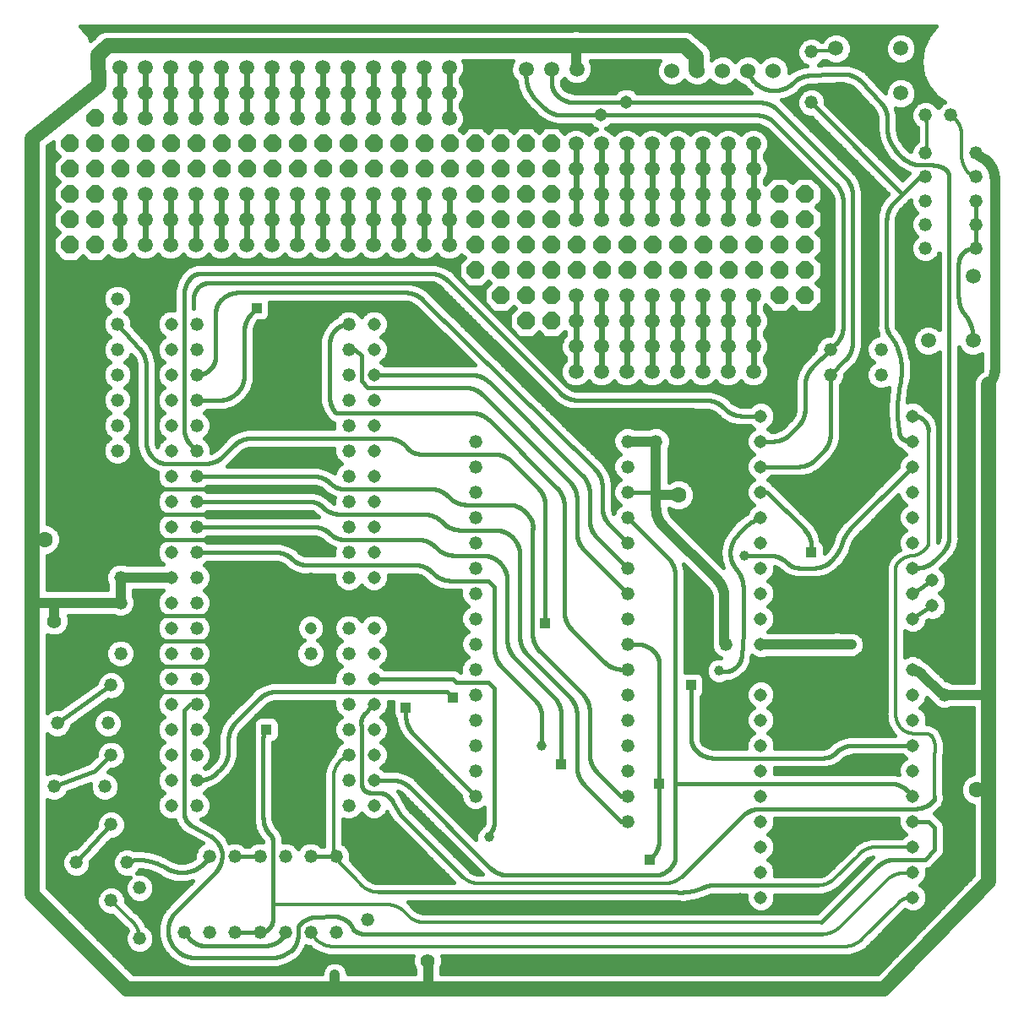
<source format=gtl>
G75*
%MOIN*%
%OFA0B0*%
%FSLAX25Y25*%
%IPPOS*%
%LPD*%
%AMOC8*
5,1,8,0,0,1.08239X$1,22.5*
%
%ADD10C,0.05200*%
%ADD11C,0.05150*%
%ADD12C,0.05937*%
%ADD13C,0.06000*%
%ADD14C,0.06300*%
%ADD15C,0.05600*%
%ADD16C,0.05906*%
%ADD17C,0.03937*%
%ADD18C,0.03962*%
%ADD19C,0.01575*%
%ADD20C,0.04750*%
%ADD21OC8,0.03962*%
%ADD22R,0.03962X0.03962*%
%ADD23C,0.01181*%
%ADD24OC8,0.07000*%
%ADD25C,0.05906*%
%ADD26C,0.02362*%
%ADD27C,0.03150*%
D10*
X0089972Y0065537D03*
X0093724Y0050537D03*
X0103724Y0050537D03*
X0114972Y0055537D03*
X0109972Y0065537D03*
X0103724Y0080537D03*
X0093724Y0080537D03*
X0101222Y0095537D03*
X0103724Y0108037D03*
X0093724Y0108037D03*
X0102472Y0120537D03*
X0103724Y0135537D03*
X0093724Y0135537D03*
X0107472Y0148037D03*
X0107472Y0168037D03*
X0107472Y0178037D03*
X0107472Y0198037D03*
X0137472Y0198037D03*
X0137472Y0188037D03*
X0137472Y0178037D03*
X0137472Y0168037D03*
X0137472Y0158037D03*
X0137472Y0148037D03*
X0137472Y0138037D03*
X0137472Y0128037D03*
X0137472Y0118037D03*
X0137472Y0108037D03*
X0137472Y0098037D03*
X0137472Y0088037D03*
X0132472Y0068037D03*
X0142472Y0068037D03*
X0152472Y0068037D03*
X0162472Y0068037D03*
X0172472Y0068037D03*
X0182472Y0068037D03*
X0192472Y0068037D03*
X0204972Y0063037D03*
X0204972Y0043037D03*
X0192472Y0038037D03*
X0182472Y0038037D03*
X0172472Y0038037D03*
X0162472Y0038037D03*
X0152472Y0038037D03*
X0142472Y0038037D03*
X0132472Y0038037D03*
X0114972Y0035537D03*
X0081222Y0095537D03*
X0082472Y0120537D03*
X0137472Y0208037D03*
X0137472Y0218037D03*
X0137472Y0228037D03*
X0137472Y0238037D03*
X0137472Y0248037D03*
X0137472Y0258037D03*
X0137472Y0268037D03*
X0137472Y0278037D03*
X0106222Y0278037D03*
X0106222Y0288037D03*
X0086222Y0288037D03*
X0086222Y0278037D03*
X0086222Y0268037D03*
X0086222Y0258037D03*
X0086222Y0248037D03*
X0086222Y0238037D03*
X0086222Y0228037D03*
X0106222Y0228037D03*
X0106222Y0238037D03*
X0106222Y0248037D03*
X0106222Y0258037D03*
X0106222Y0268037D03*
X0197472Y0268037D03*
X0197472Y0258037D03*
X0197472Y0248037D03*
X0197472Y0238037D03*
X0197472Y0228037D03*
X0197472Y0218037D03*
X0197472Y0208037D03*
X0197472Y0198037D03*
X0197472Y0188037D03*
X0197472Y0178037D03*
X0197472Y0168037D03*
X0197472Y0158037D03*
X0197472Y0148037D03*
X0197472Y0138037D03*
X0197472Y0128037D03*
X0197472Y0118037D03*
X0197472Y0108037D03*
X0197472Y0098037D03*
X0197472Y0088037D03*
X0247472Y0091787D03*
X0247472Y0101787D03*
X0247472Y0111787D03*
X0247472Y0121787D03*
X0247472Y0131787D03*
X0247472Y0141787D03*
X0247472Y0151787D03*
X0247472Y0161787D03*
X0247472Y0171787D03*
X0247472Y0181787D03*
X0247472Y0191787D03*
X0247472Y0201787D03*
X0247472Y0211787D03*
X0247472Y0221787D03*
X0247472Y0231787D03*
X0197472Y0278037D03*
X0307472Y0231787D03*
X0318722Y0231787D03*
X0307472Y0221787D03*
X0307472Y0211787D03*
X0307472Y0201787D03*
X0307472Y0191787D03*
X0307472Y0181787D03*
X0307472Y0171787D03*
X0307472Y0161787D03*
X0307472Y0151787D03*
X0307472Y0141787D03*
X0307472Y0131787D03*
X0307472Y0121787D03*
X0307472Y0111787D03*
X0307472Y0101787D03*
X0307472Y0091787D03*
X0307472Y0081787D03*
X0346222Y0131787D03*
X0346222Y0151787D03*
X0432473Y0151787D03*
X0432473Y0131787D03*
X0338722Y0231787D03*
X0387472Y0258037D03*
X0387472Y0268037D03*
X0407472Y0268037D03*
X0407472Y0258037D03*
X0424972Y0308037D03*
X0424972Y0317412D03*
X0424972Y0326787D03*
X0424972Y0336162D03*
X0424972Y0345537D03*
X0424972Y0360537D03*
X0434972Y0360537D03*
X0444972Y0345537D03*
X0444972Y0336162D03*
X0444972Y0326787D03*
X0444972Y0317412D03*
X0444972Y0308037D03*
X0379972Y0365537D03*
X0379972Y0385537D03*
X0182472Y0168037D03*
X0182472Y0148037D03*
X0247472Y0081787D03*
D11*
X0207472Y0088037D03*
X0207472Y0098037D03*
X0207472Y0108037D03*
X0207472Y0118037D03*
X0207472Y0128037D03*
X0207472Y0138037D03*
X0207472Y0148037D03*
X0207472Y0158037D03*
X0207472Y0168037D03*
X0207472Y0178037D03*
X0207472Y0188037D03*
X0207472Y0198037D03*
X0207472Y0208037D03*
X0207472Y0218037D03*
X0207472Y0228037D03*
X0207472Y0238037D03*
X0207472Y0248037D03*
X0207472Y0258037D03*
X0207472Y0268037D03*
X0207472Y0278037D03*
X0127472Y0278037D03*
X0127472Y0268037D03*
X0127472Y0258037D03*
X0127472Y0248037D03*
X0127472Y0238037D03*
X0127472Y0228037D03*
X0127472Y0218037D03*
X0127472Y0208037D03*
X0127472Y0198037D03*
X0127472Y0188037D03*
X0127472Y0178037D03*
X0127472Y0168037D03*
X0127472Y0158037D03*
X0127472Y0148037D03*
X0127472Y0138037D03*
X0127472Y0128037D03*
X0127472Y0118037D03*
X0127472Y0108037D03*
X0127472Y0098037D03*
X0127472Y0088037D03*
X0359972Y0091787D03*
X0359972Y0101787D03*
X0359972Y0111787D03*
X0359972Y0121787D03*
X0359972Y0131787D03*
X0359972Y0141787D03*
X0359972Y0151787D03*
X0359972Y0161787D03*
X0359972Y0171787D03*
X0359972Y0181787D03*
X0359972Y0191787D03*
X0359972Y0201787D03*
X0359972Y0211787D03*
X0359972Y0221787D03*
X0359972Y0231787D03*
X0359972Y0241787D03*
X0419972Y0241787D03*
X0419972Y0231787D03*
X0419972Y0221787D03*
X0419972Y0211787D03*
X0419972Y0201787D03*
X0419972Y0191787D03*
X0419972Y0181787D03*
X0427589Y0176842D03*
X0419972Y0171787D03*
X0427589Y0166839D03*
X0419972Y0161787D03*
X0419972Y0151787D03*
X0419972Y0141787D03*
X0419972Y0131787D03*
X0419972Y0121787D03*
X0419972Y0111787D03*
X0419972Y0101787D03*
X0419972Y0091787D03*
X0419972Y0081787D03*
X0419972Y0071787D03*
X0419972Y0061787D03*
X0419972Y0051787D03*
X0359972Y0051787D03*
X0359972Y0061787D03*
X0359972Y0071787D03*
X0359972Y0081787D03*
X0296922Y0360651D03*
X0306926Y0365653D03*
D12*
X0287472Y0378663D03*
X0277472Y0378663D03*
X0267472Y0378663D03*
X0257472Y0378663D03*
X0389677Y0386896D03*
X0389677Y0369179D03*
X0402472Y0361896D03*
X0415268Y0369179D03*
X0415268Y0386896D03*
X0426114Y0297083D03*
X0418831Y0284287D03*
X0426114Y0271492D03*
X0443831Y0271492D03*
X0443831Y0297083D03*
D13*
X0364972Y0378037D03*
X0354972Y0378037D03*
X0344972Y0378037D03*
X0334972Y0378037D03*
X0324972Y0378037D03*
X0314972Y0378037D03*
D14*
X0327559Y0210603D03*
X0337559Y0210603D03*
X0435093Y0094316D03*
X0445093Y0094316D03*
X0087479Y0193097D03*
X0077479Y0193097D03*
D15*
X0081228Y0160773D03*
X0081228Y0152899D03*
X0228590Y0026794D03*
X0236464Y0026794D03*
D16*
X0109972Y0015537D02*
X0072472Y0053037D01*
X0072472Y0168136D01*
X0072472Y0191847D01*
X0072472Y0351163D01*
X0098879Y0372413D01*
X0098722Y0384287D01*
X0102472Y0388037D01*
X0286919Y0388037D01*
X0286919Y0388096D01*
X0287079Y0388096D01*
X0286919Y0388037D02*
X0293171Y0388037D01*
X0293171Y0387983D01*
X0329795Y0387983D01*
X0334618Y0383785D01*
X0334618Y0378274D01*
X0293171Y0387983D02*
X0292591Y0387983D01*
X0449972Y0254287D02*
X0449972Y0131620D01*
X0449972Y0095566D01*
X0449972Y0058037D01*
X0408722Y0015537D01*
X0228776Y0015537D01*
X0192472Y0015537D01*
X0192000Y0016010D01*
X0192472Y0015537D02*
X0109972Y0015537D01*
D17*
X0132472Y0068037D02*
X0132059Y0068234D01*
X0112768Y0088307D01*
X0098163Y0088307D01*
X0097484Y0088220D02*
X0093392Y0085424D01*
X0089854Y0080636D01*
X0093724Y0080537D01*
X0097484Y0088220D02*
X0097535Y0088247D01*
X0097589Y0088271D01*
X0097644Y0088292D01*
X0097700Y0088308D01*
X0097757Y0088321D01*
X0097814Y0088331D01*
X0097873Y0088336D01*
X0097931Y0088338D01*
X0097990Y0088336D01*
X0098048Y0088330D01*
X0098105Y0088320D01*
X0098162Y0088307D01*
X0081228Y0160773D02*
X0081228Y0160773D01*
X0081228Y0160773D01*
X0081228Y0160773D01*
X0081228Y0168136D01*
X0105878Y0168136D01*
X0107472Y0168037D01*
X0107472Y0178037D01*
X0127472Y0178037D01*
X0127236Y0178470D01*
X0081228Y0168136D02*
X0072472Y0168136D01*
X0072473Y0191847D02*
X0072475Y0191915D01*
X0072480Y0191982D01*
X0072489Y0192049D01*
X0072502Y0192116D01*
X0072519Y0192181D01*
X0072538Y0192246D01*
X0072562Y0192310D01*
X0072589Y0192372D01*
X0072619Y0192433D01*
X0072652Y0192491D01*
X0072688Y0192548D01*
X0072728Y0192603D01*
X0072770Y0192656D01*
X0072816Y0192707D01*
X0072863Y0192754D01*
X0072914Y0192800D01*
X0072967Y0192842D01*
X0073022Y0192882D01*
X0073079Y0192918D01*
X0073137Y0192951D01*
X0073198Y0192981D01*
X0073260Y0193008D01*
X0073324Y0193032D01*
X0073389Y0193051D01*
X0073454Y0193068D01*
X0073521Y0193081D01*
X0073588Y0193090D01*
X0073655Y0193095D01*
X0073723Y0193097D01*
X0077479Y0193097D01*
X0086223Y0238037D02*
X0086259Y0243037D01*
X0086223Y0248037D01*
X0086222Y0278037D02*
X0086360Y0287585D01*
X0086223Y0268037D02*
X0086259Y0263037D01*
X0086223Y0258037D01*
X0287472Y0378663D02*
X0287079Y0379333D01*
X0287079Y0388096D01*
X0334618Y0378274D02*
X0334972Y0378037D01*
X0389677Y0369179D02*
X0389736Y0368628D01*
X0395937Y0368628D01*
X0402138Y0362427D01*
X0402472Y0361896D01*
X0444918Y0345729D02*
X0444918Y0345473D01*
X0448054Y0343381D01*
X0444972Y0345537D02*
X0444918Y0345729D01*
X0448055Y0343381D02*
X0448249Y0343248D01*
X0448441Y0343110D01*
X0448629Y0342968D01*
X0448813Y0342821D01*
X0448994Y0342670D01*
X0449171Y0342514D01*
X0449345Y0342354D01*
X0449514Y0342191D01*
X0449680Y0342023D01*
X0449842Y0341851D01*
X0449999Y0341675D01*
X0450152Y0341496D01*
X0450301Y0341313D01*
X0450445Y0341127D01*
X0450585Y0340937D01*
X0450720Y0340744D01*
X0450851Y0340547D01*
X0450977Y0340348D01*
X0451098Y0340145D01*
X0451214Y0339940D01*
X0451325Y0339732D01*
X0451432Y0339522D01*
X0451533Y0339309D01*
X0451629Y0339093D01*
X0451720Y0338876D01*
X0451805Y0338656D01*
X0451885Y0338434D01*
X0451960Y0338211D01*
X0452030Y0337985D01*
X0452094Y0337758D01*
X0452153Y0337530D01*
X0452206Y0337300D01*
X0452254Y0337069D01*
X0452296Y0336837D01*
X0452332Y0336604D01*
X0452363Y0336370D01*
X0452389Y0336136D01*
X0452409Y0335901D01*
X0452423Y0335665D01*
X0452431Y0335430D01*
X0452434Y0335194D01*
X0452433Y0335194D02*
X0452433Y0260228D01*
X0452431Y0260028D01*
X0452423Y0259828D01*
X0452412Y0259629D01*
X0452395Y0259429D01*
X0452374Y0259231D01*
X0452347Y0259032D01*
X0452317Y0258835D01*
X0452281Y0258638D01*
X0452241Y0258442D01*
X0452196Y0258247D01*
X0452147Y0258054D01*
X0452093Y0257861D01*
X0452034Y0257670D01*
X0451971Y0257480D01*
X0451903Y0257292D01*
X0451831Y0257106D01*
X0451755Y0256921D01*
X0451674Y0256738D01*
X0451589Y0256557D01*
X0451499Y0256378D01*
X0451405Y0256202D01*
X0451307Y0256028D01*
X0451205Y0255856D01*
X0451099Y0255686D01*
X0450989Y0255519D01*
X0450875Y0255355D01*
X0450757Y0255193D01*
X0450636Y0255035D01*
X0450510Y0254879D01*
X0450381Y0254727D01*
X0450248Y0254577D01*
X0450112Y0254431D01*
X0449972Y0254288D01*
X0086222Y0258037D02*
X0086186Y0253037D01*
X0086222Y0248037D01*
X0307472Y0231787D02*
X0318722Y0231787D01*
X0318722Y0211787D01*
X0318722Y0210603D01*
X0327559Y0210603D01*
X0318722Y0205333D02*
X0318725Y0205099D01*
X0318733Y0204865D01*
X0318747Y0204631D01*
X0318767Y0204397D01*
X0318792Y0204164D01*
X0318822Y0203932D01*
X0318858Y0203701D01*
X0318900Y0203470D01*
X0318947Y0203241D01*
X0318999Y0203012D01*
X0319057Y0202785D01*
X0319121Y0202560D01*
X0319189Y0202336D01*
X0319263Y0202114D01*
X0319343Y0201893D01*
X0319427Y0201675D01*
X0319517Y0201458D01*
X0319611Y0201244D01*
X0319711Y0201032D01*
X0319816Y0200823D01*
X0319926Y0200616D01*
X0320041Y0200411D01*
X0320160Y0200210D01*
X0320285Y0200011D01*
X0320414Y0199816D01*
X0320547Y0199623D01*
X0320685Y0199434D01*
X0320828Y0199248D01*
X0320975Y0199066D01*
X0321126Y0198887D01*
X0321282Y0198712D01*
X0321441Y0198541D01*
X0321605Y0198373D01*
X0342759Y0177219D01*
X0345642Y0170260D02*
X0345642Y0152289D01*
X0346222Y0151787D01*
X0359972Y0151787D02*
X0360110Y0151600D01*
X0395809Y0151600D01*
X0396080Y0141394D02*
X0407714Y0151778D01*
X0396080Y0141394D02*
X0362113Y0141394D01*
X0359972Y0141787D01*
X0359421Y0141266D01*
X0359820Y0141422D01*
X0346487Y0131840D01*
X0346222Y0131787D01*
X0345642Y0170260D02*
X0345639Y0170494D01*
X0345631Y0170728D01*
X0345617Y0170962D01*
X0345597Y0171196D01*
X0345572Y0171429D01*
X0345542Y0171661D01*
X0345506Y0171892D01*
X0345464Y0172123D01*
X0345417Y0172352D01*
X0345365Y0172581D01*
X0345307Y0172808D01*
X0345243Y0173033D01*
X0345175Y0173257D01*
X0345101Y0173479D01*
X0345021Y0173700D01*
X0344937Y0173918D01*
X0344847Y0174135D01*
X0344753Y0174349D01*
X0344653Y0174561D01*
X0344548Y0174770D01*
X0344438Y0174977D01*
X0344323Y0175182D01*
X0344204Y0175383D01*
X0344079Y0175582D01*
X0343950Y0175777D01*
X0343817Y0175970D01*
X0343679Y0176159D01*
X0343536Y0176345D01*
X0343389Y0176527D01*
X0343238Y0176706D01*
X0343082Y0176881D01*
X0342923Y0177052D01*
X0342759Y0177220D01*
X0318722Y0205333D02*
X0318722Y0210603D01*
X0420051Y0152289D02*
X0419972Y0151787D01*
X0420051Y0152289D02*
X0432325Y0152289D01*
X0432473Y0151787D01*
X0423580Y0139804D02*
X0431075Y0132309D01*
X0432473Y0131787D01*
X0433142Y0131620D01*
X0449972Y0131620D01*
X0423579Y0139804D02*
X0423479Y0139902D01*
X0423376Y0139997D01*
X0423270Y0140089D01*
X0423162Y0140177D01*
X0423052Y0140263D01*
X0422939Y0140346D01*
X0422823Y0140425D01*
X0422706Y0140501D01*
X0422586Y0140574D01*
X0422465Y0140643D01*
X0422341Y0140709D01*
X0422216Y0140772D01*
X0422089Y0140831D01*
X0421961Y0140886D01*
X0421831Y0140938D01*
X0421699Y0140986D01*
X0421566Y0141030D01*
X0421432Y0141071D01*
X0421297Y0141108D01*
X0421161Y0141141D01*
X0421025Y0141170D01*
X0420887Y0141195D01*
X0420749Y0141217D01*
X0420610Y0141235D01*
X0420470Y0141248D01*
X0420331Y0141258D01*
X0420191Y0141264D01*
X0420051Y0141266D01*
X0419972Y0141787D01*
X0445093Y0094316D02*
X0448844Y0094438D01*
X0448846Y0094504D01*
X0448852Y0094569D01*
X0448861Y0094634D01*
X0448874Y0094698D01*
X0448891Y0094762D01*
X0448912Y0094824D01*
X0448936Y0094885D01*
X0448964Y0094944D01*
X0448995Y0095002D01*
X0449030Y0095058D01*
X0449067Y0095112D01*
X0449108Y0095163D01*
X0449152Y0095212D01*
X0449198Y0095258D01*
X0449247Y0095302D01*
X0449298Y0095343D01*
X0449352Y0095380D01*
X0449408Y0095415D01*
X0449466Y0095446D01*
X0449525Y0095474D01*
X0449586Y0095498D01*
X0449648Y0095519D01*
X0449712Y0095536D01*
X0449776Y0095549D01*
X0449841Y0095558D01*
X0449906Y0095564D01*
X0449972Y0095566D01*
X0086222Y0228037D02*
X0086186Y0233037D01*
X0086222Y0238037D01*
X0228590Y0026794D02*
X0228776Y0026608D01*
X0228776Y0015537D01*
X0192000Y0016010D02*
X0191931Y0021315D01*
X0191847Y0017412D02*
X0191847Y0017100D01*
X0086222Y0268037D02*
X0086186Y0273037D01*
X0086222Y0278037D01*
D18*
X0079972Y0334287D03*
X0152160Y0303506D03*
X0151222Y0241787D03*
X0157472Y0225537D03*
X0181222Y0190537D03*
X0113733Y0158037D03*
X0081222Y0176787D03*
X0183722Y0089287D03*
X0228097Y0048037D03*
X0201222Y0025537D03*
X0191931Y0021315D03*
X0191847Y0017100D03*
X0182472Y0025537D03*
X0234347Y0074912D03*
X0252758Y0075508D03*
X0273722Y0111787D03*
X0343575Y0141266D03*
X0389972Y0151787D03*
X0395809Y0151600D03*
X0407714Y0151778D03*
X0441222Y0139287D03*
X0439972Y0123037D03*
X0396222Y0105537D03*
X0396222Y0079287D03*
X0379972Y0049287D03*
X0351847Y0051787D03*
X0276222Y0026787D03*
X0353476Y0186738D03*
X0411222Y0226787D03*
X0422472Y0259287D03*
X0368722Y0241787D03*
X0372472Y0336787D03*
X0419975Y0378086D03*
X0232472Y0271787D03*
D19*
X0234345Y0274574D02*
X0212105Y0274574D01*
X0212325Y0274795D02*
X0213197Y0276899D01*
X0213197Y0279176D01*
X0212325Y0281280D01*
X0210715Y0282890D01*
X0208611Y0283762D01*
X0206334Y0283762D01*
X0204230Y0282890D01*
X0202620Y0281280D01*
X0202486Y0280958D01*
X0202347Y0281294D01*
X0200729Y0282912D01*
X0198616Y0283787D01*
X0196329Y0283787D01*
X0194216Y0282912D01*
X0192598Y0281294D01*
X0192447Y0280930D01*
X0192215Y0280855D01*
X0189284Y0278725D01*
X0187155Y0275794D01*
X0186035Y0272349D01*
X0186035Y0247431D01*
X0186885Y0244259D01*
X0186885Y0244259D01*
X0188527Y0241415D01*
X0188527Y0241415D01*
X0189135Y0240807D01*
X0190196Y0239746D01*
X0190242Y0239700D01*
X0191689Y0239100D01*
X0191723Y0239100D01*
X0191723Y0236974D01*
X0157235Y0236974D01*
X0153731Y0236035D01*
X0153731Y0236035D01*
X0150588Y0234221D01*
X0149859Y0233492D01*
X0145071Y0228704D01*
X0144491Y0228195D01*
X0143222Y0227462D01*
X0143222Y0229181D01*
X0142347Y0231294D01*
X0140729Y0232912D01*
X0140426Y0233037D01*
X0140729Y0233163D01*
X0142347Y0234781D01*
X0143222Y0236894D01*
X0143222Y0239181D01*
X0142347Y0241294D01*
X0140729Y0242912D01*
X0140426Y0243037D01*
X0140729Y0243163D01*
X0141667Y0244100D01*
X0148562Y0244100D01*
X0152714Y0245449D01*
X0156245Y0248015D01*
X0158811Y0251546D01*
X0160159Y0255697D01*
X0160159Y0258663D01*
X0160159Y0275210D01*
X0160210Y0275981D01*
X0160609Y0277470D01*
X0161380Y0278806D01*
X0161688Y0279157D01*
X0163830Y0279157D01*
X0164988Y0279636D01*
X0165874Y0280522D01*
X0166353Y0281680D01*
X0166353Y0286600D01*
X0219695Y0286600D01*
X0220457Y0286551D01*
X0221931Y0286160D01*
X0223256Y0285406D01*
X0223835Y0284906D01*
X0247162Y0261974D01*
X0211631Y0261974D01*
X0210715Y0262890D01*
X0210360Y0263037D01*
X0210715Y0263184D01*
X0212325Y0264795D01*
X0213197Y0266899D01*
X0213197Y0269176D01*
X0212325Y0271280D01*
X0210715Y0272890D01*
X0210360Y0273037D01*
X0210715Y0273184D01*
X0212325Y0274795D01*
X0212886Y0276147D02*
X0232744Y0276147D01*
X0231144Y0277721D02*
X0213197Y0277721D01*
X0213148Y0279294D02*
X0229544Y0279294D01*
X0227943Y0280867D02*
X0212496Y0280867D01*
X0211165Y0282441D02*
X0226343Y0282441D01*
X0224742Y0284014D02*
X0166353Y0284014D01*
X0166353Y0282441D02*
X0193745Y0282441D01*
X0192254Y0280867D02*
X0166017Y0280867D01*
X0164162Y0279294D02*
X0190067Y0279294D01*
X0189284Y0278725D02*
X0189284Y0278725D01*
X0189284Y0278725D01*
X0188555Y0277721D02*
X0160753Y0277721D01*
X0160254Y0276147D02*
X0187411Y0276147D01*
X0187155Y0275794D02*
X0187155Y0275794D01*
X0186758Y0274574D02*
X0160159Y0274574D01*
X0160159Y0273001D02*
X0186247Y0273001D01*
X0186035Y0271428D02*
X0160159Y0271428D01*
X0160159Y0269854D02*
X0186035Y0269854D01*
X0186035Y0268281D02*
X0160159Y0268281D01*
X0160159Y0266708D02*
X0186035Y0266708D01*
X0186035Y0265134D02*
X0160159Y0265134D01*
X0160159Y0263561D02*
X0186035Y0263561D01*
X0186035Y0261988D02*
X0160159Y0261988D01*
X0160159Y0260414D02*
X0186035Y0260414D01*
X0186035Y0258841D02*
X0160159Y0258841D01*
X0160159Y0257268D02*
X0186035Y0257268D01*
X0186035Y0255694D02*
X0160158Y0255694D01*
X0159647Y0254121D02*
X0186035Y0254121D01*
X0186035Y0252548D02*
X0159136Y0252548D01*
X0158811Y0251546D02*
X0158811Y0251546D01*
X0158395Y0250974D02*
X0186035Y0250974D01*
X0186035Y0249401D02*
X0157252Y0249401D01*
X0156245Y0248015D02*
X0156245Y0248015D01*
X0156245Y0248015D01*
X0155988Y0247828D02*
X0186035Y0247828D01*
X0186351Y0246255D02*
X0153822Y0246255D01*
X0152714Y0245449D02*
X0152714Y0245449D01*
X0150350Y0244681D02*
X0186772Y0244681D01*
X0187550Y0243108D02*
X0140596Y0243108D01*
X0142106Y0241535D02*
X0188458Y0241535D01*
X0189135Y0240807D02*
X0189135Y0240807D01*
X0189981Y0239961D02*
X0142899Y0239961D01*
X0143222Y0238388D02*
X0191723Y0238388D01*
X0192472Y0243037D02*
X0245896Y0243037D01*
X0250356Y0250155D02*
X0250188Y0250319D01*
X0250017Y0250478D01*
X0249842Y0250634D01*
X0249663Y0250785D01*
X0249481Y0250932D01*
X0249295Y0251075D01*
X0249106Y0251213D01*
X0248913Y0251346D01*
X0248718Y0251475D01*
X0248519Y0251600D01*
X0248318Y0251719D01*
X0248113Y0251834D01*
X0247906Y0251944D01*
X0247697Y0252049D01*
X0247485Y0252149D01*
X0247271Y0252243D01*
X0247054Y0252333D01*
X0246836Y0252417D01*
X0246615Y0252497D01*
X0246393Y0252571D01*
X0246169Y0252639D01*
X0245944Y0252703D01*
X0245717Y0252761D01*
X0245488Y0252813D01*
X0245259Y0252860D01*
X0245028Y0252902D01*
X0244797Y0252938D01*
X0244565Y0252968D01*
X0244332Y0252993D01*
X0244098Y0253013D01*
X0243864Y0253027D01*
X0243630Y0253035D01*
X0243396Y0253038D01*
X0243396Y0253037D02*
X0204972Y0253037D01*
X0202472Y0255537D01*
X0202472Y0265537D01*
X0199972Y0268037D01*
X0197472Y0268037D01*
X0189972Y0270537D02*
X0189974Y0270718D01*
X0189981Y0270899D01*
X0189992Y0271080D01*
X0190007Y0271261D01*
X0190027Y0271441D01*
X0190051Y0271621D01*
X0190079Y0271800D01*
X0190112Y0271978D01*
X0190149Y0272155D01*
X0190190Y0272332D01*
X0190235Y0272507D01*
X0190285Y0272682D01*
X0190339Y0272855D01*
X0190397Y0273026D01*
X0190459Y0273197D01*
X0190526Y0273365D01*
X0190596Y0273532D01*
X0190670Y0273698D01*
X0190749Y0273861D01*
X0190831Y0274022D01*
X0190917Y0274182D01*
X0191007Y0274339D01*
X0191101Y0274494D01*
X0191198Y0274647D01*
X0191300Y0274797D01*
X0191404Y0274945D01*
X0191513Y0275091D01*
X0191624Y0275233D01*
X0191740Y0275373D01*
X0191858Y0275510D01*
X0191980Y0275645D01*
X0192105Y0275776D01*
X0192233Y0275904D01*
X0192364Y0276029D01*
X0192499Y0276151D01*
X0192636Y0276269D01*
X0192776Y0276385D01*
X0192918Y0276496D01*
X0193064Y0276605D01*
X0193212Y0276709D01*
X0193362Y0276811D01*
X0193515Y0276908D01*
X0193670Y0277002D01*
X0193827Y0277092D01*
X0193987Y0277178D01*
X0194148Y0277260D01*
X0194311Y0277339D01*
X0194477Y0277413D01*
X0194644Y0277483D01*
X0194812Y0277550D01*
X0194983Y0277612D01*
X0195154Y0277670D01*
X0195327Y0277724D01*
X0195502Y0277774D01*
X0195677Y0277819D01*
X0195854Y0277860D01*
X0196031Y0277897D01*
X0196209Y0277930D01*
X0196388Y0277958D01*
X0196568Y0277982D01*
X0196748Y0278002D01*
X0196929Y0278017D01*
X0197110Y0278028D01*
X0197291Y0278035D01*
X0197472Y0278037D01*
X0201200Y0282441D02*
X0203780Y0282441D01*
X0210448Y0273001D02*
X0235945Y0273001D01*
X0237546Y0271428D02*
X0212178Y0271428D01*
X0212916Y0269854D02*
X0239146Y0269854D01*
X0240747Y0268281D02*
X0213197Y0268281D01*
X0213118Y0266708D02*
X0242347Y0266708D01*
X0243948Y0265134D02*
X0212466Y0265134D01*
X0211092Y0263561D02*
X0245548Y0263561D01*
X0247148Y0261988D02*
X0211618Y0261988D01*
X0207472Y0258037D02*
X0245896Y0258037D01*
X0252855Y0255155D02*
X0289590Y0218420D01*
X0294530Y0220930D02*
X0294697Y0220762D01*
X0294860Y0220590D01*
X0295019Y0220414D01*
X0295173Y0220235D01*
X0295323Y0220051D01*
X0295468Y0219865D01*
X0295609Y0219674D01*
X0295746Y0219481D01*
X0295877Y0219284D01*
X0296004Y0219084D01*
X0296126Y0218881D01*
X0296243Y0218675D01*
X0296355Y0218467D01*
X0296462Y0218255D01*
X0296564Y0218042D01*
X0296661Y0217826D01*
X0296753Y0217607D01*
X0296839Y0217387D01*
X0296920Y0217164D01*
X0296995Y0216940D01*
X0297066Y0216713D01*
X0297130Y0216486D01*
X0297189Y0216256D01*
X0297243Y0216026D01*
X0297291Y0215794D01*
X0297334Y0215561D01*
X0297371Y0215327D01*
X0297402Y0215092D01*
X0297427Y0214857D01*
X0297447Y0214621D01*
X0297462Y0214384D01*
X0297470Y0214148D01*
X0297473Y0213911D01*
X0297472Y0213911D02*
X0297472Y0205864D01*
X0301409Y0205864D02*
X0301409Y0215745D01*
X0300450Y0219286D01*
X0298598Y0222452D01*
X0297848Y0223189D01*
X0229913Y0289972D01*
X0229913Y0289972D01*
X0229645Y0290236D01*
X0228796Y0291070D01*
X0228075Y0291779D01*
X0224957Y0293556D01*
X0222901Y0294100D01*
X0229646Y0294100D01*
X0230416Y0294050D01*
X0231905Y0293651D01*
X0233241Y0292880D01*
X0233821Y0292371D01*
X0234288Y0291904D01*
X0234375Y0291817D01*
X0278609Y0247583D01*
X0279338Y0246854D01*
X0282481Y0245039D01*
X0285985Y0244100D01*
X0338396Y0244100D01*
X0339166Y0244050D01*
X0340655Y0243651D01*
X0341991Y0242880D01*
X0342571Y0242371D01*
X0342943Y0241999D01*
X0343125Y0241817D01*
X0343609Y0241333D01*
X0344338Y0240604D01*
X0344338Y0240604D01*
X0347481Y0238789D01*
X0350985Y0237850D01*
X0355814Y0237850D01*
X0356730Y0236934D01*
X0357085Y0236787D01*
X0356730Y0236640D01*
X0355120Y0235030D01*
X0354248Y0232926D01*
X0354248Y0230649D01*
X0355120Y0228545D01*
X0356730Y0226934D01*
X0357085Y0226787D01*
X0356730Y0226640D01*
X0355120Y0225030D01*
X0354248Y0222926D01*
X0354248Y0220649D01*
X0355120Y0218545D01*
X0356730Y0216934D01*
X0357085Y0216787D01*
X0356730Y0216640D01*
X0355120Y0215030D01*
X0354248Y0212926D01*
X0354248Y0210649D01*
X0355120Y0208545D01*
X0356730Y0206934D01*
X0357085Y0206787D01*
X0356730Y0206640D01*
X0355120Y0205030D01*
X0354457Y0203432D01*
X0354192Y0203299D01*
X0354192Y0203299D01*
X0350384Y0200383D01*
X0350384Y0200383D01*
X0347194Y0196801D01*
X0345982Y0194768D01*
X0345966Y0194741D01*
X0344873Y0192908D01*
X0343911Y0188749D01*
X0344266Y0184496D01*
X0345363Y0181854D01*
X0325224Y0201992D01*
X0324817Y0202457D01*
X0324200Y0203525D01*
X0323881Y0204716D01*
X0323841Y0205333D01*
X0323841Y0205412D01*
X0323990Y0205262D01*
X0326306Y0204303D01*
X0328812Y0204303D01*
X0331127Y0205262D01*
X0332899Y0207035D01*
X0333858Y0209350D01*
X0333858Y0211856D01*
X0332899Y0214171D01*
X0331127Y0215944D01*
X0328812Y0216903D01*
X0326306Y0216903D01*
X0323990Y0215944D01*
X0323841Y0215794D01*
X0323841Y0229119D01*
X0324472Y0230644D01*
X0324472Y0232931D01*
X0323597Y0235044D01*
X0321979Y0236662D01*
X0319866Y0237537D01*
X0317579Y0237537D01*
X0316054Y0236905D01*
X0310141Y0236905D01*
X0308616Y0237537D01*
X0306329Y0237537D01*
X0304216Y0236662D01*
X0302598Y0235044D01*
X0301723Y0232931D01*
X0301723Y0230644D01*
X0302598Y0228531D01*
X0304216Y0226913D01*
X0304519Y0226787D01*
X0304216Y0226662D01*
X0302598Y0225044D01*
X0301723Y0222931D01*
X0301723Y0220644D01*
X0302598Y0218531D01*
X0304216Y0216913D01*
X0304519Y0216787D01*
X0304216Y0216662D01*
X0302598Y0215044D01*
X0301723Y0212931D01*
X0301723Y0210644D01*
X0302598Y0208531D01*
X0304216Y0206913D01*
X0304519Y0206787D01*
X0304216Y0206662D01*
X0302598Y0205044D01*
X0301942Y0203460D01*
X0301859Y0203604D01*
X0301460Y0205093D01*
X0301409Y0205864D01*
X0301443Y0205348D02*
X0302902Y0205348D01*
X0302072Y0203775D02*
X0301813Y0203775D01*
X0292472Y0200864D02*
X0292475Y0200630D01*
X0292483Y0200396D01*
X0292497Y0200162D01*
X0292517Y0199928D01*
X0292542Y0199695D01*
X0292572Y0199463D01*
X0292608Y0199232D01*
X0292650Y0199001D01*
X0292697Y0198772D01*
X0292749Y0198543D01*
X0292807Y0198316D01*
X0292871Y0198091D01*
X0292939Y0197867D01*
X0293013Y0197645D01*
X0293093Y0197424D01*
X0293177Y0197206D01*
X0293267Y0196989D01*
X0293361Y0196775D01*
X0293461Y0196563D01*
X0293566Y0196354D01*
X0293676Y0196147D01*
X0293791Y0195942D01*
X0293910Y0195741D01*
X0294035Y0195542D01*
X0294164Y0195347D01*
X0294297Y0195154D01*
X0294435Y0194965D01*
X0294578Y0194779D01*
X0294725Y0194597D01*
X0294876Y0194418D01*
X0295032Y0194243D01*
X0295191Y0194072D01*
X0295355Y0193904D01*
X0295355Y0193905D02*
X0307472Y0181787D01*
X0323340Y0185920D02*
X0323504Y0185752D01*
X0323663Y0185581D01*
X0323819Y0185406D01*
X0323970Y0185227D01*
X0324117Y0185045D01*
X0324260Y0184859D01*
X0324398Y0184670D01*
X0324531Y0184477D01*
X0324660Y0184282D01*
X0324785Y0184083D01*
X0324904Y0183882D01*
X0325019Y0183677D01*
X0325129Y0183470D01*
X0325234Y0183261D01*
X0325334Y0183049D01*
X0325428Y0182835D01*
X0325518Y0182618D01*
X0325602Y0182400D01*
X0325682Y0182179D01*
X0325756Y0181957D01*
X0325824Y0181733D01*
X0325888Y0181508D01*
X0325946Y0181281D01*
X0325998Y0181052D01*
X0326045Y0180823D01*
X0326087Y0180592D01*
X0326123Y0180361D01*
X0326153Y0180129D01*
X0326178Y0179896D01*
X0326198Y0179662D01*
X0326212Y0179428D01*
X0326220Y0179194D01*
X0326223Y0178960D01*
X0326222Y0178960D02*
X0326222Y0096787D01*
X0410896Y0096787D01*
X0412710Y0100724D02*
X0365697Y0100724D01*
X0365697Y0102850D01*
X0385948Y0102850D01*
X0388788Y0103611D01*
X0391334Y0105081D01*
X0391820Y0105567D01*
X0392373Y0106121D01*
X0392954Y0106630D01*
X0394289Y0107401D01*
X0395778Y0107800D01*
X0396549Y0107850D01*
X0415814Y0107850D01*
X0416730Y0106934D01*
X0417085Y0106787D01*
X0416730Y0106640D01*
X0415120Y0105030D01*
X0414248Y0102926D01*
X0414248Y0100649D01*
X0414405Y0100270D01*
X0412710Y0100724D01*
X0414248Y0101510D02*
X0365697Y0101510D01*
X0365697Y0110724D02*
X0365697Y0112926D01*
X0364825Y0115030D01*
X0363215Y0116640D01*
X0362860Y0116787D01*
X0363215Y0116934D01*
X0364825Y0118545D01*
X0365697Y0120649D01*
X0365697Y0122926D01*
X0364825Y0125030D01*
X0363215Y0126640D01*
X0362860Y0126787D01*
X0363215Y0126934D01*
X0364825Y0128545D01*
X0365697Y0130649D01*
X0365697Y0132926D01*
X0364825Y0135030D01*
X0363215Y0136640D01*
X0361111Y0137512D01*
X0358834Y0137512D01*
X0356730Y0136640D01*
X0355120Y0135030D01*
X0354248Y0132926D01*
X0354248Y0130649D01*
X0355120Y0128545D01*
X0356730Y0126934D01*
X0357085Y0126787D01*
X0356730Y0126640D01*
X0355120Y0125030D01*
X0354248Y0122926D01*
X0354248Y0120649D01*
X0355120Y0118545D01*
X0356730Y0116934D01*
X0357085Y0116787D01*
X0356730Y0116640D01*
X0355120Y0115030D01*
X0354248Y0112926D01*
X0354248Y0110724D01*
X0341549Y0110724D01*
X0340778Y0110775D01*
X0339289Y0111174D01*
X0337954Y0111945D01*
X0337373Y0112454D01*
X0337090Y0112778D01*
X0336660Y0113522D01*
X0336438Y0114352D01*
X0336409Y0114782D01*
X0336409Y0131058D01*
X0337124Y0131772D01*
X0337603Y0132930D01*
X0337603Y0138145D01*
X0337124Y0139303D01*
X0336238Y0140189D01*
X0335080Y0140668D01*
X0330159Y0140668D01*
X0330159Y0179744D01*
X0330159Y0180775D01*
X0329498Y0183242D01*
X0338420Y0174320D01*
X0338482Y0174259D01*
X0339140Y0173600D01*
X0339547Y0173136D01*
X0340164Y0172068D01*
X0340483Y0170876D01*
X0340524Y0170260D01*
X0340524Y0153116D01*
X0340463Y0152934D01*
X0340473Y0152802D01*
X0340473Y0150644D01*
X0341348Y0148531D01*
X0342966Y0146913D01*
X0344213Y0146396D01*
X0342554Y0146396D01*
X0340668Y0145615D01*
X0339225Y0144172D01*
X0338444Y0142286D01*
X0338444Y0140245D01*
X0339225Y0138359D01*
X0340668Y0136916D01*
X0342554Y0136135D01*
X0344595Y0136135D01*
X0346481Y0136916D01*
X0346570Y0137005D01*
X0348091Y0137064D01*
X0351693Y0138587D01*
X0354525Y0141283D01*
X0354525Y0141283D01*
X0354525Y0141283D01*
X0356222Y0144806D01*
X0356325Y0145974D01*
X0356325Y0145974D01*
X0356394Y0146754D01*
X0356418Y0147029D01*
X0356436Y0147228D01*
X0356730Y0146934D01*
X0358834Y0146063D01*
X0361111Y0146063D01*
X0362123Y0146482D01*
X0394758Y0146482D01*
X0394788Y0146470D01*
X0396830Y0146470D01*
X0398715Y0147251D01*
X0400159Y0148694D01*
X0400940Y0150580D01*
X0400940Y0152621D01*
X0400159Y0154507D01*
X0398715Y0155950D01*
X0396830Y0156731D01*
X0394788Y0156731D01*
X0394758Y0156718D01*
X0391475Y0156718D01*
X0390993Y0156918D01*
X0388952Y0156918D01*
X0388470Y0156718D01*
X0363026Y0156718D01*
X0362860Y0156787D01*
X0363215Y0156934D01*
X0364825Y0158545D01*
X0365697Y0160649D01*
X0365697Y0162926D01*
X0364825Y0165030D01*
X0363215Y0166640D01*
X0362860Y0166787D01*
X0363215Y0166934D01*
X0364825Y0168545D01*
X0365697Y0170649D01*
X0365697Y0172926D01*
X0364825Y0175030D01*
X0363215Y0176640D01*
X0362860Y0176787D01*
X0363215Y0176934D01*
X0364825Y0178545D01*
X0365697Y0180649D01*
X0365697Y0182377D01*
X0366991Y0181630D01*
X0367571Y0181121D01*
X0368125Y0180567D01*
X0368611Y0180081D01*
X0371157Y0178611D01*
X0373997Y0177850D01*
X0382710Y0177850D01*
X0386214Y0178789D01*
X0389356Y0180604D01*
X0390085Y0181333D01*
X0390639Y0181886D01*
X0390970Y0182217D01*
X0391193Y0182440D01*
X0392469Y0183716D01*
X0392469Y0183716D01*
X0395147Y0188144D01*
X0395147Y0188144D01*
X0395685Y0189867D01*
X0395918Y0190614D01*
X0396313Y0191662D01*
X0397454Y0193584D01*
X0398180Y0194427D01*
X0414293Y0210540D01*
X0415120Y0208545D01*
X0416730Y0206934D01*
X0417085Y0206787D01*
X0416730Y0206640D01*
X0415120Y0205030D01*
X0414248Y0202926D01*
X0414248Y0200649D01*
X0415120Y0198545D01*
X0416730Y0196934D01*
X0417085Y0196787D01*
X0416730Y0196640D01*
X0415120Y0195030D01*
X0414248Y0192926D01*
X0414248Y0190649D01*
X0414909Y0189053D01*
X0413576Y0188375D01*
X0412760Y0187681D01*
X0412408Y0187381D01*
X0412020Y0187051D01*
X0411842Y0186899D01*
X0411489Y0186599D01*
X0410172Y0184576D01*
X0409485Y0182262D01*
X0409485Y0125510D01*
X0409359Y0123912D01*
X0409995Y0120468D01*
X0411501Y0117307D01*
X0412307Y0116363D01*
X0412405Y0116152D01*
X0412786Y0115802D01*
X0412852Y0115724D01*
X0394735Y0115724D01*
X0391231Y0114785D01*
X0391231Y0114785D01*
X0388088Y0112971D01*
X0387359Y0112242D01*
X0387263Y0112146D01*
X0386806Y0111688D01*
X0386482Y0111405D01*
X0385738Y0110975D01*
X0384908Y0110753D01*
X0384478Y0110724D01*
X0365697Y0110724D01*
X0365697Y0110949D02*
X0385643Y0110949D01*
X0386806Y0111688D02*
X0386806Y0111688D01*
X0386806Y0111688D01*
X0387359Y0112242D02*
X0387359Y0112242D01*
X0387640Y0112523D02*
X0365697Y0112523D01*
X0365212Y0114096D02*
X0390037Y0114096D01*
X0388088Y0112971D02*
X0388088Y0112971D01*
X0389590Y0108904D02*
X0389463Y0108780D01*
X0389333Y0108660D01*
X0389200Y0108542D01*
X0389064Y0108428D01*
X0388926Y0108317D01*
X0388784Y0108210D01*
X0388641Y0108106D01*
X0388494Y0108005D01*
X0388345Y0107909D01*
X0388194Y0107815D01*
X0388041Y0107726D01*
X0387886Y0107641D01*
X0387728Y0107559D01*
X0387569Y0107481D01*
X0387407Y0107407D01*
X0387244Y0107337D01*
X0387080Y0107271D01*
X0386913Y0107210D01*
X0386746Y0107152D01*
X0386576Y0107098D01*
X0386406Y0107049D01*
X0386235Y0107004D01*
X0386062Y0106963D01*
X0385888Y0106926D01*
X0385714Y0106893D01*
X0385539Y0106865D01*
X0385363Y0106841D01*
X0385187Y0106822D01*
X0385010Y0106807D01*
X0384833Y0106796D01*
X0384655Y0106789D01*
X0384478Y0106787D01*
X0341549Y0106787D01*
X0340127Y0110949D02*
X0354248Y0110949D01*
X0354248Y0112523D02*
X0337313Y0112523D01*
X0337373Y0112454D02*
X0337373Y0112454D01*
X0336506Y0114096D02*
X0354733Y0114096D01*
X0355759Y0115669D02*
X0336409Y0115669D01*
X0336409Y0117243D02*
X0356422Y0117243D01*
X0355007Y0118816D02*
X0336409Y0118816D01*
X0336409Y0120389D02*
X0354355Y0120389D01*
X0354248Y0121963D02*
X0336409Y0121963D01*
X0336409Y0123536D02*
X0354501Y0123536D01*
X0355199Y0125109D02*
X0336409Y0125109D01*
X0336409Y0126683D02*
X0356832Y0126683D01*
X0355408Y0128256D02*
X0336409Y0128256D01*
X0336409Y0129829D02*
X0354587Y0129829D01*
X0354248Y0131403D02*
X0336754Y0131403D01*
X0337603Y0132976D02*
X0354269Y0132976D01*
X0354920Y0134549D02*
X0337603Y0134549D01*
X0337603Y0136123D02*
X0356212Y0136123D01*
X0352410Y0139269D02*
X0409485Y0139269D01*
X0409485Y0137696D02*
X0349585Y0137696D01*
X0348091Y0137064D02*
X0348091Y0137064D01*
X0351693Y0138587D02*
X0351693Y0138587D01*
X0354062Y0140842D02*
X0409485Y0140842D01*
X0409485Y0142416D02*
X0355071Y0142416D01*
X0355829Y0143989D02*
X0409485Y0143989D01*
X0409485Y0145562D02*
X0356289Y0145562D01*
X0356222Y0144806D02*
X0356222Y0144806D01*
X0356428Y0147136D02*
X0356529Y0147136D01*
X0352472Y0147099D02*
X0352455Y0146935D01*
X0352435Y0146771D01*
X0352410Y0146607D01*
X0352382Y0146445D01*
X0352349Y0146283D01*
X0352313Y0146121D01*
X0352272Y0145961D01*
X0352228Y0145802D01*
X0352180Y0145644D01*
X0352128Y0145487D01*
X0352072Y0145331D01*
X0352013Y0145177D01*
X0351950Y0145024D01*
X0351883Y0144873D01*
X0351812Y0144723D01*
X0351738Y0144576D01*
X0351660Y0144430D01*
X0351578Y0144286D01*
X0351493Y0144144D01*
X0351405Y0144004D01*
X0351313Y0143867D01*
X0351218Y0143732D01*
X0351120Y0143599D01*
X0351019Y0143468D01*
X0350914Y0143340D01*
X0350806Y0143215D01*
X0350695Y0143092D01*
X0350582Y0142972D01*
X0350465Y0142855D01*
X0350346Y0142741D01*
X0350223Y0142629D01*
X0350099Y0142521D01*
X0349971Y0142416D01*
X0349841Y0142314D01*
X0349709Y0142215D01*
X0349574Y0142119D01*
X0349437Y0142027D01*
X0349297Y0141938D01*
X0349156Y0141852D01*
X0349012Y0141770D01*
X0348867Y0141692D01*
X0348719Y0141617D01*
X0348570Y0141545D01*
X0348420Y0141478D01*
X0348267Y0141414D01*
X0348113Y0141354D01*
X0347958Y0141297D01*
X0347801Y0141244D01*
X0347643Y0141196D01*
X0347484Y0141151D01*
X0347324Y0141110D01*
X0347163Y0141072D01*
X0347001Y0141039D01*
X0346838Y0141010D01*
X0346675Y0140985D01*
X0346511Y0140963D01*
X0346346Y0140946D01*
X0346182Y0140933D01*
X0346017Y0140923D01*
X0345851Y0140918D01*
X0345686Y0140917D01*
X0345521Y0140920D01*
X0345356Y0140927D01*
X0345191Y0140938D01*
X0345026Y0140953D01*
X0344862Y0140972D01*
X0344698Y0140994D01*
X0344535Y0141021D01*
X0344373Y0141052D01*
X0344211Y0141087D01*
X0344050Y0141126D01*
X0343891Y0141169D01*
X0343732Y0141215D01*
X0343574Y0141266D01*
X0338848Y0139269D02*
X0337137Y0139269D01*
X0337603Y0137696D02*
X0339889Y0137696D01*
X0338444Y0140842D02*
X0330159Y0140842D01*
X0330159Y0142416D02*
X0338498Y0142416D01*
X0339149Y0143989D02*
X0330159Y0143989D01*
X0330159Y0145562D02*
X0340616Y0145562D01*
X0342743Y0147136D02*
X0330159Y0147136D01*
X0330159Y0148709D02*
X0341274Y0148709D01*
X0340623Y0150282D02*
X0330159Y0150282D01*
X0330159Y0151856D02*
X0340473Y0151856D01*
X0340524Y0153429D02*
X0330159Y0153429D01*
X0330159Y0155002D02*
X0340524Y0155002D01*
X0340524Y0156576D02*
X0330159Y0156576D01*
X0330159Y0158149D02*
X0340524Y0158149D01*
X0340524Y0159722D02*
X0330159Y0159722D01*
X0330159Y0161296D02*
X0340524Y0161296D01*
X0340524Y0162869D02*
X0330159Y0162869D01*
X0330159Y0164442D02*
X0340524Y0164442D01*
X0340524Y0166015D02*
X0330159Y0166015D01*
X0330159Y0167589D02*
X0340524Y0167589D01*
X0340524Y0169162D02*
X0330159Y0169162D01*
X0330159Y0170735D02*
X0340492Y0170735D01*
X0340025Y0172309D02*
X0330159Y0172309D01*
X0330159Y0173882D02*
X0338858Y0173882D01*
X0338420Y0174320D02*
X0338420Y0174320D01*
X0337285Y0175455D02*
X0330159Y0175455D01*
X0330159Y0177029D02*
X0335712Y0177029D01*
X0334138Y0178602D02*
X0330159Y0178602D01*
X0330159Y0180175D02*
X0332565Y0180175D01*
X0330992Y0181749D02*
X0329898Y0181749D01*
X0330159Y0180775D02*
X0330159Y0180775D01*
X0323340Y0185920D02*
X0307472Y0201787D01*
X0300355Y0198904D02*
X0300191Y0199072D01*
X0300032Y0199243D01*
X0299876Y0199418D01*
X0299725Y0199597D01*
X0299578Y0199779D01*
X0299435Y0199965D01*
X0299297Y0200154D01*
X0299164Y0200347D01*
X0299035Y0200542D01*
X0298910Y0200741D01*
X0298791Y0200942D01*
X0298676Y0201147D01*
X0298566Y0201354D01*
X0298461Y0201563D01*
X0298361Y0201775D01*
X0298267Y0201989D01*
X0298177Y0202206D01*
X0298093Y0202424D01*
X0298013Y0202645D01*
X0297939Y0202867D01*
X0297871Y0203091D01*
X0297807Y0203316D01*
X0297749Y0203543D01*
X0297697Y0203772D01*
X0297650Y0204001D01*
X0297608Y0204232D01*
X0297572Y0204463D01*
X0297542Y0204695D01*
X0297517Y0204928D01*
X0297497Y0205162D01*
X0297483Y0205396D01*
X0297475Y0205630D01*
X0297472Y0205864D01*
X0301409Y0206922D02*
X0304207Y0206922D01*
X0302634Y0208495D02*
X0301409Y0208495D01*
X0301409Y0210068D02*
X0301961Y0210068D01*
X0301723Y0211642D02*
X0301409Y0211642D01*
X0301409Y0213215D02*
X0301840Y0213215D01*
X0301409Y0214788D02*
X0302492Y0214788D01*
X0301242Y0216362D02*
X0303915Y0216362D01*
X0303194Y0217935D02*
X0300816Y0217935D01*
X0300320Y0219508D02*
X0302193Y0219508D01*
X0301723Y0221081D02*
X0299399Y0221081D01*
X0298391Y0222655D02*
X0301723Y0222655D01*
X0302260Y0224228D02*
X0296791Y0224228D01*
X0297848Y0223189D02*
X0297848Y0223189D01*
X0295190Y0225801D02*
X0303355Y0225801D01*
X0303754Y0227375D02*
X0293590Y0227375D01*
X0291990Y0228948D02*
X0302425Y0228948D01*
X0301773Y0230521D02*
X0290389Y0230521D01*
X0288789Y0232095D02*
X0301723Y0232095D01*
X0302028Y0233668D02*
X0287188Y0233668D01*
X0285588Y0235241D02*
X0302795Y0235241D01*
X0304585Y0236815D02*
X0283987Y0236815D01*
X0282387Y0238388D02*
X0348979Y0238388D01*
X0347481Y0238789D02*
X0347481Y0238789D01*
X0345451Y0239961D02*
X0280787Y0239961D01*
X0279186Y0241535D02*
X0343407Y0241535D01*
X0343609Y0241333D02*
X0343609Y0241333D01*
X0344338Y0240604D02*
X0344338Y0240604D01*
X0341596Y0243108D02*
X0277586Y0243108D01*
X0275985Y0244681D02*
X0283818Y0244681D01*
X0283061Y0244364D02*
X0331523Y0244364D01*
X0338396Y0248037D02*
X0287799Y0248037D01*
X0287799Y0251974D02*
X0287028Y0252025D01*
X0285539Y0252424D01*
X0284204Y0253195D01*
X0283623Y0253704D01*
X0239943Y0297385D01*
X0239855Y0297473D01*
X0238835Y0298492D01*
X0238106Y0299221D01*
X0234964Y0301035D01*
X0231460Y0301974D01*
X0137161Y0301974D01*
X0133842Y0300599D01*
X0133842Y0300599D01*
X0133125Y0299883D01*
X0132571Y0299329D01*
X0132067Y0298825D01*
X0132018Y0298775D01*
X0131289Y0298046D01*
X0129474Y0294904D01*
X0128535Y0291400D01*
X0128535Y0283762D01*
X0126334Y0283762D01*
X0124230Y0282890D01*
X0122620Y0281280D01*
X0121748Y0279176D01*
X0121748Y0276899D01*
X0122620Y0274795D01*
X0124230Y0273184D01*
X0124585Y0273037D01*
X0124230Y0272890D01*
X0122620Y0271280D01*
X0121748Y0269176D01*
X0121748Y0266899D01*
X0122620Y0264795D01*
X0124230Y0263184D01*
X0124585Y0263037D01*
X0124230Y0262890D01*
X0122620Y0261280D01*
X0121748Y0259176D01*
X0121748Y0256899D01*
X0122620Y0254795D01*
X0124230Y0253184D01*
X0124585Y0253037D01*
X0124230Y0252890D01*
X0122620Y0251280D01*
X0121748Y0249176D01*
X0121748Y0246899D01*
X0122620Y0244795D01*
X0124230Y0243184D01*
X0124585Y0243037D01*
X0124230Y0242890D01*
X0122620Y0241280D01*
X0121748Y0239176D01*
X0121748Y0236899D01*
X0122620Y0234795D01*
X0124230Y0233184D01*
X0124585Y0233037D01*
X0124230Y0232890D01*
X0122620Y0231280D01*
X0121958Y0229683D01*
X0121859Y0229854D01*
X0121460Y0231343D01*
X0121409Y0232114D01*
X0121409Y0263452D01*
X0120591Y0266734D01*
X0120591Y0266734D01*
X0119004Y0269721D01*
X0119004Y0269721D01*
X0118396Y0270396D01*
X0118396Y0270396D01*
X0111972Y0277534D01*
X0111972Y0279181D01*
X0111097Y0281294D01*
X0109479Y0282912D01*
X0109176Y0283037D01*
X0109479Y0283163D01*
X0111097Y0284781D01*
X0111972Y0286894D01*
X0111972Y0289181D01*
X0111097Y0291294D01*
X0109479Y0292912D01*
X0107366Y0293787D01*
X0105079Y0293787D01*
X0102966Y0292912D01*
X0101348Y0291294D01*
X0100473Y0289181D01*
X0100473Y0286894D01*
X0101348Y0284781D01*
X0102966Y0283163D01*
X0103269Y0283037D01*
X0102966Y0282912D01*
X0101348Y0281294D01*
X0100473Y0279181D01*
X0100473Y0276894D01*
X0101348Y0274781D01*
X0102966Y0273163D01*
X0103269Y0273037D01*
X0102966Y0272912D01*
X0101348Y0271294D01*
X0100473Y0269181D01*
X0100473Y0266894D01*
X0101348Y0264781D01*
X0102966Y0263163D01*
X0103269Y0263037D01*
X0102966Y0262912D01*
X0101348Y0261294D01*
X0100473Y0259181D01*
X0100473Y0256894D01*
X0101348Y0254781D01*
X0102966Y0253163D01*
X0103269Y0253037D01*
X0102966Y0252912D01*
X0101348Y0251294D01*
X0100473Y0249181D01*
X0100473Y0246894D01*
X0101348Y0244781D01*
X0102966Y0243163D01*
X0103269Y0243037D01*
X0102966Y0242912D01*
X0101348Y0241294D01*
X0100473Y0239181D01*
X0100473Y0236894D01*
X0101348Y0234781D01*
X0102966Y0233163D01*
X0103269Y0233037D01*
X0102966Y0232912D01*
X0101348Y0231294D01*
X0100473Y0229181D01*
X0100473Y0226894D01*
X0101348Y0224781D01*
X0102966Y0223163D01*
X0105079Y0222288D01*
X0107366Y0222288D01*
X0109479Y0223163D01*
X0111097Y0224781D01*
X0111972Y0226894D01*
X0111972Y0229181D01*
X0111097Y0231294D01*
X0109479Y0232912D01*
X0109176Y0233037D01*
X0109479Y0233163D01*
X0111097Y0234781D01*
X0111972Y0236894D01*
X0111972Y0239181D01*
X0111097Y0241294D01*
X0109479Y0242912D01*
X0109176Y0243037D01*
X0109479Y0243163D01*
X0111097Y0244781D01*
X0111972Y0246894D01*
X0111972Y0249181D01*
X0111097Y0251294D01*
X0109479Y0252912D01*
X0109176Y0253037D01*
X0109479Y0253163D01*
X0111097Y0254781D01*
X0111972Y0256894D01*
X0111972Y0259181D01*
X0111097Y0261294D01*
X0109479Y0262912D01*
X0109176Y0263037D01*
X0109479Y0263163D01*
X0111097Y0264781D01*
X0111651Y0266120D01*
X0112020Y0265711D01*
X0112468Y0265147D01*
X0113143Y0263876D01*
X0113491Y0262480D01*
X0113535Y0261760D01*
X0113535Y0230300D01*
X0114474Y0226796D01*
X0114474Y0226796D01*
X0116289Y0223653D01*
X0117571Y0222371D01*
X0117571Y0222371D01*
X0118125Y0221817D01*
X0118125Y0221817D01*
X0118611Y0221331D01*
X0121157Y0219861D01*
X0121944Y0219650D01*
X0121748Y0219176D01*
X0121748Y0216899D01*
X0122620Y0214795D01*
X0124230Y0213184D01*
X0124585Y0213037D01*
X0124230Y0212890D01*
X0122620Y0211280D01*
X0121748Y0209176D01*
X0121748Y0206899D01*
X0122620Y0204795D01*
X0124230Y0203184D01*
X0124585Y0203037D01*
X0124230Y0202890D01*
X0122620Y0201280D01*
X0121748Y0199176D01*
X0121748Y0196899D01*
X0122620Y0194795D01*
X0124230Y0193184D01*
X0124585Y0193037D01*
X0124230Y0192890D01*
X0122620Y0191280D01*
X0121748Y0189176D01*
X0121748Y0186899D01*
X0122620Y0184795D01*
X0124230Y0183184D01*
X0124300Y0183155D01*
X0110141Y0183155D01*
X0108616Y0183787D01*
X0106329Y0183787D01*
X0104216Y0182912D01*
X0102598Y0181294D01*
X0101723Y0179181D01*
X0101723Y0176894D01*
X0102354Y0175369D01*
X0102354Y0173254D01*
X0078575Y0173254D01*
X0078575Y0186798D01*
X0078732Y0186798D01*
X0081047Y0187757D01*
X0082819Y0189529D01*
X0083778Y0191844D01*
X0083778Y0194350D01*
X0082819Y0196666D01*
X0081047Y0198438D01*
X0078732Y0199397D01*
X0078575Y0199397D01*
X0078575Y0348240D01*
X0080823Y0350050D01*
X0080823Y0346533D01*
X0083068Y0344287D01*
X0080823Y0342042D01*
X0080823Y0336533D01*
X0083068Y0334287D01*
X0080823Y0332042D01*
X0080823Y0326533D01*
X0083068Y0324287D01*
X0080823Y0322042D01*
X0080823Y0316533D01*
X0083068Y0314287D01*
X0080823Y0312042D01*
X0080823Y0306533D01*
X0084718Y0302638D01*
X0090227Y0302638D01*
X0092472Y0304883D01*
X0094718Y0302638D01*
X0100227Y0302638D01*
X0102703Y0305114D01*
X0103703Y0304114D01*
X0105946Y0303185D01*
X0108374Y0303185D01*
X0110617Y0304114D01*
X0112160Y0305657D01*
X0113703Y0304114D01*
X0115946Y0303185D01*
X0118374Y0303185D01*
X0120617Y0304114D01*
X0122160Y0305657D01*
X0123703Y0304114D01*
X0125946Y0303185D01*
X0128374Y0303185D01*
X0130617Y0304114D01*
X0132160Y0305657D01*
X0133703Y0304114D01*
X0135946Y0303185D01*
X0138374Y0303185D01*
X0140617Y0304114D01*
X0142160Y0305657D01*
X0143703Y0304114D01*
X0145946Y0303185D01*
X0148374Y0303185D01*
X0150617Y0304114D01*
X0152160Y0305657D01*
X0153703Y0304114D01*
X0155946Y0303185D01*
X0158374Y0303185D01*
X0160617Y0304114D01*
X0162160Y0305657D01*
X0163703Y0304114D01*
X0165946Y0303185D01*
X0168374Y0303185D01*
X0170617Y0304114D01*
X0172160Y0305657D01*
X0173703Y0304114D01*
X0175946Y0303185D01*
X0178374Y0303185D01*
X0180617Y0304114D01*
X0182160Y0305657D01*
X0183703Y0304114D01*
X0185946Y0303185D01*
X0188374Y0303185D01*
X0190617Y0304114D01*
X0192160Y0305657D01*
X0193703Y0304114D01*
X0195946Y0303185D01*
X0198374Y0303185D01*
X0200617Y0304114D01*
X0202160Y0305657D01*
X0203703Y0304114D01*
X0205946Y0303185D01*
X0208374Y0303185D01*
X0210617Y0304114D01*
X0212160Y0305657D01*
X0213703Y0304114D01*
X0215946Y0303185D01*
X0218374Y0303185D01*
X0220617Y0304114D01*
X0222160Y0305657D01*
X0223703Y0304114D01*
X0225946Y0303185D01*
X0228374Y0303185D01*
X0230617Y0304114D01*
X0232160Y0305657D01*
X0233703Y0304114D01*
X0235946Y0303185D01*
X0238374Y0303185D01*
X0240617Y0304114D01*
X0241929Y0305427D01*
X0243068Y0304287D01*
X0240823Y0302042D01*
X0240823Y0296533D01*
X0244718Y0292638D01*
X0250227Y0292638D01*
X0252472Y0294883D01*
X0253068Y0294287D01*
X0250823Y0292042D01*
X0250823Y0286533D01*
X0254718Y0282638D01*
X0260227Y0282638D01*
X0262472Y0284883D01*
X0263068Y0284287D01*
X0260823Y0282042D01*
X0260823Y0276533D01*
X0264718Y0272638D01*
X0270227Y0272638D01*
X0272472Y0274883D01*
X0274718Y0272638D01*
X0280227Y0272638D01*
X0282703Y0275114D01*
X0282829Y0274988D01*
X0282829Y0273587D01*
X0281987Y0272744D01*
X0281058Y0270501D01*
X0281058Y0268074D01*
X0281987Y0265831D01*
X0282829Y0264988D01*
X0282829Y0263587D01*
X0281987Y0262744D01*
X0281058Y0260501D01*
X0281058Y0258074D01*
X0281987Y0255831D01*
X0283703Y0254114D01*
X0285946Y0253185D01*
X0288374Y0253185D01*
X0290617Y0254114D01*
X0292160Y0255657D01*
X0293703Y0254114D01*
X0295946Y0253185D01*
X0298374Y0253185D01*
X0300617Y0254114D01*
X0302160Y0255657D01*
X0303703Y0254114D01*
X0305946Y0253185D01*
X0308374Y0253185D01*
X0310617Y0254114D01*
X0312160Y0255657D01*
X0313703Y0254114D01*
X0315946Y0253185D01*
X0318374Y0253185D01*
X0320617Y0254114D01*
X0322160Y0255657D01*
X0323703Y0254114D01*
X0325946Y0253185D01*
X0328374Y0253185D01*
X0330617Y0254114D01*
X0332160Y0255657D01*
X0333703Y0254114D01*
X0335946Y0253185D01*
X0338374Y0253185D01*
X0340617Y0254114D01*
X0342160Y0255657D01*
X0343703Y0254114D01*
X0345946Y0253185D01*
X0348374Y0253185D01*
X0350617Y0254114D01*
X0352160Y0255657D01*
X0353703Y0254114D01*
X0355946Y0253185D01*
X0358374Y0253185D01*
X0360617Y0254114D01*
X0362333Y0255831D01*
X0363262Y0258074D01*
X0363262Y0260501D01*
X0362333Y0262744D01*
X0361491Y0263587D01*
X0361491Y0264988D01*
X0362333Y0265831D01*
X0363262Y0268074D01*
X0363262Y0270501D01*
X0362333Y0272744D01*
X0361491Y0273587D01*
X0361491Y0274988D01*
X0362333Y0275831D01*
X0363262Y0278074D01*
X0363262Y0280501D01*
X0362333Y0282744D01*
X0361491Y0283587D01*
X0361491Y0284988D01*
X0362007Y0285505D01*
X0364718Y0282794D01*
X0370227Y0282794D01*
X0372472Y0285040D01*
X0374718Y0282794D01*
X0380227Y0282794D01*
X0384122Y0286689D01*
X0384122Y0292198D01*
X0381876Y0294444D01*
X0384122Y0296689D01*
X0384122Y0302198D01*
X0381876Y0304444D01*
X0384122Y0306689D01*
X0384122Y0312198D01*
X0381876Y0314444D01*
X0384122Y0316689D01*
X0384122Y0322198D01*
X0381876Y0324444D01*
X0384122Y0326689D01*
X0384122Y0332198D01*
X0380227Y0336093D01*
X0374718Y0336093D01*
X0372472Y0333848D01*
X0370227Y0336093D01*
X0364718Y0336093D01*
X0361851Y0333226D01*
X0361491Y0333587D01*
X0361491Y0334988D01*
X0362333Y0335831D01*
X0363262Y0338074D01*
X0363262Y0340501D01*
X0362333Y0342744D01*
X0361491Y0343587D01*
X0361491Y0344988D01*
X0362333Y0345831D01*
X0363262Y0348074D01*
X0363262Y0350501D01*
X0362333Y0352744D01*
X0360617Y0354461D01*
X0358374Y0355390D01*
X0355946Y0355390D01*
X0353703Y0354461D01*
X0352160Y0352917D01*
X0350617Y0354461D01*
X0348374Y0355390D01*
X0345946Y0355390D01*
X0343703Y0354461D01*
X0342160Y0352917D01*
X0340617Y0354461D01*
X0338374Y0355390D01*
X0335946Y0355390D01*
X0333703Y0354461D01*
X0332160Y0352917D01*
X0330617Y0354461D01*
X0328374Y0355390D01*
X0325946Y0355390D01*
X0323703Y0354461D01*
X0322160Y0352917D01*
X0320617Y0354461D01*
X0318374Y0355390D01*
X0315946Y0355390D01*
X0313703Y0354461D01*
X0312160Y0352917D01*
X0310617Y0354461D01*
X0308374Y0355390D01*
X0305946Y0355390D01*
X0303703Y0354461D01*
X0302160Y0352917D01*
X0300617Y0354461D01*
X0298776Y0355223D01*
X0300165Y0355798D01*
X0300967Y0356600D01*
X0358396Y0356600D01*
X0359166Y0356550D01*
X0360655Y0356151D01*
X0361991Y0355380D01*
X0362571Y0354871D01*
X0363031Y0354411D01*
X0363125Y0354317D01*
X0386806Y0330636D01*
X0387315Y0330056D01*
X0388086Y0328720D01*
X0388485Y0327231D01*
X0388535Y0326461D01*
X0388535Y0277114D01*
X0388485Y0276343D01*
X0388086Y0274854D01*
X0387470Y0273787D01*
X0386329Y0273787D01*
X0384216Y0272912D01*
X0382598Y0271294D01*
X0381723Y0269181D01*
X0381723Y0267856D01*
X0377018Y0263150D01*
X0376289Y0262421D01*
X0376289Y0262421D01*
X0374474Y0259279D01*
X0373535Y0255775D01*
X0373535Y0244614D01*
X0373485Y0243843D01*
X0373086Y0242354D01*
X0372315Y0241019D01*
X0371806Y0240438D01*
X0371325Y0239958D01*
X0371252Y0239885D01*
X0368821Y0237454D01*
X0368241Y0236945D01*
X0366905Y0236174D01*
X0365416Y0235775D01*
X0364646Y0235724D01*
X0364131Y0235724D01*
X0363215Y0236640D01*
X0362860Y0236787D01*
X0363215Y0236934D01*
X0364825Y0238545D01*
X0365697Y0240649D01*
X0365697Y0242926D01*
X0364825Y0245030D01*
X0363215Y0246640D01*
X0361111Y0247512D01*
X0358834Y0247512D01*
X0356730Y0246640D01*
X0355814Y0245724D01*
X0352799Y0245724D01*
X0352028Y0245775D01*
X0350539Y0246174D01*
X0349204Y0246945D01*
X0348623Y0247454D01*
X0348510Y0247568D01*
X0347585Y0248492D01*
X0346856Y0249221D01*
X0343714Y0251035D01*
X0340210Y0251974D01*
X0287799Y0251974D01*
X0285325Y0252548D02*
X0373535Y0252548D01*
X0373535Y0254121D02*
X0360624Y0254121D01*
X0362197Y0255694D02*
X0373535Y0255694D01*
X0373935Y0257268D02*
X0362928Y0257268D01*
X0363262Y0258841D02*
X0374357Y0258841D01*
X0374474Y0259279D02*
X0374474Y0259279D01*
X0375130Y0260414D02*
X0363262Y0260414D01*
X0362647Y0261988D02*
X0376038Y0261988D01*
X0376289Y0262421D02*
X0376289Y0262421D01*
X0377018Y0263150D02*
X0377018Y0263150D01*
X0377428Y0263561D02*
X0361516Y0263561D01*
X0361637Y0265134D02*
X0379002Y0265134D01*
X0380575Y0266708D02*
X0362696Y0266708D01*
X0363262Y0268281D02*
X0381723Y0268281D01*
X0382002Y0269854D02*
X0363262Y0269854D01*
X0362879Y0271428D02*
X0382731Y0271428D01*
X0384431Y0273001D02*
X0362076Y0273001D01*
X0361491Y0274574D02*
X0387924Y0274574D01*
X0388432Y0276147D02*
X0362464Y0276147D01*
X0363116Y0277721D02*
X0388535Y0277721D01*
X0388535Y0279294D02*
X0363262Y0279294D01*
X0363111Y0280867D02*
X0388535Y0280867D01*
X0388535Y0282441D02*
X0362459Y0282441D01*
X0361491Y0284014D02*
X0363498Y0284014D01*
X0371447Y0284014D02*
X0373498Y0284014D01*
X0381447Y0284014D02*
X0388535Y0284014D01*
X0388535Y0285587D02*
X0383020Y0285587D01*
X0384122Y0287161D02*
X0388535Y0287161D01*
X0388535Y0288734D02*
X0384122Y0288734D01*
X0384122Y0290307D02*
X0388535Y0290307D01*
X0388535Y0291881D02*
X0384122Y0291881D01*
X0382866Y0293454D02*
X0388535Y0293454D01*
X0388535Y0295027D02*
X0382460Y0295027D01*
X0384033Y0296601D02*
X0388535Y0296601D01*
X0388535Y0298174D02*
X0384122Y0298174D01*
X0384122Y0299747D02*
X0388535Y0299747D01*
X0388535Y0301321D02*
X0384122Y0301321D01*
X0383426Y0302894D02*
X0388535Y0302894D01*
X0388535Y0304467D02*
X0381900Y0304467D01*
X0383473Y0306040D02*
X0388535Y0306040D01*
X0388535Y0307614D02*
X0384122Y0307614D01*
X0384122Y0309187D02*
X0388535Y0309187D01*
X0388535Y0310760D02*
X0384122Y0310760D01*
X0383986Y0312334D02*
X0388535Y0312334D01*
X0388535Y0313907D02*
X0382413Y0313907D01*
X0382913Y0315480D02*
X0388535Y0315480D01*
X0388535Y0317054D02*
X0384122Y0317054D01*
X0384122Y0318627D02*
X0388535Y0318627D01*
X0388535Y0320200D02*
X0384122Y0320200D01*
X0384122Y0321774D02*
X0388535Y0321774D01*
X0388535Y0323347D02*
X0382973Y0323347D01*
X0382353Y0324920D02*
X0388535Y0324920D01*
X0388533Y0326494D02*
X0383926Y0326494D01*
X0392473Y0326460D02*
X0392470Y0326694D01*
X0392462Y0326928D01*
X0392448Y0327162D01*
X0392428Y0327396D01*
X0392403Y0327629D01*
X0392373Y0327861D01*
X0392337Y0328092D01*
X0392295Y0328323D01*
X0392248Y0328552D01*
X0392196Y0328781D01*
X0392138Y0329008D01*
X0392074Y0329233D01*
X0392006Y0329457D01*
X0391932Y0329679D01*
X0391852Y0329900D01*
X0391768Y0330118D01*
X0391678Y0330335D01*
X0391584Y0330549D01*
X0391484Y0330761D01*
X0391379Y0330970D01*
X0391269Y0331177D01*
X0391154Y0331382D01*
X0391035Y0331583D01*
X0390910Y0331782D01*
X0390781Y0331977D01*
X0390648Y0332170D01*
X0390510Y0332359D01*
X0390367Y0332545D01*
X0390220Y0332727D01*
X0390069Y0332906D01*
X0389913Y0333081D01*
X0389754Y0333252D01*
X0389590Y0333420D01*
X0365355Y0357655D01*
X0362629Y0354813D02*
X0359766Y0354813D01*
X0366606Y0362655D02*
X0366438Y0362819D01*
X0366267Y0362978D01*
X0366092Y0363134D01*
X0365913Y0363285D01*
X0365731Y0363432D01*
X0365545Y0363575D01*
X0365356Y0363713D01*
X0365163Y0363846D01*
X0364968Y0363975D01*
X0364769Y0364100D01*
X0364568Y0364219D01*
X0364363Y0364334D01*
X0364156Y0364444D01*
X0363947Y0364549D01*
X0363735Y0364649D01*
X0363521Y0364743D01*
X0363304Y0364833D01*
X0363086Y0364917D01*
X0362865Y0364997D01*
X0362643Y0365071D01*
X0362419Y0365139D01*
X0362194Y0365203D01*
X0361967Y0365261D01*
X0361738Y0365313D01*
X0361509Y0365360D01*
X0361278Y0365402D01*
X0361047Y0365438D01*
X0360815Y0365468D01*
X0360582Y0365493D01*
X0360348Y0365513D01*
X0360114Y0365527D01*
X0359880Y0365535D01*
X0359646Y0365538D01*
X0359646Y0365537D02*
X0306926Y0365537D01*
X0306926Y0365653D01*
X0306926Y0365537D02*
X0286549Y0365537D01*
X0286549Y0369474D02*
X0285778Y0369525D01*
X0284289Y0369924D01*
X0282954Y0370695D01*
X0282373Y0371204D01*
X0282090Y0371528D01*
X0281660Y0372272D01*
X0281438Y0373102D01*
X0281409Y0373532D01*
X0281409Y0373948D01*
X0282472Y0375011D01*
X0284007Y0373477D01*
X0286255Y0372545D01*
X0288689Y0372545D01*
X0290938Y0373477D01*
X0292659Y0375198D01*
X0293591Y0377446D01*
X0293591Y0379880D01*
X0292762Y0381881D01*
X0320119Y0381881D01*
X0319759Y0381521D01*
X0318823Y0379261D01*
X0318823Y0376814D01*
X0319759Y0374554D01*
X0321489Y0372824D01*
X0323749Y0371888D01*
X0326196Y0371888D01*
X0328456Y0372824D01*
X0329947Y0374315D01*
X0331161Y0373100D01*
X0331249Y0373064D01*
X0331489Y0372824D01*
X0333749Y0371888D01*
X0336196Y0371888D01*
X0338456Y0372824D01*
X0339972Y0374341D01*
X0341489Y0372824D01*
X0343749Y0371888D01*
X0346196Y0371888D01*
X0348456Y0372824D01*
X0349972Y0374341D01*
X0351489Y0372824D01*
X0353714Y0371902D01*
X0354245Y0371094D01*
X0354245Y0371094D01*
X0356213Y0369474D01*
X0311199Y0369474D01*
X0310168Y0370505D01*
X0308064Y0371377D01*
X0305787Y0371377D01*
X0303683Y0370505D01*
X0302652Y0369474D01*
X0286549Y0369474D01*
X0283211Y0370546D02*
X0303782Y0370546D01*
X0310070Y0370546D02*
X0354910Y0370546D01*
X0353189Y0372120D02*
X0346755Y0372120D01*
X0349325Y0373693D02*
X0350620Y0373693D01*
X0343189Y0372120D02*
X0336755Y0372120D01*
X0339325Y0373693D02*
X0340620Y0373693D01*
X0333189Y0372120D02*
X0326755Y0372120D01*
X0329325Y0373693D02*
X0330569Y0373693D01*
X0323189Y0372120D02*
X0281748Y0372120D01*
X0282373Y0371204D02*
X0282373Y0371204D01*
X0282954Y0370695D02*
X0282954Y0370695D01*
X0281549Y0360537D02*
X0281315Y0360540D01*
X0281081Y0360548D01*
X0280847Y0360562D01*
X0280613Y0360582D01*
X0280380Y0360607D01*
X0280148Y0360637D01*
X0279917Y0360673D01*
X0279686Y0360715D01*
X0279457Y0360762D01*
X0279228Y0360814D01*
X0279001Y0360872D01*
X0278776Y0360936D01*
X0278552Y0361004D01*
X0278330Y0361078D01*
X0278109Y0361158D01*
X0277891Y0361242D01*
X0277674Y0361332D01*
X0277460Y0361426D01*
X0277248Y0361526D01*
X0277039Y0361631D01*
X0276832Y0361741D01*
X0276627Y0361856D01*
X0276426Y0361975D01*
X0276227Y0362100D01*
X0276032Y0362229D01*
X0275839Y0362362D01*
X0275650Y0362500D01*
X0275464Y0362643D01*
X0275282Y0362790D01*
X0275103Y0362941D01*
X0274928Y0363097D01*
X0274757Y0363256D01*
X0274589Y0363420D01*
X0274590Y0363420D02*
X0270355Y0367655D01*
X0267412Y0365030D02*
X0267759Y0364593D01*
X0267961Y0364481D01*
X0271252Y0361190D01*
X0271384Y0361058D01*
X0272359Y0360083D01*
X0273088Y0359354D01*
X0276231Y0357539D01*
X0279735Y0356600D01*
X0292878Y0356600D01*
X0293680Y0355798D01*
X0295306Y0355125D01*
X0293703Y0354461D01*
X0292160Y0352917D01*
X0290617Y0354461D01*
X0288374Y0355390D01*
X0285946Y0355390D01*
X0283703Y0354461D01*
X0282703Y0353461D01*
X0280227Y0355937D01*
X0274718Y0355937D01*
X0272472Y0353691D01*
X0270227Y0355937D01*
X0264718Y0355937D01*
X0262472Y0353691D01*
X0260227Y0355937D01*
X0254718Y0355937D01*
X0252472Y0353691D01*
X0250227Y0355937D01*
X0244718Y0355937D01*
X0242472Y0353691D01*
X0241333Y0354831D01*
X0242333Y0355831D01*
X0243262Y0358074D01*
X0243262Y0360501D01*
X0242333Y0362744D01*
X0241491Y0363587D01*
X0241491Y0364988D01*
X0242333Y0365831D01*
X0243262Y0368074D01*
X0243262Y0370501D01*
X0242333Y0372744D01*
X0241491Y0373587D01*
X0241491Y0374988D01*
X0242333Y0375831D01*
X0243262Y0378074D01*
X0243262Y0380501D01*
X0242668Y0381935D01*
X0262205Y0381935D01*
X0261354Y0379880D01*
X0261354Y0377446D01*
X0262286Y0375198D01*
X0263592Y0373892D01*
X0263979Y0371287D01*
X0265828Y0367025D01*
X0266929Y0365638D01*
X0267018Y0365424D01*
X0267412Y0365030D01*
X0266780Y0365826D02*
X0242329Y0365826D01*
X0242983Y0367400D02*
X0265665Y0367400D01*
X0265828Y0367025D02*
X0265828Y0367025D01*
X0264983Y0368973D02*
X0243262Y0368973D01*
X0243244Y0370546D02*
X0264300Y0370546D01*
X0263979Y0371287D02*
X0263979Y0371287D01*
X0263855Y0372120D02*
X0242592Y0372120D01*
X0241491Y0373693D02*
X0263621Y0373693D01*
X0262257Y0375266D02*
X0241769Y0375266D01*
X0242751Y0376840D02*
X0261606Y0376840D01*
X0261354Y0378413D02*
X0243262Y0378413D01*
X0243262Y0379986D02*
X0261398Y0379986D01*
X0262050Y0381560D02*
X0242824Y0381560D01*
X0241491Y0364253D02*
X0268189Y0364253D01*
X0269762Y0362680D02*
X0242360Y0362680D01*
X0243012Y0361106D02*
X0271336Y0361106D01*
X0272909Y0359533D02*
X0243262Y0359533D01*
X0243215Y0357960D02*
X0275502Y0357960D01*
X0276231Y0357539D02*
X0276231Y0357539D01*
X0273088Y0359354D02*
X0273088Y0359354D01*
X0273594Y0354813D02*
X0271351Y0354813D01*
X0263594Y0354813D02*
X0261351Y0354813D01*
X0253594Y0354813D02*
X0251351Y0354813D01*
X0243594Y0354813D02*
X0241351Y0354813D01*
X0242563Y0356387D02*
X0293091Y0356387D01*
X0294554Y0354813D02*
X0289766Y0354813D01*
X0291837Y0353240D02*
X0292482Y0353240D01*
X0299766Y0354813D02*
X0304554Y0354813D01*
X0302482Y0353240D02*
X0301837Y0353240D01*
X0300753Y0356387D02*
X0359776Y0356387D01*
X0361837Y0353240D02*
X0364202Y0353240D01*
X0362780Y0351667D02*
X0365775Y0351667D01*
X0367349Y0350093D02*
X0363262Y0350093D01*
X0363262Y0348520D02*
X0368922Y0348520D01*
X0370495Y0346947D02*
X0362795Y0346947D01*
X0361876Y0345373D02*
X0372069Y0345373D01*
X0373642Y0343800D02*
X0361491Y0343800D01*
X0362548Y0342227D02*
X0375215Y0342227D01*
X0376789Y0340653D02*
X0363199Y0340653D01*
X0363262Y0339080D02*
X0378362Y0339080D01*
X0379935Y0337507D02*
X0363027Y0337507D01*
X0362376Y0335933D02*
X0364558Y0335933D01*
X0362985Y0334360D02*
X0361491Y0334360D01*
X0370387Y0335933D02*
X0374558Y0335933D01*
X0372985Y0334360D02*
X0371960Y0334360D01*
X0380387Y0335933D02*
X0381509Y0335933D01*
X0381960Y0334360D02*
X0383082Y0334360D01*
X0383533Y0332787D02*
X0384655Y0332787D01*
X0384122Y0331213D02*
X0386229Y0331213D01*
X0387315Y0330056D02*
X0387315Y0330056D01*
X0387555Y0329640D02*
X0384122Y0329640D01*
X0384122Y0328067D02*
X0388261Y0328067D01*
X0396223Y0328960D02*
X0396220Y0329194D01*
X0396212Y0329428D01*
X0396198Y0329662D01*
X0396178Y0329896D01*
X0396153Y0330129D01*
X0396123Y0330361D01*
X0396087Y0330592D01*
X0396045Y0330823D01*
X0395998Y0331052D01*
X0395946Y0331281D01*
X0395888Y0331508D01*
X0395824Y0331733D01*
X0395756Y0331957D01*
X0395682Y0332179D01*
X0395602Y0332400D01*
X0395518Y0332618D01*
X0395428Y0332835D01*
X0395334Y0333049D01*
X0395234Y0333261D01*
X0395129Y0333470D01*
X0395019Y0333677D01*
X0394904Y0333882D01*
X0394785Y0334083D01*
X0394660Y0334282D01*
X0394531Y0334477D01*
X0394398Y0334670D01*
X0394260Y0334859D01*
X0394117Y0335045D01*
X0393970Y0335227D01*
X0393819Y0335406D01*
X0393663Y0335581D01*
X0393504Y0335752D01*
X0393340Y0335920D01*
X0366605Y0362655D01*
X0369001Y0365826D02*
X0374223Y0365826D01*
X0374223Y0366681D02*
X0374223Y0364394D01*
X0375098Y0362281D01*
X0376716Y0360663D01*
X0378829Y0359788D01*
X0379918Y0359788D01*
X0410350Y0329356D01*
X0410274Y0329281D01*
X0409262Y0328268D01*
X0408533Y0327539D01*
X0406719Y0324397D01*
X0405780Y0320893D01*
X0405780Y0278028D01*
X0405597Y0276532D01*
X0406360Y0273787D01*
X0406329Y0273787D01*
X0404216Y0272912D01*
X0402598Y0271294D01*
X0401723Y0269181D01*
X0401723Y0266894D01*
X0402598Y0264781D01*
X0404216Y0263163D01*
X0404519Y0263037D01*
X0404216Y0262912D01*
X0402598Y0261294D01*
X0401723Y0259181D01*
X0401723Y0256894D01*
X0402598Y0254781D01*
X0404216Y0253163D01*
X0406329Y0252288D01*
X0408616Y0252288D01*
X0410574Y0253099D01*
X0410488Y0252689D01*
X0410488Y0252689D01*
X0409879Y0245416D01*
X0410152Y0238123D01*
X0410729Y0234520D01*
X0410852Y0233747D01*
X0410852Y0233747D01*
X0410928Y0233275D01*
X0412102Y0231044D01*
X0413928Y0229305D01*
X0415014Y0228799D01*
X0415120Y0228545D01*
X0416730Y0226934D01*
X0417085Y0226787D01*
X0416730Y0226640D01*
X0415120Y0225030D01*
X0414248Y0222926D01*
X0414248Y0221631D01*
X0393101Y0200484D01*
X0393070Y0200471D01*
X0392549Y0199931D01*
X0392018Y0199400D01*
X0392005Y0199369D01*
X0391102Y0198436D01*
X0389012Y0194915D01*
X0388635Y0193708D01*
X0388433Y0193060D01*
X0388402Y0192960D01*
X0387825Y0191443D01*
X0386148Y0188669D01*
X0385103Y0187490D01*
X0385103Y0190645D01*
X0384624Y0191803D01*
X0383738Y0192689D01*
X0383731Y0192691D01*
X0382970Y0195529D01*
X0382970Y0195529D01*
X0381156Y0198671D01*
X0379873Y0199954D01*
X0379320Y0200508D01*
X0379320Y0200508D01*
X0364845Y0214983D01*
X0364825Y0215030D01*
X0363215Y0216640D01*
X0362860Y0216787D01*
X0363215Y0216934D01*
X0364131Y0217850D01*
X0376460Y0217850D01*
X0379964Y0218789D01*
X0383106Y0220604D01*
X0383106Y0220604D01*
X0383835Y0221333D01*
X0386820Y0224317D01*
X0386933Y0224430D01*
X0387927Y0225424D01*
X0388656Y0226153D01*
X0388656Y0226153D01*
X0390470Y0229296D01*
X0391409Y0232800D01*
X0391409Y0253843D01*
X0392347Y0254781D01*
X0393222Y0256894D01*
X0393222Y0258219D01*
X0396677Y0261674D01*
X0396677Y0261674D01*
X0397406Y0262403D01*
X0397406Y0262403D01*
X0399220Y0265546D01*
X0400159Y0269050D01*
X0400159Y0330775D01*
X0399220Y0334279D01*
X0399220Y0334279D01*
X0397406Y0337421D01*
X0396677Y0338150D01*
X0396156Y0338671D01*
X0396123Y0338704D01*
X0395570Y0339258D01*
X0395570Y0339258D01*
X0368835Y0365992D01*
X0368196Y0366632D01*
X0370577Y0367151D01*
X0374446Y0369346D01*
X0374446Y0369346D01*
X0375842Y0370833D01*
X0376254Y0371179D01*
X0377298Y0371790D01*
X0378450Y0372155D01*
X0379050Y0372239D01*
X0379057Y0372240D01*
X0379058Y0372240D01*
X0385833Y0372677D01*
X0392615Y0372831D01*
X0393384Y0372780D01*
X0394873Y0372381D01*
X0396208Y0371610D01*
X0396766Y0371121D01*
X0403721Y0363588D01*
X0403752Y0363513D01*
X0404250Y0363015D01*
X0404387Y0362867D01*
X0404815Y0362378D01*
X0405586Y0361043D01*
X0405985Y0359554D01*
X0406035Y0358783D01*
X0406035Y0356985D01*
X0405855Y0355089D01*
X0406473Y0350951D01*
X0408069Y0347084D01*
X0409077Y0345716D01*
X0409242Y0345362D01*
X0409537Y0345092D01*
X0409567Y0345051D01*
X0410502Y0343419D01*
X0410502Y0343419D01*
X0414127Y0339902D01*
X0414127Y0339902D01*
X0418541Y0337548D01*
X0415917Y0334924D01*
X0385722Y0365119D01*
X0385722Y0366681D01*
X0384847Y0368794D01*
X0383229Y0370412D01*
X0381116Y0371287D01*
X0378829Y0371287D01*
X0376716Y0370412D01*
X0375098Y0368794D01*
X0374223Y0366681D01*
X0374520Y0367400D02*
X0371015Y0367400D01*
X0370577Y0367151D02*
X0370577Y0367151D01*
X0368835Y0365992D02*
X0368835Y0365992D01*
X0370574Y0364253D02*
X0374281Y0364253D01*
X0374933Y0362680D02*
X0372148Y0362680D01*
X0373721Y0361106D02*
X0376272Y0361106D01*
X0375294Y0359533D02*
X0380173Y0359533D01*
X0381746Y0357960D02*
X0376868Y0357960D01*
X0378441Y0356387D02*
X0383319Y0356387D01*
X0384893Y0354813D02*
X0380014Y0354813D01*
X0381588Y0353240D02*
X0386466Y0353240D01*
X0388039Y0351667D02*
X0383161Y0351667D01*
X0384734Y0350093D02*
X0389613Y0350093D01*
X0391186Y0348520D02*
X0386308Y0348520D01*
X0387881Y0346947D02*
X0392759Y0346947D01*
X0394332Y0345373D02*
X0389454Y0345373D01*
X0391028Y0343800D02*
X0395906Y0343800D01*
X0397479Y0342227D02*
X0392601Y0342227D01*
X0394174Y0340653D02*
X0399052Y0340653D01*
X0400626Y0339080D02*
X0395748Y0339080D01*
X0396123Y0338704D02*
X0396123Y0338704D01*
X0397321Y0337507D02*
X0402199Y0337507D01*
X0403772Y0335933D02*
X0398265Y0335933D01*
X0397406Y0337421D02*
X0397406Y0337421D01*
X0399174Y0334360D02*
X0405346Y0334360D01*
X0406919Y0332787D02*
X0399620Y0332787D01*
X0400042Y0331213D02*
X0408492Y0331213D01*
X0410066Y0329640D02*
X0400159Y0329640D01*
X0400159Y0328067D02*
X0409060Y0328067D01*
X0409262Y0328268D02*
X0409262Y0328268D01*
X0408533Y0327539D02*
X0408533Y0327539D01*
X0407929Y0326494D02*
X0400159Y0326494D01*
X0400159Y0324920D02*
X0407020Y0324920D01*
X0406719Y0324397D02*
X0406719Y0324397D01*
X0406437Y0323347D02*
X0400159Y0323347D01*
X0400159Y0321774D02*
X0406016Y0321774D01*
X0405780Y0320200D02*
X0400159Y0320200D01*
X0400159Y0318627D02*
X0405780Y0318627D01*
X0405780Y0317054D02*
X0400159Y0317054D01*
X0400159Y0315480D02*
X0405780Y0315480D01*
X0405780Y0313907D02*
X0400159Y0313907D01*
X0400159Y0312334D02*
X0405780Y0312334D01*
X0405780Y0310760D02*
X0400159Y0310760D01*
X0400159Y0309187D02*
X0405780Y0309187D01*
X0405780Y0307614D02*
X0400159Y0307614D01*
X0400159Y0306040D02*
X0405780Y0306040D01*
X0405780Y0304467D02*
X0400159Y0304467D01*
X0400159Y0302894D02*
X0405780Y0302894D01*
X0405780Y0301321D02*
X0400159Y0301321D01*
X0400159Y0299747D02*
X0405780Y0299747D01*
X0405780Y0298174D02*
X0400159Y0298174D01*
X0400159Y0296601D02*
X0405780Y0296601D01*
X0405780Y0295027D02*
X0400159Y0295027D01*
X0400159Y0293454D02*
X0405780Y0293454D01*
X0405780Y0291881D02*
X0400159Y0291881D01*
X0400159Y0290307D02*
X0405780Y0290307D01*
X0405780Y0288734D02*
X0400159Y0288734D01*
X0400159Y0287161D02*
X0405780Y0287161D01*
X0405780Y0285587D02*
X0400159Y0285587D01*
X0400159Y0284014D02*
X0405780Y0284014D01*
X0405780Y0282441D02*
X0400159Y0282441D01*
X0400159Y0280867D02*
X0405780Y0280867D01*
X0405780Y0279294D02*
X0400159Y0279294D01*
X0400159Y0277721D02*
X0405742Y0277721D01*
X0405597Y0276532D02*
X0405597Y0276532D01*
X0405704Y0276147D02*
X0400159Y0276147D01*
X0400159Y0274574D02*
X0406141Y0274574D01*
X0404431Y0273001D02*
X0400159Y0273001D01*
X0400159Y0271428D02*
X0402731Y0271428D01*
X0402002Y0269854D02*
X0400159Y0269854D01*
X0399953Y0268281D02*
X0401723Y0268281D01*
X0401800Y0266708D02*
X0399532Y0266708D01*
X0399220Y0265546D02*
X0399220Y0265546D01*
X0398983Y0265134D02*
X0402452Y0265134D01*
X0403818Y0263561D02*
X0398075Y0263561D01*
X0396990Y0261988D02*
X0403292Y0261988D01*
X0402234Y0260414D02*
X0395417Y0260414D01*
X0393844Y0258841D02*
X0401723Y0258841D01*
X0401723Y0257268D02*
X0393222Y0257268D01*
X0392725Y0255694D02*
X0402220Y0255694D01*
X0403258Y0254121D02*
X0391687Y0254121D01*
X0391409Y0252548D02*
X0405701Y0252548D01*
X0409244Y0252548D02*
X0410477Y0252548D01*
X0410345Y0250974D02*
X0391409Y0250974D01*
X0391409Y0249401D02*
X0410213Y0249401D01*
X0410081Y0247828D02*
X0391409Y0247828D01*
X0391409Y0246255D02*
X0409949Y0246255D01*
X0409879Y0245416D02*
X0409879Y0245416D01*
X0409906Y0244681D02*
X0391409Y0244681D01*
X0391409Y0243108D02*
X0409965Y0243108D01*
X0410024Y0241535D02*
X0391409Y0241535D01*
X0391409Y0239961D02*
X0410083Y0239961D01*
X0410142Y0238388D02*
X0391409Y0238388D01*
X0391409Y0236815D02*
X0410362Y0236815D01*
X0410152Y0238123D02*
X0410152Y0238123D01*
X0410613Y0235241D02*
X0391409Y0235241D01*
X0391409Y0233668D02*
X0410865Y0233668D01*
X0411549Y0232095D02*
X0391220Y0232095D01*
X0390799Y0230521D02*
X0412650Y0230521D01*
X0413928Y0229305D02*
X0413928Y0229305D01*
X0413928Y0229305D01*
X0414694Y0228948D02*
X0390270Y0228948D01*
X0390470Y0229296D02*
X0390470Y0229296D01*
X0389361Y0227375D02*
X0416290Y0227375D01*
X0415891Y0225801D02*
X0388304Y0225801D01*
X0386731Y0224228D02*
X0414787Y0224228D01*
X0414248Y0222655D02*
X0385158Y0222655D01*
X0383835Y0221333D02*
X0383835Y0221333D01*
X0383584Y0221081D02*
X0413699Y0221081D01*
X0412125Y0219508D02*
X0381209Y0219508D01*
X0379964Y0218789D02*
X0379964Y0218789D01*
X0376775Y0217935D02*
X0410552Y0217935D01*
X0408979Y0216362D02*
X0363494Y0216362D01*
X0365039Y0214788D02*
X0407405Y0214788D01*
X0405832Y0213215D02*
X0366613Y0213215D01*
X0368186Y0211642D02*
X0404259Y0211642D01*
X0402686Y0210068D02*
X0369759Y0210068D01*
X0371333Y0208495D02*
X0401112Y0208495D01*
X0399539Y0206922D02*
X0372906Y0206922D01*
X0374479Y0205348D02*
X0397966Y0205348D01*
X0396392Y0203775D02*
X0376053Y0203775D01*
X0377626Y0202202D02*
X0394819Y0202202D01*
X0393246Y0200628D02*
X0379199Y0200628D01*
X0379873Y0199954D02*
X0379873Y0199954D01*
X0380772Y0199055D02*
X0391701Y0199055D01*
X0391102Y0198436D02*
X0391102Y0198436D01*
X0390535Y0197482D02*
X0381843Y0197482D01*
X0381156Y0198671D02*
X0381156Y0198671D01*
X0382751Y0195908D02*
X0389602Y0195908D01*
X0389012Y0194915D02*
X0389012Y0194915D01*
X0388831Y0194335D02*
X0383290Y0194335D01*
X0383712Y0192762D02*
X0388326Y0192762D01*
X0388402Y0192960D02*
X0388402Y0192960D01*
X0388635Y0193708D02*
X0388635Y0193708D01*
X0387672Y0191189D02*
X0384878Y0191189D01*
X0385103Y0189615D02*
X0386720Y0189615D01*
X0385592Y0188042D02*
X0385103Y0188042D01*
X0379972Y0188037D02*
X0379972Y0190210D01*
X0380896Y0181787D02*
X0381130Y0181790D01*
X0381364Y0181798D01*
X0381598Y0181812D01*
X0381832Y0181832D01*
X0382065Y0181857D01*
X0382297Y0181887D01*
X0382528Y0181923D01*
X0382759Y0181965D01*
X0382988Y0182012D01*
X0383217Y0182064D01*
X0383444Y0182122D01*
X0383669Y0182186D01*
X0383893Y0182254D01*
X0384115Y0182328D01*
X0384336Y0182408D01*
X0384554Y0182492D01*
X0384771Y0182582D01*
X0384985Y0182676D01*
X0385197Y0182776D01*
X0385406Y0182881D01*
X0385613Y0182991D01*
X0385818Y0183106D01*
X0386019Y0183225D01*
X0386218Y0183350D01*
X0386413Y0183479D01*
X0386606Y0183612D01*
X0386795Y0183750D01*
X0386981Y0183893D01*
X0387163Y0184040D01*
X0387342Y0184191D01*
X0387517Y0184347D01*
X0387688Y0184506D01*
X0387856Y0184670D01*
X0390501Y0181749D02*
X0409485Y0181749D01*
X0409485Y0180175D02*
X0388615Y0180175D01*
X0389356Y0180604D02*
X0389356Y0180604D01*
X0390085Y0181333D02*
X0390085Y0181333D01*
X0391193Y0182440D02*
X0391193Y0182440D01*
X0392075Y0183322D02*
X0409800Y0183322D01*
X0410172Y0184576D02*
X0410172Y0184576D01*
X0410380Y0184895D02*
X0393182Y0184895D01*
X0394134Y0186469D02*
X0411404Y0186469D01*
X0411489Y0186599D02*
X0411489Y0186599D01*
X0411489Y0186599D01*
X0411842Y0186899D02*
X0411842Y0186899D01*
X0413184Y0188042D02*
X0395085Y0188042D01*
X0395606Y0189615D02*
X0414676Y0189615D01*
X0414248Y0191189D02*
X0396135Y0191189D01*
X0395685Y0189867D02*
X0395685Y0189867D01*
X0396966Y0192762D02*
X0414248Y0192762D01*
X0414832Y0194335D02*
X0398101Y0194335D01*
X0399661Y0195908D02*
X0415998Y0195908D01*
X0416183Y0197482D02*
X0401235Y0197482D01*
X0402808Y0199055D02*
X0414908Y0199055D01*
X0414256Y0200628D02*
X0404381Y0200628D01*
X0405954Y0202202D02*
X0414248Y0202202D01*
X0414600Y0203775D02*
X0407528Y0203775D01*
X0409101Y0205348D02*
X0415438Y0205348D01*
X0416761Y0206922D02*
X0410674Y0206922D01*
X0412248Y0208495D02*
X0415169Y0208495D01*
X0414488Y0210068D02*
X0413821Y0210068D01*
X0419972Y0221787D02*
X0395355Y0197170D01*
X0395139Y0196941D01*
X0394927Y0196706D01*
X0394721Y0196467D01*
X0394521Y0196223D01*
X0394326Y0195974D01*
X0394137Y0195721D01*
X0393954Y0195463D01*
X0393778Y0195202D01*
X0393607Y0194936D01*
X0393443Y0194666D01*
X0393285Y0194393D01*
X0393133Y0194116D01*
X0392988Y0193835D01*
X0392849Y0193551D01*
X0392717Y0193264D01*
X0392592Y0192974D01*
X0392474Y0192681D01*
X0392362Y0192386D01*
X0392258Y0192088D01*
X0392160Y0191788D01*
X0386214Y0178789D02*
X0386214Y0178789D01*
X0385515Y0178602D02*
X0409485Y0178602D01*
X0409485Y0177029D02*
X0363309Y0177029D01*
X0363396Y0186788D02*
X0363630Y0186785D01*
X0363864Y0186777D01*
X0364098Y0186763D01*
X0364332Y0186743D01*
X0364565Y0186718D01*
X0364797Y0186688D01*
X0365028Y0186652D01*
X0365259Y0186610D01*
X0365488Y0186563D01*
X0365717Y0186511D01*
X0365944Y0186453D01*
X0366169Y0186389D01*
X0366393Y0186321D01*
X0366615Y0186247D01*
X0366836Y0186167D01*
X0367054Y0186083D01*
X0367271Y0185993D01*
X0367485Y0185899D01*
X0367697Y0185799D01*
X0367906Y0185694D01*
X0368113Y0185584D01*
X0368318Y0185469D01*
X0368519Y0185350D01*
X0368718Y0185225D01*
X0368913Y0185096D01*
X0369106Y0184963D01*
X0369295Y0184825D01*
X0369481Y0184682D01*
X0369663Y0184535D01*
X0369842Y0184384D01*
X0370017Y0184228D01*
X0370188Y0184069D01*
X0370356Y0183905D01*
X0358098Y0200849D02*
X0357650Y0200618D01*
X0357207Y0200377D01*
X0356770Y0200125D01*
X0356339Y0199863D01*
X0355915Y0199591D01*
X0355497Y0199308D01*
X0355086Y0199016D01*
X0354682Y0198714D01*
X0354285Y0198403D01*
X0353896Y0198082D01*
X0353514Y0197753D01*
X0353141Y0197414D01*
X0352775Y0197066D01*
X0352418Y0196710D01*
X0352070Y0196346D01*
X0351730Y0195973D01*
X0351399Y0195593D01*
X0351077Y0195204D01*
X0350765Y0194808D01*
X0350462Y0194405D01*
X0350168Y0193995D01*
X0349885Y0193578D01*
X0349611Y0193154D01*
X0349348Y0192724D01*
X0345724Y0194335D02*
X0332881Y0194335D01*
X0331308Y0195908D02*
X0346662Y0195908D01*
X0347194Y0196801D02*
X0347194Y0196801D01*
X0347800Y0197482D02*
X0329735Y0197482D01*
X0328161Y0199055D02*
X0349201Y0199055D01*
X0350704Y0200628D02*
X0326588Y0200628D01*
X0325040Y0202202D02*
X0352759Y0202202D01*
X0354600Y0203775D02*
X0324133Y0203775D01*
X0323904Y0205348D02*
X0323841Y0205348D01*
X0331213Y0205348D02*
X0355438Y0205348D01*
X0356761Y0206922D02*
X0332786Y0206922D01*
X0333504Y0208495D02*
X0355169Y0208495D01*
X0354488Y0210068D02*
X0333858Y0210068D01*
X0333858Y0211642D02*
X0354248Y0211642D01*
X0354368Y0213215D02*
X0333296Y0213215D01*
X0332283Y0214788D02*
X0355019Y0214788D01*
X0356451Y0216362D02*
X0330118Y0216362D01*
X0325000Y0216362D02*
X0323841Y0216362D01*
X0323841Y0217935D02*
X0355729Y0217935D01*
X0354720Y0219508D02*
X0323841Y0219508D01*
X0323841Y0221081D02*
X0354248Y0221081D01*
X0354248Y0222655D02*
X0323841Y0222655D01*
X0323841Y0224228D02*
X0354787Y0224228D01*
X0355891Y0225801D02*
X0323841Y0225801D01*
X0323841Y0227375D02*
X0356290Y0227375D01*
X0354952Y0228948D02*
X0323841Y0228948D01*
X0324421Y0230521D02*
X0354301Y0230521D01*
X0354248Y0232095D02*
X0324472Y0232095D01*
X0324167Y0233668D02*
X0354555Y0233668D01*
X0355331Y0235241D02*
X0323400Y0235241D01*
X0321610Y0236815D02*
X0357019Y0236815D01*
X0359972Y0241787D02*
X0352799Y0241787D01*
X0350400Y0246255D02*
X0356344Y0246255D01*
X0352799Y0241787D02*
X0352565Y0241790D01*
X0352331Y0241798D01*
X0352097Y0241812D01*
X0351863Y0241832D01*
X0351630Y0241857D01*
X0351398Y0241887D01*
X0351167Y0241923D01*
X0350936Y0241965D01*
X0350707Y0242012D01*
X0350478Y0242064D01*
X0350251Y0242122D01*
X0350026Y0242186D01*
X0349802Y0242254D01*
X0349580Y0242328D01*
X0349359Y0242408D01*
X0349141Y0242492D01*
X0348924Y0242582D01*
X0348710Y0242676D01*
X0348498Y0242776D01*
X0348289Y0242881D01*
X0348082Y0242991D01*
X0347877Y0243106D01*
X0347676Y0243225D01*
X0347477Y0243350D01*
X0347282Y0243479D01*
X0347089Y0243612D01*
X0346900Y0243750D01*
X0346714Y0243893D01*
X0346532Y0244040D01*
X0346353Y0244191D01*
X0346178Y0244347D01*
X0346007Y0244506D01*
X0345839Y0244670D01*
X0345840Y0244670D02*
X0345355Y0245155D01*
X0348250Y0247828D02*
X0373535Y0247828D01*
X0373535Y0249401D02*
X0346545Y0249401D01*
X0346856Y0249221D02*
X0346856Y0249221D01*
X0343820Y0250974D02*
X0373535Y0250974D01*
X0373535Y0246255D02*
X0363601Y0246255D01*
X0364970Y0244681D02*
X0373535Y0244681D01*
X0373288Y0243108D02*
X0365622Y0243108D01*
X0365697Y0241535D02*
X0372613Y0241535D01*
X0371329Y0239961D02*
X0365412Y0239961D01*
X0364668Y0238388D02*
X0369755Y0238388D01*
X0368015Y0236815D02*
X0362926Y0236815D01*
X0364646Y0231787D02*
X0364880Y0231790D01*
X0365114Y0231798D01*
X0365348Y0231812D01*
X0365582Y0231832D01*
X0365815Y0231857D01*
X0366047Y0231887D01*
X0366278Y0231923D01*
X0366509Y0231965D01*
X0366738Y0232012D01*
X0366967Y0232064D01*
X0367194Y0232122D01*
X0367419Y0232186D01*
X0367643Y0232254D01*
X0367865Y0232328D01*
X0368086Y0232408D01*
X0368304Y0232492D01*
X0368521Y0232582D01*
X0368735Y0232676D01*
X0368947Y0232776D01*
X0369156Y0232881D01*
X0369363Y0232991D01*
X0369568Y0233106D01*
X0369769Y0233225D01*
X0369968Y0233350D01*
X0370163Y0233479D01*
X0370356Y0233612D01*
X0370545Y0233750D01*
X0370731Y0233893D01*
X0370913Y0234040D01*
X0371092Y0234191D01*
X0371267Y0234347D01*
X0371438Y0234506D01*
X0371606Y0234670D01*
X0371605Y0234670D02*
X0374590Y0237655D01*
X0387473Y0234614D02*
X0387470Y0234380D01*
X0387462Y0234146D01*
X0387448Y0233912D01*
X0387428Y0233678D01*
X0387403Y0233445D01*
X0387373Y0233213D01*
X0387337Y0232982D01*
X0387295Y0232751D01*
X0387248Y0232522D01*
X0387196Y0232293D01*
X0387138Y0232066D01*
X0387074Y0231841D01*
X0387006Y0231617D01*
X0386932Y0231395D01*
X0386852Y0231174D01*
X0386768Y0230956D01*
X0386678Y0230739D01*
X0386584Y0230525D01*
X0386484Y0230313D01*
X0386379Y0230104D01*
X0386269Y0229897D01*
X0386154Y0229692D01*
X0386035Y0229491D01*
X0385910Y0229292D01*
X0385781Y0229097D01*
X0385648Y0228904D01*
X0385510Y0228715D01*
X0385367Y0228529D01*
X0385220Y0228347D01*
X0385069Y0228168D01*
X0384913Y0227993D01*
X0384754Y0227822D01*
X0384590Y0227654D01*
X0384590Y0227655D02*
X0381605Y0224670D01*
X0374646Y0221787D02*
X0359972Y0221787D01*
X0359972Y0211787D02*
X0362472Y0211787D01*
X0377090Y0197170D01*
X0392160Y0191788D02*
X0392030Y0191388D01*
X0391891Y0190992D01*
X0391742Y0190600D01*
X0391583Y0190211D01*
X0391415Y0189826D01*
X0391238Y0189445D01*
X0391052Y0189069D01*
X0390857Y0188697D01*
X0390652Y0188330D01*
X0390439Y0187968D01*
X0390218Y0187611D01*
X0389988Y0187260D01*
X0389749Y0186915D01*
X0389502Y0186575D01*
X0389247Y0186241D01*
X0388984Y0185914D01*
X0388713Y0185593D01*
X0388435Y0185279D01*
X0388149Y0184971D01*
X0387855Y0184671D01*
X0380896Y0181787D02*
X0375467Y0181787D01*
X0371192Y0178602D02*
X0364849Y0178602D01*
X0365501Y0180175D02*
X0368517Y0180175D01*
X0368611Y0180081D02*
X0368611Y0180081D01*
X0368611Y0180081D01*
X0368125Y0180567D02*
X0368125Y0180567D01*
X0366785Y0181749D02*
X0365697Y0181749D01*
X0371157Y0178611D02*
X0371157Y0178611D01*
X0364400Y0175455D02*
X0409485Y0175455D01*
X0409485Y0173882D02*
X0365301Y0173882D01*
X0365697Y0172309D02*
X0409485Y0172309D01*
X0409485Y0170735D02*
X0365697Y0170735D01*
X0365081Y0169162D02*
X0409485Y0169162D01*
X0409485Y0167589D02*
X0363869Y0167589D01*
X0363840Y0166015D02*
X0409485Y0166015D01*
X0409485Y0164442D02*
X0365069Y0164442D01*
X0365697Y0162869D02*
X0409485Y0162869D01*
X0409485Y0161296D02*
X0365697Y0161296D01*
X0365313Y0159722D02*
X0409485Y0159722D01*
X0409485Y0158149D02*
X0364429Y0158149D01*
X0353098Y0174288D02*
X0353082Y0174578D01*
X0353059Y0174869D01*
X0353029Y0175158D01*
X0352992Y0175447D01*
X0352948Y0175735D01*
X0352896Y0176021D01*
X0352838Y0176307D01*
X0352773Y0176590D01*
X0352701Y0176872D01*
X0352622Y0177153D01*
X0352536Y0177431D01*
X0352443Y0177707D01*
X0352344Y0177980D01*
X0352238Y0178251D01*
X0352125Y0178520D01*
X0352006Y0178786D01*
X0351880Y0179048D01*
X0351748Y0179308D01*
X0351609Y0179564D01*
X0351465Y0179816D01*
X0351314Y0180065D01*
X0351157Y0180311D01*
X0350994Y0180552D01*
X0350825Y0180789D01*
X0350651Y0181022D01*
X0350471Y0181251D01*
X0350285Y0181475D01*
X0344753Y0183322D02*
X0343894Y0183322D01*
X0344266Y0184496D02*
X0344266Y0184496D01*
X0344232Y0184895D02*
X0342321Y0184895D01*
X0340748Y0186469D02*
X0344101Y0186469D01*
X0343970Y0188042D02*
X0339175Y0188042D01*
X0337601Y0189615D02*
X0344111Y0189615D01*
X0343911Y0188749D02*
X0343911Y0188749D01*
X0344475Y0191189D02*
X0336028Y0191189D01*
X0334455Y0192762D02*
X0344839Y0192762D01*
X0344873Y0192908D02*
X0344873Y0192908D01*
X0353476Y0186738D02*
X0353526Y0186787D01*
X0363396Y0186787D01*
X0350286Y0181475D02*
X0350135Y0181657D01*
X0349989Y0181842D01*
X0349847Y0182031D01*
X0349710Y0182224D01*
X0349578Y0182419D01*
X0349450Y0182618D01*
X0349328Y0182820D01*
X0349210Y0183025D01*
X0349097Y0183233D01*
X0348990Y0183443D01*
X0348887Y0183656D01*
X0348790Y0183871D01*
X0348698Y0184089D01*
X0348612Y0184309D01*
X0348531Y0184530D01*
X0348455Y0184754D01*
X0348384Y0184980D01*
X0348320Y0185207D01*
X0348260Y0185435D01*
X0348207Y0185666D01*
X0348159Y0185897D01*
X0348116Y0186129D01*
X0348079Y0186363D01*
X0348048Y0186597D01*
X0348023Y0186832D01*
X0348003Y0187067D01*
X0347990Y0187303D01*
X0347981Y0187539D01*
X0347979Y0187775D01*
X0347982Y0188011D01*
X0347991Y0188247D01*
X0348006Y0188483D01*
X0348027Y0188718D01*
X0348053Y0188953D01*
X0348085Y0189187D01*
X0348123Y0189420D01*
X0348166Y0189653D01*
X0348215Y0189884D01*
X0348270Y0190114D01*
X0348330Y0190342D01*
X0348396Y0190569D01*
X0348467Y0190794D01*
X0348544Y0191018D01*
X0348626Y0191239D01*
X0348714Y0191458D01*
X0348806Y0191676D01*
X0348904Y0191891D01*
X0349008Y0192103D01*
X0349116Y0192313D01*
X0349230Y0192520D01*
X0349348Y0192724D01*
X0358097Y0200850D02*
X0359972Y0201787D01*
X0377090Y0197170D02*
X0377254Y0197002D01*
X0377413Y0196831D01*
X0377569Y0196656D01*
X0377720Y0196477D01*
X0377867Y0196295D01*
X0378010Y0196109D01*
X0378148Y0195920D01*
X0378281Y0195727D01*
X0378410Y0195532D01*
X0378535Y0195333D01*
X0378654Y0195132D01*
X0378769Y0194927D01*
X0378879Y0194720D01*
X0378984Y0194511D01*
X0379084Y0194299D01*
X0379178Y0194085D01*
X0379268Y0193868D01*
X0379352Y0193650D01*
X0379432Y0193429D01*
X0379506Y0193207D01*
X0379574Y0192983D01*
X0379638Y0192758D01*
X0379696Y0192531D01*
X0379748Y0192302D01*
X0379795Y0192073D01*
X0379837Y0191842D01*
X0379873Y0191611D01*
X0379903Y0191379D01*
X0379928Y0191146D01*
X0379948Y0190912D01*
X0379962Y0190678D01*
X0379970Y0190444D01*
X0379973Y0190210D01*
X0375467Y0181787D02*
X0375290Y0181789D01*
X0375112Y0181796D01*
X0374935Y0181807D01*
X0374758Y0181822D01*
X0374582Y0181841D01*
X0374406Y0181865D01*
X0374231Y0181893D01*
X0374057Y0181926D01*
X0373883Y0181963D01*
X0373710Y0182004D01*
X0373539Y0182049D01*
X0373369Y0182098D01*
X0373199Y0182152D01*
X0373032Y0182210D01*
X0372865Y0182271D01*
X0372701Y0182337D01*
X0372538Y0182407D01*
X0372376Y0182481D01*
X0372217Y0182559D01*
X0372059Y0182641D01*
X0371904Y0182726D01*
X0371751Y0182815D01*
X0371600Y0182909D01*
X0371451Y0183005D01*
X0371304Y0183106D01*
X0371161Y0183210D01*
X0371019Y0183317D01*
X0370881Y0183428D01*
X0370745Y0183542D01*
X0370612Y0183660D01*
X0370482Y0183780D01*
X0370355Y0183904D01*
X0378723Y0376162D02*
X0382190Y0376422D01*
X0385662Y0376610D01*
X0389137Y0376725D01*
X0392613Y0376768D01*
X0392614Y0380705D02*
X0391830Y0380705D01*
X0391826Y0380703D01*
X0385484Y0380691D01*
X0382729Y0380456D01*
X0383229Y0380663D01*
X0384678Y0382112D01*
X0385808Y0382112D01*
X0386212Y0381709D01*
X0388460Y0380778D01*
X0390894Y0380778D01*
X0393143Y0381709D01*
X0394864Y0383430D01*
X0395795Y0385679D01*
X0395795Y0388113D01*
X0394864Y0390361D01*
X0393143Y0392082D01*
X0390894Y0393014D01*
X0388460Y0393014D01*
X0386212Y0392082D01*
X0384490Y0390361D01*
X0384172Y0389593D01*
X0384048Y0389593D01*
X0383229Y0390412D01*
X0381116Y0391287D01*
X0378829Y0391287D01*
X0376716Y0390412D01*
X0375098Y0388794D01*
X0374223Y0386681D01*
X0374223Y0384394D01*
X0375098Y0382281D01*
X0376716Y0380663D01*
X0378157Y0380066D01*
X0376909Y0379962D01*
X0374066Y0379062D01*
X0374066Y0379062D01*
X0371493Y0377554D01*
X0371122Y0377207D01*
X0371122Y0379261D01*
X0370186Y0381521D01*
X0368456Y0383251D01*
X0366196Y0384187D01*
X0363749Y0384187D01*
X0361489Y0383251D01*
X0359972Y0381734D01*
X0358456Y0383251D01*
X0356196Y0384187D01*
X0353749Y0384187D01*
X0351489Y0383251D01*
X0349972Y0381734D01*
X0348456Y0383251D01*
X0346196Y0384187D01*
X0343749Y0384187D01*
X0341489Y0383251D01*
X0340720Y0382482D01*
X0340720Y0382790D01*
X0340790Y0382996D01*
X0340720Y0383997D01*
X0340720Y0384999D01*
X0340637Y0385201D01*
X0340622Y0385418D01*
X0340175Y0386316D01*
X0339791Y0387242D01*
X0339637Y0387396D01*
X0339540Y0387592D01*
X0338784Y0388250D01*
X0338075Y0388959D01*
X0337873Y0389042D01*
X0333961Y0392447D01*
X0333252Y0393156D01*
X0333050Y0393240D01*
X0332886Y0393383D01*
X0331935Y0393702D01*
X0331009Y0394085D01*
X0330791Y0394085D01*
X0330584Y0394155D01*
X0329584Y0394085D01*
X0294516Y0394085D01*
X0294385Y0394140D01*
X0288435Y0394140D01*
X0288293Y0394199D01*
X0285705Y0394199D01*
X0285563Y0394140D01*
X0101259Y0394140D01*
X0099016Y0393211D01*
X0095707Y0389902D01*
X0094747Y0392004D01*
X0094747Y0392004D01*
X0091609Y0395626D01*
X0429331Y0395626D01*
X0426193Y0392004D01*
X0423958Y0387111D01*
X0423193Y0381787D01*
X0423958Y0376463D01*
X0426193Y0371571D01*
X0426193Y0371571D01*
X0429715Y0367506D01*
X0429715Y0367506D01*
X0432480Y0365728D01*
X0431716Y0365412D01*
X0430098Y0363794D01*
X0429972Y0363491D01*
X0429847Y0363794D01*
X0428229Y0365412D01*
X0426116Y0366287D01*
X0423829Y0366287D01*
X0421716Y0365412D01*
X0420098Y0363794D01*
X0419223Y0361681D01*
X0419223Y0359394D01*
X0420098Y0357281D01*
X0421716Y0355663D01*
X0421823Y0355619D01*
X0421823Y0350456D01*
X0421716Y0350412D01*
X0420098Y0348794D01*
X0419223Y0346681D01*
X0419223Y0346219D01*
X0418871Y0346407D01*
X0416861Y0348357D01*
X0416130Y0349448D01*
X0415901Y0349940D01*
X0415775Y0350055D01*
X0415690Y0350203D01*
X0415437Y0350399D01*
X0415040Y0351013D01*
X0414184Y0353085D01*
X0413853Y0355302D01*
X0413875Y0355931D01*
X0413909Y0356015D01*
X0413909Y0356611D01*
X0413966Y0357204D01*
X0413909Y0357388D01*
X0413909Y0360597D01*
X0413149Y0363434D01*
X0414051Y0363061D01*
X0416485Y0363061D01*
X0418733Y0363992D01*
X0420454Y0365713D01*
X0421386Y0367962D01*
X0421386Y0370396D01*
X0420454Y0372645D01*
X0418733Y0374366D01*
X0416485Y0375297D01*
X0414051Y0375297D01*
X0411802Y0374366D01*
X0410081Y0372645D01*
X0409150Y0370396D01*
X0409150Y0369316D01*
X0402941Y0376040D01*
X0402910Y0376115D01*
X0402412Y0376613D01*
X0401934Y0377131D01*
X0401860Y0377165D01*
X0401074Y0377952D01*
X0401074Y0377952D01*
X0397932Y0379766D01*
X0397932Y0379766D01*
X0394427Y0380705D01*
X0393392Y0380705D01*
X0393389Y0380706D01*
X0392614Y0380705D01*
X0392782Y0381560D02*
X0412163Y0381560D01*
X0411802Y0381709D02*
X0414051Y0380778D01*
X0416485Y0380778D01*
X0418733Y0381709D01*
X0420454Y0383430D01*
X0421386Y0385679D01*
X0421386Y0388113D01*
X0420454Y0390361D01*
X0418733Y0392082D01*
X0416485Y0393014D01*
X0414051Y0393014D01*
X0411802Y0392082D01*
X0410081Y0390361D01*
X0409150Y0388113D01*
X0409150Y0385679D01*
X0410081Y0383430D01*
X0411802Y0381709D01*
X0410378Y0383133D02*
X0394567Y0383133D01*
X0395392Y0384706D02*
X0409552Y0384706D01*
X0409150Y0386280D02*
X0395795Y0386280D01*
X0395795Y0387853D02*
X0409150Y0387853D01*
X0409694Y0389426D02*
X0395251Y0389426D01*
X0394226Y0390999D02*
X0410719Y0390999D01*
X0412986Y0392573D02*
X0391959Y0392573D01*
X0387395Y0392573D02*
X0333836Y0392573D01*
X0335625Y0390999D02*
X0378135Y0390999D01*
X0375730Y0389426D02*
X0337432Y0389426D01*
X0339240Y0387853D02*
X0374708Y0387853D01*
X0374223Y0386280D02*
X0340193Y0386280D01*
X0340720Y0384706D02*
X0374223Y0384706D01*
X0374745Y0383133D02*
X0368574Y0383133D01*
X0370147Y0381560D02*
X0375819Y0381560D01*
X0376909Y0379962D02*
X0376909Y0379962D01*
X0377204Y0379986D02*
X0370821Y0379986D01*
X0371122Y0378413D02*
X0372958Y0378413D01*
X0371493Y0377554D02*
X0371493Y0377554D01*
X0373097Y0373662D02*
X0372915Y0373473D01*
X0372728Y0373288D01*
X0372537Y0373108D01*
X0372341Y0372932D01*
X0372142Y0372761D01*
X0371938Y0372596D01*
X0371730Y0372435D01*
X0371518Y0372279D01*
X0371302Y0372129D01*
X0371083Y0371984D01*
X0370860Y0371845D01*
X0370634Y0371711D01*
X0370405Y0371582D01*
X0370172Y0371459D01*
X0369937Y0371342D01*
X0369699Y0371231D01*
X0369458Y0371125D01*
X0369215Y0371026D01*
X0368969Y0370932D01*
X0368722Y0370845D01*
X0368472Y0370764D01*
X0368220Y0370688D01*
X0367966Y0370619D01*
X0367711Y0370557D01*
X0367454Y0370500D01*
X0367196Y0370450D01*
X0366937Y0370406D01*
X0366677Y0370369D01*
X0366416Y0370338D01*
X0366154Y0370313D01*
X0365892Y0370295D01*
X0365629Y0370283D01*
X0365367Y0370277D01*
X0365104Y0370278D01*
X0364841Y0370286D01*
X0364579Y0370300D01*
X0364317Y0370320D01*
X0364055Y0370347D01*
X0363794Y0370380D01*
X0363535Y0370420D01*
X0363276Y0370466D01*
X0363018Y0370518D01*
X0362762Y0370576D01*
X0362507Y0370641D01*
X0362254Y0370712D01*
X0362003Y0370789D01*
X0361754Y0370873D01*
X0361506Y0370962D01*
X0361262Y0371058D01*
X0361019Y0371159D01*
X0360779Y0371266D01*
X0360542Y0371380D01*
X0360308Y0371499D01*
X0360076Y0371623D01*
X0359848Y0371754D01*
X0359623Y0371889D01*
X0359401Y0372031D01*
X0359183Y0372177D01*
X0358969Y0372329D01*
X0358758Y0372487D01*
X0358552Y0372649D01*
X0358349Y0372816D01*
X0358150Y0372989D01*
X0357956Y0373166D01*
X0357766Y0373348D01*
X0357581Y0373534D01*
X0357400Y0373725D01*
X0357225Y0373920D01*
X0357053Y0374120D01*
X0356887Y0374323D01*
X0356726Y0374531D01*
X0356570Y0374743D01*
X0356419Y0374958D01*
X0356274Y0375177D01*
X0356134Y0375399D01*
X0355999Y0375625D01*
X0355870Y0375854D01*
X0355747Y0376086D01*
X0355630Y0376321D01*
X0355518Y0376559D01*
X0355412Y0376800D01*
X0355312Y0377043D01*
X0355218Y0377288D01*
X0355130Y0377536D01*
X0355048Y0377786D01*
X0354972Y0378037D01*
X0351371Y0383133D02*
X0348574Y0383133D01*
X0341371Y0383133D02*
X0340780Y0383133D01*
X0330610Y0394146D02*
X0428049Y0394146D01*
X0426685Y0392573D02*
X0417549Y0392573D01*
X0419816Y0390999D02*
X0425734Y0390999D01*
X0426193Y0392004D02*
X0426193Y0392004D01*
X0425015Y0389426D02*
X0420842Y0389426D01*
X0421386Y0387853D02*
X0424297Y0387853D01*
X0423958Y0387111D02*
X0423958Y0387111D01*
X0423839Y0386280D02*
X0421386Y0386280D01*
X0420983Y0384706D02*
X0423612Y0384706D01*
X0423386Y0383133D02*
X0420157Y0383133D01*
X0418373Y0381560D02*
X0423226Y0381560D01*
X0423193Y0381787D02*
X0423193Y0381787D01*
X0423452Y0379986D02*
X0397109Y0379986D01*
X0400275Y0378413D02*
X0423678Y0378413D01*
X0423904Y0376840D02*
X0402203Y0376840D01*
X0403656Y0375266D02*
X0413976Y0375266D01*
X0416559Y0375266D02*
X0424505Y0375266D01*
X0423958Y0376463D02*
X0423958Y0376463D01*
X0425223Y0373693D02*
X0419406Y0373693D01*
X0420672Y0372120D02*
X0425942Y0372120D01*
X0427080Y0370546D02*
X0421324Y0370546D01*
X0421386Y0368973D02*
X0428443Y0368973D01*
X0429880Y0367400D02*
X0421153Y0367400D01*
X0420501Y0365826D02*
X0422717Y0365826D01*
X0420557Y0364253D02*
X0418994Y0364253D01*
X0419637Y0362680D02*
X0413351Y0362680D01*
X0413773Y0361106D02*
X0419223Y0361106D01*
X0419223Y0359533D02*
X0413909Y0359533D01*
X0413909Y0357960D02*
X0419817Y0357960D01*
X0420992Y0356387D02*
X0413909Y0356387D01*
X0413926Y0354813D02*
X0421823Y0354813D01*
X0412480Y0347735D02*
X0412293Y0347995D01*
X0412112Y0348260D01*
X0411938Y0348529D01*
X0411771Y0348802D01*
X0411610Y0349080D01*
X0411456Y0349361D01*
X0411309Y0349646D01*
X0411169Y0349934D01*
X0411036Y0350226D01*
X0410910Y0350520D01*
X0410791Y0350818D01*
X0410680Y0351119D01*
X0410576Y0351422D01*
X0410479Y0351727D01*
X0410390Y0352035D01*
X0410308Y0352345D01*
X0410234Y0352657D01*
X0410168Y0352970D01*
X0410109Y0353285D01*
X0410058Y0353602D01*
X0410014Y0353919D01*
X0409978Y0354238D01*
X0409950Y0354557D01*
X0409930Y0354877D01*
X0409918Y0355197D01*
X0409913Y0355518D01*
X0409916Y0355838D01*
X0409927Y0356159D01*
X0409946Y0356479D01*
X0409972Y0356798D01*
X0409972Y0358783D01*
X0406035Y0357960D02*
X0392882Y0357960D01*
X0394455Y0356387D02*
X0405978Y0356387D01*
X0405855Y0355089D02*
X0405855Y0355089D01*
X0405896Y0354813D02*
X0396028Y0354813D01*
X0397601Y0353240D02*
X0406131Y0353240D01*
X0406366Y0351667D02*
X0399175Y0351667D01*
X0400748Y0350093D02*
X0406827Y0350093D01*
X0406473Y0350951D02*
X0406473Y0350951D01*
X0407477Y0348520D02*
X0402321Y0348520D01*
X0403895Y0346947D02*
X0408171Y0346947D01*
X0408069Y0347084D02*
X0408069Y0347084D01*
X0409237Y0345373D02*
X0405468Y0345373D01*
X0407041Y0343800D02*
X0410284Y0343800D01*
X0411731Y0342227D02*
X0408615Y0342227D01*
X0410188Y0340653D02*
X0413352Y0340653D01*
X0411761Y0339080D02*
X0415668Y0339080D01*
X0413335Y0337507D02*
X0418500Y0337507D01*
X0416927Y0335933D02*
X0414908Y0335933D01*
X0421873Y0340850D02*
X0427150Y0340850D01*
X0423624Y0337063D02*
X0415917Y0329356D01*
X0380091Y0365183D01*
X0373097Y0373662D02*
X0373263Y0373814D01*
X0373431Y0373961D01*
X0373604Y0374104D01*
X0373779Y0374243D01*
X0373958Y0374378D01*
X0374140Y0374508D01*
X0374326Y0374634D01*
X0374514Y0374756D01*
X0374705Y0374873D01*
X0374898Y0374985D01*
X0375095Y0375093D01*
X0375294Y0375196D01*
X0375495Y0375294D01*
X0375699Y0375388D01*
X0375904Y0375476D01*
X0376112Y0375560D01*
X0376322Y0375639D01*
X0376533Y0375712D01*
X0376747Y0375781D01*
X0376962Y0375844D01*
X0377178Y0375902D01*
X0377396Y0375955D01*
X0377614Y0376003D01*
X0377834Y0376045D01*
X0378055Y0376083D01*
X0378277Y0376115D01*
X0378499Y0376141D01*
X0378722Y0376162D01*
X0378339Y0372120D02*
X0395326Y0372120D01*
X0397297Y0370546D02*
X0382904Y0370546D01*
X0384668Y0368973D02*
X0398749Y0368973D01*
X0400202Y0367400D02*
X0385424Y0367400D01*
X0385722Y0365826D02*
X0401654Y0365826D01*
X0403107Y0364253D02*
X0386588Y0364253D01*
X0388162Y0362680D02*
X0404551Y0362680D01*
X0405549Y0361106D02*
X0389735Y0361106D01*
X0391308Y0359533D02*
X0405986Y0359533D01*
X0409973Y0358783D02*
X0409970Y0359017D01*
X0409962Y0359251D01*
X0409948Y0359485D01*
X0409928Y0359719D01*
X0409903Y0359952D01*
X0409873Y0360184D01*
X0409837Y0360415D01*
X0409795Y0360646D01*
X0409748Y0360875D01*
X0409696Y0361104D01*
X0409638Y0361331D01*
X0409574Y0361556D01*
X0409506Y0361780D01*
X0409432Y0362002D01*
X0409352Y0362223D01*
X0409268Y0362441D01*
X0409178Y0362658D01*
X0409084Y0362872D01*
X0408984Y0363084D01*
X0408879Y0363293D01*
X0408769Y0363500D01*
X0408654Y0363705D01*
X0408535Y0363906D01*
X0408410Y0364105D01*
X0408281Y0364300D01*
X0408148Y0364493D01*
X0408010Y0364682D01*
X0407867Y0364868D01*
X0407720Y0365050D01*
X0407569Y0365229D01*
X0407413Y0365404D01*
X0407254Y0365575D01*
X0407090Y0365743D01*
X0399573Y0373885D01*
X0405108Y0373693D02*
X0411129Y0373693D01*
X0409864Y0372120D02*
X0406561Y0372120D01*
X0408013Y0370546D02*
X0409212Y0370546D01*
X0427228Y0365826D02*
X0432328Y0365826D01*
X0430557Y0364253D02*
X0429388Y0364253D01*
X0412663Y0347567D02*
X0412834Y0347278D01*
X0413011Y0346993D01*
X0413195Y0346712D01*
X0413385Y0346436D01*
X0413582Y0346165D01*
X0413786Y0345898D01*
X0413996Y0345637D01*
X0414212Y0345380D01*
X0414435Y0345129D01*
X0414663Y0344883D01*
X0414897Y0344643D01*
X0415137Y0344408D01*
X0415382Y0344180D01*
X0415633Y0343957D01*
X0415889Y0343740D01*
X0416151Y0343530D01*
X0416417Y0343325D01*
X0416688Y0343128D01*
X0416964Y0342937D01*
X0417244Y0342752D01*
X0417528Y0342575D01*
X0417817Y0342404D01*
X0418110Y0342240D01*
X0418407Y0342083D01*
X0418707Y0341934D01*
X0419011Y0341792D01*
X0419318Y0341657D01*
X0419628Y0341529D01*
X0419941Y0341409D01*
X0420258Y0341297D01*
X0420576Y0341192D01*
X0420897Y0341095D01*
X0421221Y0341005D01*
X0421546Y0340924D01*
X0421873Y0340850D01*
X0419333Y0346947D02*
X0418315Y0346947D01*
X0416752Y0348520D02*
X0419985Y0348520D01*
X0421397Y0350093D02*
X0415753Y0350093D01*
X0414770Y0351667D02*
X0421823Y0351667D01*
X0421823Y0353240D02*
X0414161Y0353240D01*
X0412480Y0347735D02*
X0412663Y0347567D01*
X0432679Y0339354D02*
X0432783Y0339267D01*
X0432884Y0339176D01*
X0432982Y0339082D01*
X0433077Y0338986D01*
X0433170Y0338886D01*
X0433260Y0338785D01*
X0433347Y0338680D01*
X0433430Y0338573D01*
X0433511Y0338464D01*
X0433588Y0338353D01*
X0433662Y0338239D01*
X0433733Y0338123D01*
X0433801Y0338005D01*
X0433865Y0337886D01*
X0433925Y0337764D01*
X0433982Y0337641D01*
X0434036Y0337516D01*
X0434085Y0337390D01*
X0434132Y0337262D01*
X0434174Y0337133D01*
X0434213Y0337003D01*
X0434247Y0336872D01*
X0434279Y0336740D01*
X0434306Y0336607D01*
X0434329Y0336473D01*
X0434349Y0336339D01*
X0434364Y0336204D01*
X0434376Y0336069D01*
X0434384Y0335933D01*
X0434388Y0335797D01*
X0434387Y0335662D01*
X0434383Y0335526D01*
X0434376Y0335390D01*
X0434364Y0335255D01*
X0434348Y0335120D01*
X0434347Y0335120D02*
X0434347Y0195396D01*
X0430410Y0195227D02*
X0430410Y0194612D01*
X0430435Y0194553D01*
X0430440Y0194299D01*
X0430173Y0192804D01*
X0429864Y0192143D01*
X0429864Y0234830D01*
X0430061Y0235305D01*
X0430061Y0237615D01*
X0429118Y0240518D01*
X0427324Y0242987D01*
X0424960Y0244704D01*
X0424825Y0245030D01*
X0423215Y0246640D01*
X0421111Y0247512D01*
X0418834Y0247512D01*
X0418024Y0247176D01*
X0418390Y0251541D01*
X0418940Y0254661D01*
X0418961Y0254760D01*
X0419099Y0255427D01*
X0419099Y0255427D01*
X0419534Y0257523D01*
X0419463Y0263369D01*
X0419463Y0263369D01*
X0418134Y0269063D01*
X0415611Y0274337D01*
X0415611Y0274337D01*
X0414293Y0276024D01*
X0413811Y0276641D01*
X0413716Y0276792D01*
X0413654Y0277015D01*
X0413654Y0277550D01*
X0413719Y0278090D01*
X0413654Y0278327D01*
X0413654Y0319079D01*
X0413704Y0319849D01*
X0414103Y0321339D01*
X0414874Y0322674D01*
X0415383Y0323254D01*
X0415843Y0323714D01*
X0415937Y0323808D01*
X0418147Y0326019D01*
X0418147Y0326019D01*
X0419223Y0327094D01*
X0419223Y0325644D01*
X0420098Y0323531D01*
X0421529Y0322100D01*
X0420098Y0320669D01*
X0419223Y0318556D01*
X0419223Y0316269D01*
X0420098Y0314156D01*
X0421529Y0312725D01*
X0420098Y0311294D01*
X0419223Y0309181D01*
X0419223Y0306894D01*
X0420098Y0304781D01*
X0421716Y0303163D01*
X0423829Y0302288D01*
X0426116Y0302288D01*
X0428229Y0303163D01*
X0429847Y0304781D01*
X0430410Y0306141D01*
X0430410Y0275848D01*
X0429580Y0276679D01*
X0427331Y0277610D01*
X0424897Y0277610D01*
X0422649Y0276679D01*
X0420927Y0274958D01*
X0419996Y0272709D01*
X0419996Y0270275D01*
X0420927Y0268026D01*
X0422649Y0266305D01*
X0424897Y0265374D01*
X0427331Y0265374D01*
X0429580Y0266305D01*
X0430410Y0267136D01*
X0430410Y0196005D01*
X0430358Y0195840D01*
X0430410Y0195227D01*
X0430380Y0195908D02*
X0429864Y0195908D01*
X0429864Y0194335D02*
X0430439Y0194335D01*
X0430173Y0192804D02*
X0430173Y0192804D01*
X0430154Y0192762D02*
X0429864Y0192762D01*
X0429864Y0197482D02*
X0430410Y0197482D01*
X0430410Y0199055D02*
X0429864Y0199055D01*
X0429864Y0200628D02*
X0430410Y0200628D01*
X0430410Y0202202D02*
X0429864Y0202202D01*
X0429864Y0203775D02*
X0430410Y0203775D01*
X0430410Y0205348D02*
X0429864Y0205348D01*
X0429864Y0206922D02*
X0430410Y0206922D01*
X0430410Y0208495D02*
X0429864Y0208495D01*
X0429864Y0210068D02*
X0430410Y0210068D01*
X0430410Y0211642D02*
X0429864Y0211642D01*
X0429864Y0213215D02*
X0430410Y0213215D01*
X0430410Y0214788D02*
X0429864Y0214788D01*
X0429864Y0216362D02*
X0430410Y0216362D01*
X0430410Y0217935D02*
X0429864Y0217935D01*
X0429864Y0219508D02*
X0430410Y0219508D01*
X0430410Y0221081D02*
X0429864Y0221081D01*
X0429864Y0222655D02*
X0430410Y0222655D01*
X0430410Y0224228D02*
X0429864Y0224228D01*
X0429864Y0225801D02*
X0430410Y0225801D01*
X0430410Y0227375D02*
X0429864Y0227375D01*
X0429864Y0228948D02*
X0430410Y0228948D01*
X0430410Y0230521D02*
X0429864Y0230521D01*
X0429864Y0232095D02*
X0430410Y0232095D01*
X0430410Y0233668D02*
X0429864Y0233668D01*
X0430034Y0235241D02*
X0430410Y0235241D01*
X0430410Y0236815D02*
X0430061Y0236815D01*
X0429810Y0238388D02*
X0430410Y0238388D01*
X0430410Y0239961D02*
X0429299Y0239961D01*
X0429118Y0240518D02*
X0429118Y0240518D01*
X0428379Y0241535D02*
X0430410Y0241535D01*
X0430410Y0243108D02*
X0427157Y0243108D01*
X0427324Y0242987D02*
X0427324Y0242987D01*
X0424992Y0244681D02*
X0430410Y0244681D01*
X0430410Y0246255D02*
X0423601Y0246255D01*
X0420425Y0241787D02*
X0419972Y0241787D01*
X0420425Y0241788D02*
X0420574Y0241786D01*
X0420723Y0241780D01*
X0420872Y0241770D01*
X0421021Y0241757D01*
X0421169Y0241739D01*
X0421317Y0241718D01*
X0421464Y0241693D01*
X0421610Y0241663D01*
X0421755Y0241631D01*
X0421900Y0241594D01*
X0422044Y0241553D01*
X0422186Y0241509D01*
X0422327Y0241461D01*
X0422467Y0241409D01*
X0422606Y0241354D01*
X0422743Y0241295D01*
X0422878Y0241233D01*
X0423012Y0241167D01*
X0423144Y0241097D01*
X0423275Y0241024D01*
X0423403Y0240948D01*
X0423529Y0240869D01*
X0423653Y0240786D01*
X0423775Y0240700D01*
X0423894Y0240610D01*
X0424011Y0240518D01*
X0424126Y0240423D01*
X0424238Y0240324D01*
X0424348Y0240223D01*
X0424455Y0240119D01*
X0424559Y0240012D01*
X0424660Y0239902D01*
X0424759Y0239790D01*
X0424854Y0239675D01*
X0424946Y0239558D01*
X0425036Y0239439D01*
X0425122Y0239317D01*
X0425205Y0239193D01*
X0425284Y0239067D01*
X0425360Y0238939D01*
X0425433Y0238808D01*
X0425503Y0238676D01*
X0425569Y0238542D01*
X0425631Y0238407D01*
X0425690Y0238270D01*
X0425745Y0238131D01*
X0425797Y0237991D01*
X0425845Y0237850D01*
X0425889Y0237708D01*
X0425930Y0237564D01*
X0425967Y0237419D01*
X0425999Y0237274D01*
X0426029Y0237128D01*
X0426054Y0236981D01*
X0426075Y0236833D01*
X0426093Y0236685D01*
X0426106Y0236536D01*
X0426116Y0236387D01*
X0426122Y0236238D01*
X0426124Y0236089D01*
X0419972Y0231787D02*
X0417899Y0232016D01*
X0417899Y0232017D02*
X0417781Y0232031D01*
X0417664Y0232050D01*
X0417547Y0232072D01*
X0417431Y0232098D01*
X0417316Y0232128D01*
X0417203Y0232161D01*
X0417090Y0232198D01*
X0416978Y0232239D01*
X0416868Y0232283D01*
X0416759Y0232330D01*
X0416652Y0232381D01*
X0416546Y0232436D01*
X0416442Y0232493D01*
X0416340Y0232554D01*
X0416240Y0232618D01*
X0416142Y0232686D01*
X0416047Y0232756D01*
X0415953Y0232829D01*
X0415862Y0232906D01*
X0415774Y0232985D01*
X0415688Y0233067D01*
X0415604Y0233151D01*
X0415524Y0233239D01*
X0415446Y0233328D01*
X0415371Y0233420D01*
X0415299Y0233515D01*
X0415230Y0233612D01*
X0415164Y0233710D01*
X0415102Y0233811D01*
X0415042Y0233914D01*
X0414986Y0234019D01*
X0414933Y0234125D01*
X0414884Y0234233D01*
X0414838Y0234343D01*
X0414796Y0234454D01*
X0414757Y0234566D01*
X0414722Y0234679D01*
X0414690Y0234794D01*
X0414662Y0234909D01*
X0414638Y0235025D01*
X0414617Y0235142D01*
X0418079Y0247828D02*
X0430410Y0247828D01*
X0430410Y0249401D02*
X0418211Y0249401D01*
X0418343Y0250974D02*
X0430410Y0250974D01*
X0430410Y0252548D02*
X0418568Y0252548D01*
X0418845Y0254121D02*
X0430410Y0254121D01*
X0430410Y0255694D02*
X0419155Y0255694D01*
X0418940Y0254661D02*
X0418940Y0254661D01*
X0419481Y0257268D02*
X0430410Y0257268D01*
X0430410Y0258841D02*
X0419518Y0258841D01*
X0419534Y0257523D02*
X0419534Y0257523D01*
X0419499Y0260414D02*
X0430410Y0260414D01*
X0430410Y0261988D02*
X0419480Y0261988D01*
X0419418Y0263561D02*
X0430410Y0263561D01*
X0430410Y0265134D02*
X0419051Y0265134D01*
X0418684Y0266708D02*
X0422246Y0266708D01*
X0420822Y0268281D02*
X0418317Y0268281D01*
X0418134Y0269063D02*
X0418134Y0269063D01*
X0417756Y0269854D02*
X0420170Y0269854D01*
X0419996Y0271428D02*
X0417003Y0271428D01*
X0416250Y0273001D02*
X0420117Y0273001D01*
X0420769Y0274574D02*
X0415426Y0274574D01*
X0414293Y0276024D02*
X0414293Y0276024D01*
X0414197Y0276147D02*
X0422117Y0276147D01*
X0410709Y0274217D02*
X0410627Y0274325D01*
X0410548Y0274435D01*
X0410472Y0274548D01*
X0410399Y0274663D01*
X0410330Y0274779D01*
X0410263Y0274898D01*
X0410200Y0275018D01*
X0410141Y0275141D01*
X0410085Y0275264D01*
X0410032Y0275390D01*
X0409983Y0275516D01*
X0409938Y0275644D01*
X0409896Y0275774D01*
X0409858Y0275904D01*
X0409823Y0276035D01*
X0409793Y0276168D01*
X0409765Y0276301D01*
X0409742Y0276435D01*
X0409722Y0276569D01*
X0409707Y0276704D01*
X0409695Y0276839D01*
X0409686Y0276975D01*
X0409682Y0277111D01*
X0409681Y0277247D01*
X0409684Y0277382D01*
X0409691Y0277518D01*
X0409702Y0277654D01*
X0409717Y0277789D01*
X0409717Y0319079D01*
X0413654Y0318627D02*
X0419252Y0318627D01*
X0409716Y0319079D02*
X0409719Y0319313D01*
X0409727Y0319547D01*
X0409741Y0319781D01*
X0409761Y0320015D01*
X0409786Y0320248D01*
X0409816Y0320480D01*
X0409852Y0320711D01*
X0409894Y0320942D01*
X0409941Y0321171D01*
X0409993Y0321400D01*
X0410051Y0321627D01*
X0410115Y0321852D01*
X0410183Y0322076D01*
X0410257Y0322298D01*
X0410337Y0322519D01*
X0410421Y0322737D01*
X0410511Y0322954D01*
X0410605Y0323168D01*
X0410705Y0323380D01*
X0410810Y0323589D01*
X0410920Y0323796D01*
X0411035Y0324001D01*
X0411154Y0324202D01*
X0411279Y0324401D01*
X0411408Y0324596D01*
X0411541Y0324789D01*
X0411679Y0324978D01*
X0411822Y0325164D01*
X0411969Y0325346D01*
X0412120Y0325525D01*
X0412276Y0325700D01*
X0412435Y0325871D01*
X0412599Y0326039D01*
X0412599Y0326038D02*
X0415917Y0329356D01*
X0418622Y0326494D02*
X0419223Y0326494D01*
X0419522Y0324920D02*
X0417049Y0324920D01*
X0415476Y0323347D02*
X0420282Y0323347D01*
X0421202Y0321774D02*
X0414354Y0321774D01*
X0413798Y0320200D02*
X0419904Y0320200D01*
X0419223Y0317054D02*
X0413654Y0317054D01*
X0413654Y0315480D02*
X0419549Y0315480D01*
X0420347Y0313907D02*
X0413654Y0313907D01*
X0413654Y0312334D02*
X0421138Y0312334D01*
X0419877Y0310760D02*
X0413654Y0310760D01*
X0413654Y0309187D02*
X0419225Y0309187D01*
X0419223Y0307614D02*
X0413654Y0307614D01*
X0413654Y0306040D02*
X0419576Y0306040D01*
X0420411Y0304467D02*
X0413654Y0304467D01*
X0413654Y0302894D02*
X0422366Y0302894D01*
X0430410Y0301321D02*
X0413654Y0301321D01*
X0413654Y0299747D02*
X0430410Y0299747D01*
X0430410Y0298174D02*
X0413654Y0298174D01*
X0413654Y0296601D02*
X0430410Y0296601D01*
X0430410Y0295027D02*
X0413654Y0295027D01*
X0413654Y0293454D02*
X0430410Y0293454D01*
X0430410Y0291881D02*
X0413654Y0291881D01*
X0413654Y0290307D02*
X0430410Y0290307D01*
X0430410Y0288734D02*
X0413654Y0288734D01*
X0413654Y0287161D02*
X0430410Y0287161D01*
X0430410Y0285587D02*
X0413654Y0285587D01*
X0413654Y0284014D02*
X0430410Y0284014D01*
X0430410Y0282441D02*
X0413654Y0282441D01*
X0413654Y0280867D02*
X0430410Y0280867D01*
X0430410Y0279294D02*
X0413654Y0279294D01*
X0413674Y0277721D02*
X0430410Y0277721D01*
X0430410Y0276147D02*
X0430111Y0276147D01*
X0440405Y0282032D02*
X0440624Y0281761D01*
X0440836Y0281485D01*
X0441042Y0281203D01*
X0441240Y0280917D01*
X0441432Y0280626D01*
X0441617Y0280331D01*
X0441794Y0280031D01*
X0441964Y0279727D01*
X0442127Y0279419D01*
X0442282Y0279107D01*
X0442430Y0278791D01*
X0442570Y0278472D01*
X0442702Y0278150D01*
X0442827Y0277825D01*
X0442943Y0277496D01*
X0443052Y0277165D01*
X0443152Y0276832D01*
X0443245Y0276496D01*
X0443329Y0276158D01*
X0443405Y0275818D01*
X0443473Y0275476D01*
X0443532Y0275133D01*
X0443584Y0274788D01*
X0443627Y0274442D01*
X0443661Y0274096D01*
X0443687Y0273748D01*
X0443688Y0273748D02*
X0443831Y0271492D01*
X0438284Y0268895D02*
X0438644Y0268026D01*
X0440365Y0266305D01*
X0442614Y0265374D01*
X0445048Y0265374D01*
X0447296Y0266305D01*
X0447315Y0266324D01*
X0447315Y0260228D01*
X0447287Y0259799D01*
X0447281Y0259778D01*
X0446516Y0259461D01*
X0444799Y0257744D01*
X0443870Y0255501D01*
X0443870Y0136738D01*
X0435545Y0136738D01*
X0433616Y0137537D01*
X0433085Y0137537D01*
X0426479Y0144143D01*
X0426479Y0144143D01*
X0426258Y0144364D01*
X0426258Y0144364D01*
X0424444Y0145411D01*
X0423215Y0146640D01*
X0421111Y0147512D01*
X0418834Y0147512D01*
X0416966Y0146738D01*
X0416966Y0156837D01*
X0418834Y0156063D01*
X0421111Y0156063D01*
X0423215Y0156934D01*
X0424825Y0158545D01*
X0425697Y0160649D01*
X0425697Y0160869D01*
X0426216Y0161212D01*
X0426451Y0161115D01*
X0428728Y0161115D01*
X0430832Y0161986D01*
X0432442Y0163596D01*
X0433314Y0165700D01*
X0433314Y0167978D01*
X0432442Y0170082D01*
X0430832Y0171692D01*
X0430473Y0171841D01*
X0430832Y0171989D01*
X0432442Y0173600D01*
X0433314Y0175704D01*
X0433314Y0177981D01*
X0432442Y0180085D01*
X0430952Y0181575D01*
X0434442Y0185065D01*
X0434597Y0185145D01*
X0434993Y0185615D01*
X0435427Y0186049D01*
X0435494Y0186210D01*
X0436262Y0187122D01*
X0436262Y0187122D01*
X0437791Y0190387D01*
X0438424Y0193936D01*
X0438284Y0195564D01*
X0438284Y0268895D01*
X0438284Y0268281D02*
X0438539Y0268281D01*
X0438284Y0266708D02*
X0439963Y0266708D01*
X0438284Y0265134D02*
X0447315Y0265134D01*
X0447315Y0263561D02*
X0438284Y0263561D01*
X0438284Y0261988D02*
X0447315Y0261988D01*
X0447315Y0260414D02*
X0438284Y0260414D01*
X0438284Y0258841D02*
X0445896Y0258841D01*
X0444602Y0257268D02*
X0438284Y0257268D01*
X0438284Y0255694D02*
X0443950Y0255694D01*
X0443870Y0254121D02*
X0438284Y0254121D01*
X0438284Y0252548D02*
X0443870Y0252548D01*
X0443870Y0250974D02*
X0438284Y0250974D01*
X0438284Y0249401D02*
X0443870Y0249401D01*
X0443870Y0247828D02*
X0438284Y0247828D01*
X0438284Y0246255D02*
X0443870Y0246255D01*
X0443870Y0244681D02*
X0438284Y0244681D01*
X0438284Y0243108D02*
X0443870Y0243108D01*
X0443870Y0241535D02*
X0438284Y0241535D01*
X0438284Y0239961D02*
X0443870Y0239961D01*
X0443870Y0238388D02*
X0438284Y0238388D01*
X0438284Y0236815D02*
X0443870Y0236815D01*
X0443870Y0235241D02*
X0438284Y0235241D01*
X0438284Y0233668D02*
X0443870Y0233668D01*
X0443870Y0232095D02*
X0438284Y0232095D01*
X0438284Y0230521D02*
X0443870Y0230521D01*
X0443870Y0228948D02*
X0438284Y0228948D01*
X0438284Y0227375D02*
X0443870Y0227375D01*
X0443870Y0225801D02*
X0438284Y0225801D01*
X0438284Y0224228D02*
X0443870Y0224228D01*
X0443870Y0222655D02*
X0438284Y0222655D01*
X0438284Y0221081D02*
X0443870Y0221081D01*
X0443870Y0219508D02*
X0438284Y0219508D01*
X0438284Y0217935D02*
X0443870Y0217935D01*
X0443870Y0216362D02*
X0438284Y0216362D01*
X0438284Y0214788D02*
X0443870Y0214788D01*
X0443870Y0213215D02*
X0438284Y0213215D01*
X0438284Y0211642D02*
X0443870Y0211642D01*
X0443870Y0210068D02*
X0438284Y0210068D01*
X0438284Y0208495D02*
X0443870Y0208495D01*
X0443870Y0206922D02*
X0438284Y0206922D01*
X0438284Y0205348D02*
X0443870Y0205348D01*
X0443870Y0203775D02*
X0438284Y0203775D01*
X0438284Y0202202D02*
X0443870Y0202202D01*
X0443870Y0200628D02*
X0438284Y0200628D01*
X0438284Y0199055D02*
X0443870Y0199055D01*
X0443870Y0197482D02*
X0438284Y0197482D01*
X0438284Y0195908D02*
X0443870Y0195908D01*
X0443870Y0194335D02*
X0438390Y0194335D01*
X0438215Y0192762D02*
X0443870Y0192762D01*
X0443870Y0191189D02*
X0437934Y0191189D01*
X0437430Y0189615D02*
X0443870Y0189615D01*
X0443870Y0188042D02*
X0436693Y0188042D01*
X0435712Y0186469D02*
X0443870Y0186469D01*
X0443870Y0184895D02*
X0434273Y0184895D01*
X0432700Y0183322D02*
X0443870Y0183322D01*
X0443870Y0181749D02*
X0431126Y0181749D01*
X0432352Y0180175D02*
X0443870Y0180175D01*
X0443870Y0178602D02*
X0433056Y0178602D01*
X0433314Y0177029D02*
X0443870Y0177029D01*
X0443870Y0175455D02*
X0433211Y0175455D01*
X0432559Y0173882D02*
X0443870Y0173882D01*
X0443870Y0172309D02*
X0431151Y0172309D01*
X0431788Y0170735D02*
X0443870Y0170735D01*
X0443870Y0169162D02*
X0432823Y0169162D01*
X0433314Y0167589D02*
X0443870Y0167589D01*
X0443870Y0166015D02*
X0433314Y0166015D01*
X0432792Y0164442D02*
X0443870Y0164442D01*
X0443870Y0162869D02*
X0431715Y0162869D01*
X0429165Y0161296D02*
X0443870Y0161296D01*
X0443870Y0159722D02*
X0425313Y0159722D01*
X0424429Y0158149D02*
X0443870Y0158149D01*
X0443870Y0156576D02*
X0422349Y0156576D01*
X0417596Y0156576D02*
X0416966Y0156576D01*
X0416966Y0155002D02*
X0443870Y0155002D01*
X0443870Y0153429D02*
X0416966Y0153429D01*
X0416966Y0151856D02*
X0443870Y0151856D01*
X0443870Y0150282D02*
X0416966Y0150282D01*
X0416966Y0148709D02*
X0443870Y0148709D01*
X0443870Y0147136D02*
X0422019Y0147136D01*
X0424293Y0145562D02*
X0443870Y0145562D01*
X0443870Y0143989D02*
X0426633Y0143989D01*
X0428206Y0142416D02*
X0443870Y0142416D01*
X0443870Y0140842D02*
X0429779Y0140842D01*
X0431353Y0139269D02*
X0443870Y0139269D01*
X0443870Y0137696D02*
X0432926Y0137696D01*
X0425638Y0130507D02*
X0426803Y0129343D01*
X0426842Y0129257D01*
X0427520Y0128626D01*
X0427587Y0128559D01*
X0427599Y0128531D01*
X0429216Y0126913D01*
X0431329Y0126038D01*
X0433616Y0126038D01*
X0434737Y0126502D01*
X0443870Y0126502D01*
X0443870Y0100615D01*
X0443840Y0100615D01*
X0441525Y0099656D01*
X0439753Y0097884D01*
X0438794Y0095569D01*
X0438794Y0093063D01*
X0439753Y0090747D01*
X0441525Y0088975D01*
X0443840Y0088016D01*
X0443870Y0088016D01*
X0443870Y0060512D01*
X0406141Y0021640D01*
X0233894Y0021640D01*
X0233894Y0024052D01*
X0234539Y0025611D01*
X0234539Y0027978D01*
X0234254Y0028667D01*
X0394874Y0028667D01*
X0398328Y0029593D01*
X0398328Y0029593D01*
X0401425Y0031381D01*
X0401425Y0031381D01*
X0402164Y0032120D01*
X0402164Y0032120D01*
X0416906Y0046862D01*
X0418834Y0046063D01*
X0421111Y0046063D01*
X0423215Y0046934D01*
X0424825Y0048545D01*
X0425697Y0050649D01*
X0425697Y0052926D01*
X0424825Y0055030D01*
X0423215Y0056640D01*
X0422860Y0056787D01*
X0423215Y0056934D01*
X0424825Y0058545D01*
X0425697Y0060649D01*
X0425697Y0062850D01*
X0425756Y0062850D01*
X0427203Y0063450D01*
X0428310Y0064557D01*
X0432060Y0068307D01*
X0432659Y0069754D01*
X0432659Y0080071D01*
X0432060Y0081518D01*
X0430953Y0082625D01*
X0428481Y0085097D01*
X0429354Y0085601D01*
X0430635Y0086883D01*
X0431189Y0087436D01*
X0431189Y0087436D01*
X0431560Y0087807D01*
X0431560Y0087807D01*
X0432561Y0090224D01*
X0432561Y0092315D01*
X0432364Y0092790D01*
X0432364Y0107912D01*
X0432668Y0109108D01*
X0432624Y0112512D01*
X0431701Y0115788D01*
X0431701Y0115788D01*
X0430969Y0117020D01*
X0430787Y0117458D01*
X0430592Y0117653D01*
X0430451Y0117891D01*
X0430070Y0118175D01*
X0429195Y0119050D01*
X0426411Y0120203D01*
X0425512Y0120203D01*
X0425697Y0120649D01*
X0425697Y0122926D01*
X0424825Y0125030D01*
X0423215Y0126640D01*
X0422860Y0126787D01*
X0423215Y0126934D01*
X0424825Y0128545D01*
X0425638Y0130507D01*
X0425357Y0129829D02*
X0426316Y0129829D01*
X0427873Y0128256D02*
X0424536Y0128256D01*
X0423113Y0126683D02*
X0429772Y0126683D01*
X0424746Y0125109D02*
X0443870Y0125109D01*
X0443870Y0123536D02*
X0425444Y0123536D01*
X0425697Y0121963D02*
X0443870Y0121963D01*
X0443870Y0120389D02*
X0425589Y0120389D01*
X0429195Y0119050D02*
X0429195Y0119050D01*
X0429429Y0118816D02*
X0443870Y0118816D01*
X0443870Y0117243D02*
X0430876Y0117243D01*
X0431734Y0115669D02*
X0443870Y0115669D01*
X0443870Y0114096D02*
X0432178Y0114096D01*
X0432621Y0112523D02*
X0443870Y0112523D01*
X0443870Y0110949D02*
X0432644Y0110949D01*
X0432624Y0112512D02*
X0432624Y0112512D01*
X0432665Y0109376D02*
X0443870Y0109376D01*
X0443870Y0107803D02*
X0432364Y0107803D01*
X0432668Y0109108D02*
X0432668Y0109108D01*
X0432364Y0106230D02*
X0443870Y0106230D01*
X0443870Y0104656D02*
X0432364Y0104656D01*
X0432364Y0103083D02*
X0443870Y0103083D01*
X0443870Y0101510D02*
X0432364Y0101510D01*
X0432364Y0099936D02*
X0442201Y0099936D01*
X0440231Y0098363D02*
X0432364Y0098363D01*
X0432364Y0096790D02*
X0439299Y0096790D01*
X0438794Y0095216D02*
X0432364Y0095216D01*
X0432364Y0093643D02*
X0438794Y0093643D01*
X0439205Y0092070D02*
X0432561Y0092070D01*
X0432561Y0090496D02*
X0440004Y0090496D01*
X0441651Y0088923D02*
X0432022Y0088923D01*
X0431103Y0087350D02*
X0443870Y0087350D01*
X0443870Y0085776D02*
X0429529Y0085776D01*
X0429354Y0085601D02*
X0429354Y0085601D01*
X0429374Y0084203D02*
X0443870Y0084203D01*
X0443870Y0082630D02*
X0430948Y0082630D01*
X0432251Y0081056D02*
X0443870Y0081056D01*
X0443870Y0079483D02*
X0432659Y0079483D01*
X0432659Y0077910D02*
X0443870Y0077910D01*
X0443870Y0076337D02*
X0432659Y0076337D01*
X0432659Y0074763D02*
X0443870Y0074763D01*
X0443870Y0073190D02*
X0432659Y0073190D01*
X0432659Y0071617D02*
X0443870Y0071617D01*
X0443870Y0070043D02*
X0432659Y0070043D01*
X0432127Y0068470D02*
X0443870Y0068470D01*
X0443870Y0066897D02*
X0430649Y0066897D01*
X0429076Y0065323D02*
X0443870Y0065323D01*
X0443870Y0063750D02*
X0427503Y0063750D01*
X0425697Y0062177D02*
X0443870Y0062177D01*
X0443870Y0060603D02*
X0425678Y0060603D01*
X0425026Y0059030D02*
X0442432Y0059030D01*
X0440905Y0057457D02*
X0423737Y0057457D01*
X0423972Y0055883D02*
X0439378Y0055883D01*
X0437851Y0054310D02*
X0425123Y0054310D01*
X0425697Y0052737D02*
X0436324Y0052737D01*
X0434797Y0051164D02*
X0425697Y0051164D01*
X0425258Y0049590D02*
X0433270Y0049590D01*
X0431743Y0048017D02*
X0424297Y0048017D01*
X0422030Y0046444D02*
X0430216Y0046444D01*
X0428688Y0044870D02*
X0414915Y0044870D01*
X0416488Y0046444D02*
X0417915Y0046444D01*
X0413341Y0043297D02*
X0427161Y0043297D01*
X0425634Y0041724D02*
X0411768Y0041724D01*
X0410195Y0040150D02*
X0424107Y0040150D01*
X0422580Y0038577D02*
X0408621Y0038577D01*
X0407048Y0037004D02*
X0421053Y0037004D01*
X0419526Y0035430D02*
X0405475Y0035430D01*
X0403901Y0033857D02*
X0417999Y0033857D01*
X0416472Y0032284D02*
X0402328Y0032284D01*
X0400264Y0030710D02*
X0414945Y0030710D01*
X0413418Y0029137D02*
X0396627Y0029137D01*
X0407310Y0022844D02*
X0233894Y0022844D01*
X0234045Y0024417D02*
X0408837Y0024417D01*
X0410364Y0025990D02*
X0234539Y0025990D01*
X0234539Y0027564D02*
X0411891Y0027564D01*
X0384281Y0037230D02*
X0205723Y0037230D01*
X0199075Y0039175D02*
X0197795Y0041550D01*
X0190835Y0044433D02*
X0185181Y0044120D01*
X0178221Y0041237D02*
X0178157Y0041170D01*
X0178095Y0041101D01*
X0178037Y0041030D01*
X0177981Y0040956D01*
X0177928Y0040880D01*
X0177878Y0040802D01*
X0177831Y0040722D01*
X0177788Y0040641D01*
X0177747Y0040557D01*
X0177710Y0040473D01*
X0177677Y0040386D01*
X0177646Y0040299D01*
X0177619Y0040211D01*
X0177596Y0040121D01*
X0177576Y0040031D01*
X0177560Y0039940D01*
X0177547Y0039848D01*
X0177538Y0039756D01*
X0177533Y0039663D01*
X0177531Y0039571D01*
X0177531Y0037493D01*
X0172472Y0038037D02*
X0171605Y0036233D01*
X0177532Y0037493D02*
X0177529Y0037259D01*
X0177521Y0037025D01*
X0177507Y0036791D01*
X0177487Y0036557D01*
X0177462Y0036324D01*
X0177432Y0036092D01*
X0177396Y0035861D01*
X0177354Y0035630D01*
X0177307Y0035401D01*
X0177255Y0035172D01*
X0177197Y0034945D01*
X0177133Y0034720D01*
X0177065Y0034496D01*
X0176991Y0034274D01*
X0176911Y0034053D01*
X0176827Y0033835D01*
X0176737Y0033618D01*
X0176643Y0033404D01*
X0176543Y0033192D01*
X0176438Y0032983D01*
X0176328Y0032776D01*
X0176213Y0032571D01*
X0176094Y0032370D01*
X0175969Y0032171D01*
X0175840Y0031976D01*
X0175707Y0031783D01*
X0175569Y0031594D01*
X0175426Y0031408D01*
X0175279Y0031226D01*
X0175128Y0031047D01*
X0174972Y0030872D01*
X0174813Y0030701D01*
X0174649Y0030533D01*
X0174649Y0030534D02*
X0172125Y0029191D01*
X0173974Y0025715D02*
X0174521Y0026006D01*
X0176331Y0026969D01*
X0176879Y0027196D01*
X0177017Y0027334D01*
X0177189Y0027426D01*
X0177567Y0027884D01*
X0178715Y0029032D01*
X0178715Y0029032D01*
X0180529Y0032175D01*
X0180637Y0032574D01*
X0181329Y0032288D01*
X0182135Y0032288D01*
X0182304Y0032120D01*
X0183042Y0031381D01*
X0186139Y0029593D01*
X0186139Y0029593D01*
X0189594Y0028667D01*
X0222926Y0028667D01*
X0222640Y0027978D01*
X0222640Y0025611D01*
X0223546Y0023424D01*
X0223658Y0023312D01*
X0223658Y0021640D01*
X0197062Y0021640D01*
X0197062Y0022336D01*
X0197036Y0022399D01*
X0197036Y0022399D01*
X0197030Y0022412D01*
X0196281Y0024221D01*
X0196232Y0024270D01*
X0196222Y0024280D01*
X0194837Y0025665D01*
X0194774Y0025691D01*
X0194774Y0025691D01*
X0194760Y0025696D01*
X0192952Y0026446D01*
X0192883Y0026446D01*
X0192883Y0026446D01*
X0192868Y0026446D01*
X0190911Y0026446D01*
X0190847Y0026419D01*
X0190847Y0026419D01*
X0190834Y0026414D01*
X0189025Y0025665D01*
X0188976Y0025616D01*
X0188966Y0025606D01*
X0187581Y0024221D01*
X0187555Y0024158D01*
X0187555Y0024158D01*
X0187550Y0024144D01*
X0186800Y0022336D01*
X0186800Y0022267D01*
X0186800Y0022266D01*
X0186800Y0022252D01*
X0186800Y0021640D01*
X0112500Y0021640D01*
X0078575Y0055565D01*
X0078575Y0090411D01*
X0080079Y0089788D01*
X0082366Y0089788D01*
X0084479Y0090663D01*
X0086097Y0092281D01*
X0086527Y0093319D01*
X0095473Y0096666D01*
X0095473Y0094394D01*
X0096348Y0092281D01*
X0097966Y0090663D01*
X0100079Y0089788D01*
X0102366Y0089788D01*
X0104479Y0090663D01*
X0106097Y0092281D01*
X0106972Y0094394D01*
X0106972Y0096681D01*
X0106097Y0098794D01*
X0104479Y0100412D01*
X0102475Y0101242D01*
X0103521Y0102288D01*
X0104867Y0102288D01*
X0106980Y0103163D01*
X0108598Y0104781D01*
X0109473Y0106894D01*
X0109473Y0109181D01*
X0108598Y0111294D01*
X0106980Y0112912D01*
X0104867Y0113787D01*
X0102580Y0113787D01*
X0100467Y0112912D01*
X0098849Y0111294D01*
X0097974Y0109181D01*
X0097974Y0107876D01*
X0094991Y0104893D01*
X0083784Y0100700D01*
X0082366Y0101287D01*
X0080079Y0101287D01*
X0078575Y0100664D01*
X0078575Y0116304D01*
X0079216Y0115663D01*
X0081329Y0114788D01*
X0083616Y0114788D01*
X0085729Y0115663D01*
X0087347Y0117281D01*
X0088222Y0119394D01*
X0088222Y0119777D01*
X0102470Y0129833D01*
X0102580Y0129788D01*
X0104867Y0129788D01*
X0106980Y0130663D01*
X0108598Y0132281D01*
X0109473Y0134394D01*
X0109473Y0136681D01*
X0108598Y0138794D01*
X0106980Y0140412D01*
X0104867Y0141287D01*
X0102580Y0141287D01*
X0100467Y0140412D01*
X0098849Y0138794D01*
X0097974Y0136681D01*
X0097974Y0136298D01*
X0083726Y0126241D01*
X0083616Y0126287D01*
X0081329Y0126287D01*
X0079216Y0125412D01*
X0078575Y0124771D01*
X0078575Y0155432D01*
X0080045Y0154823D01*
X0082412Y0154823D01*
X0084599Y0155729D01*
X0086272Y0157403D01*
X0087178Y0159589D01*
X0087178Y0161956D01*
X0086738Y0163018D01*
X0104567Y0163018D01*
X0106329Y0162288D01*
X0108616Y0162288D01*
X0110729Y0163163D01*
X0112347Y0164781D01*
X0113222Y0166894D01*
X0113222Y0169181D01*
X0112591Y0170706D01*
X0112591Y0172919D01*
X0124300Y0172919D01*
X0124230Y0172890D01*
X0122620Y0171280D01*
X0121748Y0169176D01*
X0121748Y0166899D01*
X0122620Y0164795D01*
X0124230Y0163184D01*
X0124585Y0163037D01*
X0124230Y0162890D01*
X0122620Y0161280D01*
X0121748Y0159176D01*
X0121748Y0156899D01*
X0122620Y0154795D01*
X0124230Y0153184D01*
X0124585Y0153037D01*
X0124230Y0152890D01*
X0122620Y0151280D01*
X0121748Y0149176D01*
X0121748Y0146899D01*
X0122620Y0144795D01*
X0124230Y0143184D01*
X0124585Y0143037D01*
X0124230Y0142890D01*
X0122620Y0141280D01*
X0121748Y0139176D01*
X0121748Y0136899D01*
X0122620Y0134795D01*
X0124230Y0133184D01*
X0124585Y0133037D01*
X0124230Y0132890D01*
X0122620Y0131280D01*
X0121748Y0129176D01*
X0121748Y0126899D01*
X0122620Y0124795D01*
X0124230Y0123184D01*
X0124585Y0123037D01*
X0124230Y0122890D01*
X0122620Y0121280D01*
X0121748Y0119176D01*
X0121748Y0116899D01*
X0122620Y0114795D01*
X0124230Y0113184D01*
X0124585Y0113037D01*
X0124230Y0112890D01*
X0122620Y0111280D01*
X0121748Y0109176D01*
X0121748Y0106899D01*
X0122620Y0104795D01*
X0124230Y0103184D01*
X0124585Y0103037D01*
X0124230Y0102890D01*
X0122620Y0101280D01*
X0121748Y0099176D01*
X0121748Y0096899D01*
X0122620Y0094795D01*
X0124230Y0093184D01*
X0124585Y0093037D01*
X0124230Y0092890D01*
X0122620Y0091280D01*
X0121748Y0089176D01*
X0121748Y0086899D01*
X0122620Y0084795D01*
X0124230Y0083184D01*
X0126334Y0082313D01*
X0128611Y0082313D01*
X0128955Y0082455D01*
X0129715Y0080329D01*
X0131936Y0077619D01*
X0132837Y0077078D01*
X0132889Y0077013D01*
X0133506Y0076676D01*
X0134109Y0076314D01*
X0134191Y0076302D01*
X0139886Y0073189D01*
X0139216Y0072912D01*
X0137598Y0071294D01*
X0136723Y0069181D01*
X0136723Y0067283D01*
X0134816Y0066191D01*
X0132597Y0065636D01*
X0130312Y0065705D01*
X0130312Y0065705D01*
X0128131Y0066393D01*
X0127603Y0066689D01*
X0127592Y0066704D01*
X0127024Y0067025D01*
X0126477Y0067384D01*
X0126345Y0067409D01*
X0124810Y0068277D01*
X0120265Y0069901D01*
X0115510Y0070724D01*
X0113121Y0070724D01*
X0112455Y0070733D01*
X0111116Y0071287D01*
X0108829Y0071287D01*
X0106716Y0070412D01*
X0105098Y0068794D01*
X0104223Y0066681D01*
X0104223Y0064394D01*
X0105098Y0062281D01*
X0106716Y0060663D01*
X0108829Y0059788D01*
X0111092Y0059788D01*
X0110098Y0058794D01*
X0109223Y0056681D01*
X0109223Y0054394D01*
X0110098Y0052281D01*
X0111716Y0050663D01*
X0113829Y0049788D01*
X0116116Y0049788D01*
X0118229Y0050663D01*
X0119847Y0052281D01*
X0120722Y0054394D01*
X0120722Y0056681D01*
X0119847Y0058794D01*
X0118229Y0060412D01*
X0116116Y0061287D01*
X0113853Y0061287D01*
X0114847Y0062281D01*
X0115037Y0062740D01*
X0118235Y0062186D01*
X0121493Y0061022D01*
X0122964Y0060271D01*
X0124689Y0059139D01*
X0124689Y0059139D01*
X0128971Y0057789D01*
X0133458Y0057654D01*
X0135875Y0058258D01*
X0126875Y0049258D01*
X0126799Y0049181D01*
X0125768Y0048150D01*
X0125039Y0047421D01*
X0123224Y0044279D01*
X0122285Y0040775D01*
X0122285Y0036550D01*
X0123224Y0033046D01*
X0123224Y0033046D01*
X0125039Y0029903D01*
X0125768Y0029174D01*
X0126252Y0028690D01*
X0126519Y0028424D01*
X0127359Y0027583D01*
X0128088Y0026854D01*
X0131231Y0025039D01*
X0134735Y0024100D01*
X0169195Y0024100D01*
X0172480Y0024920D01*
X0173974Y0025715D01*
X0174492Y0025990D02*
X0189812Y0025990D01*
X0188976Y0025616D02*
X0188976Y0025616D01*
X0187777Y0024417D02*
X0170464Y0024417D01*
X0172480Y0024920D02*
X0172480Y0024920D01*
X0177303Y0027564D02*
X0222640Y0027564D01*
X0222640Y0025990D02*
X0194051Y0025990D01*
X0196085Y0024417D02*
X0223135Y0024417D01*
X0223658Y0022844D02*
X0196851Y0022844D01*
X0196232Y0024270D02*
X0196232Y0024270D01*
X0187011Y0022844D02*
X0111296Y0022844D01*
X0109723Y0024417D02*
X0133553Y0024417D01*
X0131231Y0025039D02*
X0131231Y0025039D01*
X0129583Y0025990D02*
X0108149Y0025990D01*
X0106576Y0027564D02*
X0127378Y0027564D01*
X0128088Y0026854D02*
X0128088Y0026854D01*
X0125805Y0029137D02*
X0105003Y0029137D01*
X0103429Y0030710D02*
X0111668Y0030710D01*
X0111716Y0030663D02*
X0113829Y0029788D01*
X0116116Y0029788D01*
X0118229Y0030663D01*
X0119847Y0032281D01*
X0120722Y0034394D01*
X0120722Y0036681D01*
X0119847Y0038794D01*
X0118229Y0040412D01*
X0117659Y0040648D01*
X0117215Y0041952D01*
X0117215Y0041952D01*
X0114641Y0045292D01*
X0114641Y0045292D01*
X0113207Y0046244D01*
X0109473Y0050032D01*
X0109473Y0051681D01*
X0108598Y0053794D01*
X0106980Y0055412D01*
X0104867Y0056287D01*
X0102580Y0056287D01*
X0100467Y0055412D01*
X0098849Y0053794D01*
X0097974Y0051681D01*
X0097974Y0049394D01*
X0098849Y0047281D01*
X0100467Y0045663D01*
X0102580Y0044788D01*
X0104139Y0044788D01*
X0107908Y0040965D01*
X0108128Y0040637D01*
X0108425Y0040440D01*
X0108675Y0040186D01*
X0108939Y0040075D01*
X0109424Y0039692D01*
X0110108Y0038804D01*
X0110098Y0038794D01*
X0109223Y0036681D01*
X0109223Y0034394D01*
X0110098Y0032281D01*
X0111716Y0030663D01*
X0110097Y0032284D02*
X0101856Y0032284D01*
X0100283Y0033857D02*
X0109445Y0033857D01*
X0109223Y0035430D02*
X0098709Y0035430D01*
X0097136Y0037004D02*
X0109356Y0037004D01*
X0110008Y0038577D02*
X0095563Y0038577D01*
X0093990Y0040150D02*
X0108760Y0040150D01*
X0107159Y0041724D02*
X0092416Y0041724D01*
X0090843Y0043297D02*
X0105609Y0043297D01*
X0102381Y0044870D02*
X0089270Y0044870D01*
X0087696Y0046444D02*
X0099686Y0046444D01*
X0098544Y0048017D02*
X0086123Y0048017D01*
X0084550Y0049590D02*
X0097974Y0049590D01*
X0097974Y0051164D02*
X0082976Y0051164D01*
X0081403Y0052737D02*
X0098411Y0052737D01*
X0099365Y0054310D02*
X0079830Y0054310D01*
X0078575Y0055883D02*
X0101606Y0055883D01*
X0105841Y0055883D02*
X0109223Y0055883D01*
X0109257Y0054310D02*
X0108082Y0054310D01*
X0109036Y0052737D02*
X0109909Y0052737D01*
X0109473Y0051164D02*
X0111215Y0051164D01*
X0109909Y0049590D02*
X0127207Y0049590D01*
X0125768Y0048150D02*
X0125768Y0048150D01*
X0125634Y0048017D02*
X0111460Y0048017D01*
X0113010Y0046444D02*
X0124474Y0046444D01*
X0125039Y0047421D02*
X0125039Y0047421D01*
X0123566Y0044870D02*
X0114966Y0044870D01*
X0114641Y0045292D02*
X0114641Y0045292D01*
X0116179Y0043297D02*
X0122961Y0043297D01*
X0123224Y0044279D02*
X0123224Y0044279D01*
X0122540Y0041724D02*
X0117293Y0041724D01*
X0118491Y0040150D02*
X0122285Y0040150D01*
X0122285Y0038577D02*
X0119937Y0038577D01*
X0120588Y0037004D02*
X0122285Y0037004D01*
X0122585Y0035430D02*
X0120722Y0035430D01*
X0120500Y0033857D02*
X0123007Y0033857D01*
X0123664Y0032284D02*
X0119848Y0032284D01*
X0118277Y0030710D02*
X0124573Y0030710D01*
X0125039Y0029903D02*
X0125039Y0029903D01*
X0125768Y0029174D02*
X0125768Y0029174D01*
X0129105Y0031405D02*
X0129590Y0030920D01*
X0134277Y0035920D02*
X0132472Y0038037D01*
X0126222Y0038364D02*
X0126225Y0038130D01*
X0126233Y0037896D01*
X0126247Y0037662D01*
X0126267Y0037428D01*
X0126292Y0037195D01*
X0126322Y0036963D01*
X0126358Y0036732D01*
X0126400Y0036501D01*
X0126447Y0036272D01*
X0126499Y0036043D01*
X0126557Y0035816D01*
X0126621Y0035591D01*
X0126689Y0035367D01*
X0126763Y0035145D01*
X0126843Y0034924D01*
X0126927Y0034706D01*
X0127017Y0034489D01*
X0127111Y0034275D01*
X0127211Y0034063D01*
X0127316Y0033854D01*
X0127426Y0033647D01*
X0127541Y0033442D01*
X0127660Y0033241D01*
X0127785Y0033042D01*
X0127914Y0032847D01*
X0128047Y0032654D01*
X0128185Y0032465D01*
X0128328Y0032279D01*
X0128475Y0032097D01*
X0128626Y0031918D01*
X0128782Y0031743D01*
X0128941Y0031572D01*
X0129105Y0031404D01*
X0126222Y0038364D02*
X0126222Y0038960D01*
X0129105Y0045920D02*
X0144590Y0061405D01*
X0147472Y0068364D02*
X0147472Y0069502D01*
X0150305Y0073363D02*
X0149185Y0075526D01*
X0146648Y0078307D01*
X0145604Y0078976D01*
X0145516Y0079085D01*
X0144949Y0079395D01*
X0144404Y0079744D01*
X0144265Y0079769D01*
X0139208Y0082533D01*
X0140729Y0083163D01*
X0142347Y0084781D01*
X0143222Y0086894D01*
X0143222Y0089181D01*
X0142347Y0091294D01*
X0140729Y0092912D01*
X0140426Y0093037D01*
X0140729Y0093163D01*
X0142200Y0094634D01*
X0143714Y0095039D01*
X0146856Y0096854D01*
X0146856Y0096854D01*
X0147585Y0097583D01*
X0149320Y0099317D01*
X0149414Y0099412D01*
X0150427Y0100424D01*
X0150427Y0100424D01*
X0151156Y0101153D01*
X0151156Y0101153D01*
X0152970Y0104296D01*
X0153909Y0107800D01*
X0153909Y0113960D01*
X0153960Y0114731D01*
X0154359Y0116220D01*
X0155130Y0117556D01*
X0155639Y0118136D01*
X0156193Y0118690D01*
X0164320Y0126817D01*
X0164873Y0127371D01*
X0165454Y0127880D01*
X0166789Y0128651D01*
X0168278Y0129050D01*
X0169049Y0129100D01*
X0191723Y0129100D01*
X0191723Y0126894D01*
X0192598Y0124781D01*
X0194216Y0123163D01*
X0194519Y0123037D01*
X0194216Y0122912D01*
X0192598Y0121294D01*
X0191723Y0119181D01*
X0191723Y0116894D01*
X0192598Y0114781D01*
X0194216Y0113163D01*
X0194519Y0113037D01*
X0194216Y0112912D01*
X0192598Y0111294D01*
X0191723Y0109181D01*
X0191723Y0108611D01*
X0191352Y0108326D01*
X0191352Y0108326D01*
X0191352Y0108326D01*
X0188955Y0104902D01*
X0188955Y0104901D01*
X0187699Y0100915D01*
X0187699Y0071974D01*
X0186667Y0071974D01*
X0185729Y0072912D01*
X0183616Y0073787D01*
X0181329Y0073787D01*
X0179216Y0072912D01*
X0177598Y0071294D01*
X0177472Y0070991D01*
X0177347Y0071294D01*
X0175729Y0072912D01*
X0173616Y0073787D01*
X0171409Y0073787D01*
X0171409Y0075683D01*
X0170359Y0078218D01*
X0170359Y0078218D01*
X0169943Y0078635D01*
X0169504Y0079073D01*
X0169389Y0079188D01*
X0168880Y0079769D01*
X0168109Y0081104D01*
X0167710Y0082593D01*
X0167659Y0083364D01*
X0167659Y0112940D01*
X0168738Y0113386D01*
X0169624Y0114272D01*
X0170103Y0115430D01*
X0170103Y0120645D01*
X0169624Y0121803D01*
X0168738Y0122689D01*
X0167580Y0123168D01*
X0162365Y0123168D01*
X0161207Y0122689D01*
X0160321Y0121803D01*
X0159842Y0120645D01*
X0159842Y0116788D01*
X0159785Y0116652D01*
X0159785Y0081550D01*
X0160724Y0078046D01*
X0160724Y0078046D01*
X0162539Y0074903D01*
X0163268Y0074174D01*
X0163535Y0073907D01*
X0163535Y0073787D01*
X0161329Y0073787D01*
X0159216Y0072912D01*
X0158278Y0071974D01*
X0156667Y0071974D01*
X0155729Y0072912D01*
X0153616Y0073787D01*
X0151329Y0073787D01*
X0150305Y0073363D01*
X0149580Y0074763D02*
X0162679Y0074763D01*
X0162539Y0074903D02*
X0162539Y0074903D01*
X0163268Y0074174D02*
X0163268Y0074174D01*
X0166606Y0076405D02*
X0166679Y0076329D01*
X0166750Y0076250D01*
X0166818Y0076169D01*
X0166882Y0076085D01*
X0166944Y0076000D01*
X0167003Y0075912D01*
X0167059Y0075822D01*
X0167111Y0075730D01*
X0167160Y0075636D01*
X0167205Y0075541D01*
X0167248Y0075444D01*
X0167286Y0075346D01*
X0167321Y0075246D01*
X0167353Y0075145D01*
X0167381Y0075043D01*
X0167405Y0074940D01*
X0167426Y0074837D01*
X0167443Y0074732D01*
X0167456Y0074628D01*
X0167465Y0074522D01*
X0167471Y0074417D01*
X0167473Y0074311D01*
X0167472Y0074311D02*
X0167472Y0048943D01*
X0167472Y0043037D01*
X0171606Y0036232D02*
X0171463Y0036058D01*
X0171317Y0035887D01*
X0171166Y0035719D01*
X0171012Y0035555D01*
X0170854Y0035395D01*
X0170692Y0035239D01*
X0170526Y0035086D01*
X0170357Y0034938D01*
X0170184Y0034794D01*
X0170008Y0034653D01*
X0169828Y0034517D01*
X0169646Y0034386D01*
X0169460Y0034258D01*
X0169271Y0034135D01*
X0169080Y0034017D01*
X0168885Y0033903D01*
X0168688Y0033794D01*
X0168489Y0033690D01*
X0168287Y0033590D01*
X0168083Y0033496D01*
X0167876Y0033406D01*
X0167668Y0033321D01*
X0167457Y0033241D01*
X0167245Y0033166D01*
X0167031Y0033096D01*
X0166815Y0033031D01*
X0166598Y0032972D01*
X0166379Y0032918D01*
X0166160Y0032868D01*
X0165939Y0032824D01*
X0165717Y0032786D01*
X0165494Y0032752D01*
X0165271Y0032724D01*
X0165271Y0032725D02*
X0139674Y0032725D01*
X0136549Y0028037D02*
X0167502Y0028037D01*
X0178776Y0029137D02*
X0187841Y0029137D01*
X0184204Y0030710D02*
X0179684Y0030710D01*
X0180529Y0032175D02*
X0180529Y0032175D01*
X0180559Y0032284D02*
X0182139Y0032284D01*
X0183042Y0031381D02*
X0183042Y0031381D01*
X0183042Y0031381D01*
X0178221Y0041238D02*
X0178389Y0041402D01*
X0178560Y0041561D01*
X0178735Y0041717D01*
X0178914Y0041868D01*
X0179096Y0042015D01*
X0179282Y0042158D01*
X0179471Y0042296D01*
X0179664Y0042429D01*
X0179859Y0042558D01*
X0180058Y0042683D01*
X0180259Y0042802D01*
X0180464Y0042917D01*
X0180671Y0043027D01*
X0180880Y0043132D01*
X0181092Y0043232D01*
X0181306Y0043326D01*
X0181523Y0043416D01*
X0181741Y0043500D01*
X0181962Y0043580D01*
X0182184Y0043654D01*
X0182408Y0043722D01*
X0182633Y0043786D01*
X0182860Y0043844D01*
X0183089Y0043896D01*
X0183318Y0043943D01*
X0183549Y0043985D01*
X0183780Y0044021D01*
X0184012Y0044051D01*
X0184245Y0044076D01*
X0184479Y0044096D01*
X0184713Y0044110D01*
X0184947Y0044118D01*
X0185181Y0044121D01*
X0190835Y0044433D02*
X0191069Y0044430D01*
X0191303Y0044422D01*
X0191537Y0044408D01*
X0191771Y0044388D01*
X0192004Y0044363D01*
X0192236Y0044333D01*
X0192467Y0044297D01*
X0192698Y0044255D01*
X0192927Y0044208D01*
X0193156Y0044156D01*
X0193383Y0044098D01*
X0193608Y0044034D01*
X0193832Y0043966D01*
X0194054Y0043892D01*
X0194275Y0043812D01*
X0194493Y0043728D01*
X0194710Y0043638D01*
X0194924Y0043544D01*
X0195136Y0043444D01*
X0195345Y0043339D01*
X0195552Y0043229D01*
X0195757Y0043114D01*
X0195958Y0042995D01*
X0196157Y0042870D01*
X0196352Y0042741D01*
X0196545Y0042608D01*
X0196734Y0042470D01*
X0196920Y0042327D01*
X0197102Y0042180D01*
X0197281Y0042029D01*
X0197456Y0041873D01*
X0197627Y0041714D01*
X0197795Y0041550D01*
X0199076Y0039176D02*
X0199245Y0039043D01*
X0199418Y0038914D01*
X0199593Y0038789D01*
X0199772Y0038669D01*
X0199953Y0038552D01*
X0200137Y0038440D01*
X0200323Y0038333D01*
X0200513Y0038230D01*
X0200704Y0038131D01*
X0200898Y0038037D01*
X0201094Y0037948D01*
X0201292Y0037864D01*
X0201492Y0037784D01*
X0201694Y0037709D01*
X0201897Y0037638D01*
X0202103Y0037573D01*
X0202309Y0037513D01*
X0202517Y0037457D01*
X0202727Y0037406D01*
X0202937Y0037361D01*
X0203149Y0037320D01*
X0203361Y0037285D01*
X0203574Y0037254D01*
X0203788Y0037229D01*
X0204003Y0037209D01*
X0204217Y0037194D01*
X0204433Y0037183D01*
X0204648Y0037179D01*
X0204863Y0037179D01*
X0205078Y0037184D01*
X0205294Y0037195D01*
X0205508Y0037210D01*
X0205723Y0037231D01*
X0220809Y0049893D02*
X0326730Y0049893D01*
X0329413Y0049733D01*
X0329413Y0049733D01*
X0334961Y0050559D01*
X0337148Y0051369D01*
X0337457Y0051405D01*
X0337875Y0051639D01*
X0338325Y0051805D01*
X0338487Y0051956D01*
X0338857Y0052137D01*
X0340382Y0052591D01*
X0341969Y0052703D01*
X0342368Y0052665D01*
X0342563Y0052585D01*
X0343053Y0052585D01*
X0343537Y0052512D01*
X0343829Y0052585D01*
X0354248Y0052585D01*
X0354248Y0050649D01*
X0355120Y0048545D01*
X0356730Y0046934D01*
X0358834Y0046063D01*
X0361111Y0046063D01*
X0363215Y0046934D01*
X0364825Y0048545D01*
X0365697Y0050649D01*
X0365697Y0052585D01*
X0383194Y0052585D01*
X0383670Y0052781D01*
X0384199Y0052781D01*
X0384199Y0052782D01*
X0387654Y0053707D01*
X0390751Y0055495D01*
X0391490Y0056234D01*
X0400881Y0065626D01*
X0401408Y0066152D01*
X0402008Y0066678D01*
X0403387Y0067474D01*
X0404250Y0067706D01*
X0403787Y0067242D01*
X0403787Y0067242D01*
X0382161Y0045616D01*
X0227481Y0045616D01*
X0226630Y0045679D01*
X0225002Y0046172D01*
X0223587Y0047116D01*
X0222998Y0047732D01*
X0221720Y0049285D01*
X0221720Y0049285D01*
X0221720Y0049285D01*
X0220809Y0049893D01*
X0221263Y0049590D02*
X0354686Y0049590D01*
X0354248Y0051164D02*
X0336593Y0051164D01*
X0334961Y0050559D02*
X0334961Y0050559D01*
X0326847Y0053830D02*
X0209302Y0053830D01*
X0208300Y0057676D02*
X0206902Y0058062D01*
X0205494Y0058904D01*
X0204888Y0059459D01*
X0198092Y0066580D01*
X0198222Y0066894D01*
X0198222Y0069181D01*
X0197347Y0071294D01*
X0195729Y0072912D01*
X0195179Y0073140D01*
X0195179Y0082764D01*
X0196329Y0082288D01*
X0198616Y0082288D01*
X0200729Y0083163D01*
X0202347Y0084781D01*
X0202486Y0085117D01*
X0202620Y0084795D01*
X0204230Y0083184D01*
X0206334Y0082313D01*
X0208611Y0082313D01*
X0210715Y0083184D01*
X0212325Y0084795D01*
X0212620Y0085507D01*
X0213030Y0084761D01*
X0214467Y0082472D01*
X0214640Y0082054D01*
X0214879Y0081815D01*
X0215059Y0081528D01*
X0215427Y0081267D01*
X0238927Y0057767D01*
X0208519Y0057767D01*
X0208300Y0057676D01*
X0205356Y0059030D02*
X0237664Y0059030D01*
X0236091Y0060603D02*
X0203796Y0060603D01*
X0202294Y0062177D02*
X0234517Y0062177D01*
X0232944Y0063750D02*
X0200793Y0063750D01*
X0199291Y0065323D02*
X0231371Y0065323D01*
X0229797Y0066897D02*
X0198222Y0066897D01*
X0198222Y0068470D02*
X0228224Y0068470D01*
X0226651Y0070043D02*
X0197865Y0070043D01*
X0197024Y0071617D02*
X0225077Y0071617D01*
X0223504Y0073190D02*
X0195179Y0073190D01*
X0195179Y0074763D02*
X0221931Y0074763D01*
X0220357Y0076337D02*
X0195179Y0076337D01*
X0195179Y0077910D02*
X0218784Y0077910D01*
X0217211Y0079483D02*
X0195179Y0079483D01*
X0195179Y0081056D02*
X0215638Y0081056D01*
X0214368Y0082630D02*
X0209376Y0082630D01*
X0211734Y0084203D02*
X0213380Y0084203D01*
X0221606Y0095155D02*
X0221438Y0095319D01*
X0221267Y0095478D01*
X0221092Y0095634D01*
X0220913Y0095785D01*
X0220731Y0095932D01*
X0220545Y0096075D01*
X0220356Y0096213D01*
X0220163Y0096346D01*
X0219968Y0096475D01*
X0219769Y0096600D01*
X0219568Y0096719D01*
X0219363Y0096834D01*
X0219156Y0096944D01*
X0218947Y0097049D01*
X0218735Y0097149D01*
X0218521Y0097243D01*
X0218304Y0097333D01*
X0218086Y0097417D01*
X0217865Y0097497D01*
X0217643Y0097571D01*
X0217419Y0097639D01*
X0217194Y0097703D01*
X0216967Y0097761D01*
X0216738Y0097813D01*
X0216509Y0097860D01*
X0216278Y0097902D01*
X0216047Y0097938D01*
X0215815Y0097968D01*
X0215582Y0097993D01*
X0215348Y0098013D01*
X0215114Y0098027D01*
X0214880Y0098035D01*
X0214646Y0098038D01*
X0214646Y0098037D02*
X0207472Y0098037D01*
X0202517Y0096817D02*
X0202519Y0096697D01*
X0202525Y0096577D01*
X0202534Y0096457D01*
X0202548Y0096337D01*
X0202565Y0096218D01*
X0202586Y0096100D01*
X0202611Y0095982D01*
X0202640Y0095866D01*
X0202672Y0095750D01*
X0202708Y0095635D01*
X0202748Y0095522D01*
X0202791Y0095409D01*
X0202838Y0095299D01*
X0202888Y0095190D01*
X0202942Y0095082D01*
X0203000Y0094976D01*
X0203060Y0094873D01*
X0203124Y0094771D01*
X0203192Y0094671D01*
X0203262Y0094573D01*
X0203335Y0094478D01*
X0203412Y0094385D01*
X0203491Y0094295D01*
X0203573Y0094207D01*
X0203658Y0094122D01*
X0203746Y0094040D01*
X0203836Y0093961D01*
X0203929Y0093884D01*
X0204024Y0093811D01*
X0204122Y0093741D01*
X0204222Y0093673D01*
X0204324Y0093609D01*
X0204427Y0093549D01*
X0204533Y0093491D01*
X0204641Y0093437D01*
X0204750Y0093387D01*
X0204860Y0093340D01*
X0204973Y0093297D01*
X0205086Y0093257D01*
X0205201Y0093221D01*
X0205317Y0093189D01*
X0205433Y0093160D01*
X0205551Y0093135D01*
X0205669Y0093114D01*
X0205788Y0093097D01*
X0205908Y0093083D01*
X0206028Y0093074D01*
X0206148Y0093068D01*
X0206268Y0093066D01*
X0206268Y0093065D02*
X0208769Y0093065D01*
X0202517Y0096817D02*
X0202517Y0119324D01*
X0202516Y0119324D02*
X0202477Y0119457D01*
X0202442Y0119592D01*
X0202411Y0119727D01*
X0202383Y0119863D01*
X0202359Y0120000D01*
X0202339Y0120138D01*
X0202323Y0120276D01*
X0202310Y0120414D01*
X0202302Y0120553D01*
X0202297Y0120692D01*
X0202296Y0120830D01*
X0202299Y0120969D01*
X0202306Y0121108D01*
X0202317Y0121247D01*
X0202332Y0121385D01*
X0202350Y0121523D01*
X0202372Y0121660D01*
X0202399Y0121796D01*
X0202428Y0121932D01*
X0202462Y0122067D01*
X0202500Y0122200D01*
X0202541Y0122333D01*
X0202586Y0122465D01*
X0202634Y0122595D01*
X0202686Y0122724D01*
X0202742Y0122851D01*
X0202801Y0122977D01*
X0202864Y0123101D01*
X0202930Y0123223D01*
X0202999Y0123343D01*
X0203072Y0123461D01*
X0203148Y0123578D01*
X0203227Y0123692D01*
X0203310Y0123804D01*
X0203395Y0123913D01*
X0203484Y0124020D01*
X0203575Y0124125D01*
X0203670Y0124227D01*
X0203767Y0124326D01*
X0206268Y0126826D02*
X0207472Y0128037D01*
X0213197Y0128256D02*
X0214842Y0128256D01*
X0214842Y0129100D02*
X0214842Y0124180D01*
X0215321Y0123022D01*
X0216035Y0122308D01*
X0216035Y0121550D01*
X0216974Y0118046D01*
X0216974Y0118046D01*
X0218789Y0114903D01*
X0219518Y0114174D01*
X0241723Y0091969D01*
X0241723Y0090644D01*
X0242598Y0088531D01*
X0244216Y0086913D01*
X0246329Y0086038D01*
X0248616Y0086038D01*
X0250729Y0086913D01*
X0251035Y0087219D01*
X0251035Y0082419D01*
X0251000Y0081772D01*
X0250718Y0080509D01*
X0250576Y0080158D01*
X0249852Y0079857D01*
X0248408Y0078414D01*
X0247627Y0076528D01*
X0247627Y0074700D01*
X0224943Y0097385D01*
X0224830Y0097498D01*
X0223835Y0098492D01*
X0223106Y0099221D01*
X0219964Y0101035D01*
X0216460Y0101974D01*
X0211631Y0101974D01*
X0210715Y0102890D01*
X0210360Y0103037D01*
X0210715Y0103184D01*
X0212325Y0104795D01*
X0213197Y0106899D01*
X0213197Y0109176D01*
X0212325Y0111280D01*
X0210715Y0112890D01*
X0210360Y0113037D01*
X0210715Y0113184D01*
X0212325Y0114795D01*
X0213197Y0116899D01*
X0213197Y0119176D01*
X0212325Y0121280D01*
X0210715Y0122890D01*
X0210360Y0123037D01*
X0210715Y0123184D01*
X0212325Y0124795D01*
X0213197Y0126899D01*
X0213197Y0129100D01*
X0214842Y0129100D01*
X0214842Y0126683D02*
X0213107Y0126683D01*
X0212456Y0125109D02*
X0214842Y0125109D01*
X0215108Y0123536D02*
X0211067Y0123536D01*
X0211643Y0121963D02*
X0216035Y0121963D01*
X0216346Y0120389D02*
X0212694Y0120389D01*
X0213197Y0118816D02*
X0216768Y0118816D01*
X0217438Y0117243D02*
X0213197Y0117243D01*
X0212688Y0115669D02*
X0218346Y0115669D01*
X0218789Y0114903D02*
X0218789Y0114903D01*
X0219518Y0114174D02*
X0219518Y0114174D01*
X0219596Y0114096D02*
X0211627Y0114096D01*
X0211083Y0112523D02*
X0221169Y0112523D01*
X0222743Y0110949D02*
X0212462Y0110949D01*
X0213114Y0109376D02*
X0224316Y0109376D01*
X0225889Y0107803D02*
X0213197Y0107803D01*
X0212920Y0106230D02*
X0227463Y0106230D01*
X0229036Y0104656D02*
X0212187Y0104656D01*
X0210470Y0103083D02*
X0230609Y0103083D01*
X0232182Y0101510D02*
X0218194Y0101510D01*
X0219964Y0101035D02*
X0219964Y0101035D01*
X0221868Y0099936D02*
X0233756Y0099936D01*
X0235329Y0098363D02*
X0223965Y0098363D01*
X0223106Y0099221D02*
X0223106Y0099221D01*
X0225538Y0096790D02*
X0236902Y0096790D01*
X0238476Y0095216D02*
X0227111Y0095216D01*
X0228685Y0093643D02*
X0240049Y0093643D01*
X0241622Y0092070D02*
X0230258Y0092070D01*
X0231831Y0090496D02*
X0241784Y0090496D01*
X0242436Y0088923D02*
X0233405Y0088923D01*
X0234978Y0087350D02*
X0243779Y0087350D01*
X0247472Y0091787D02*
X0222855Y0116405D01*
X0219972Y0123364D02*
X0219972Y0126787D01*
X0219972Y0123364D02*
X0219975Y0123130D01*
X0219983Y0122896D01*
X0219997Y0122662D01*
X0220017Y0122428D01*
X0220042Y0122195D01*
X0220072Y0121963D01*
X0220108Y0121732D01*
X0220150Y0121501D01*
X0220197Y0121272D01*
X0220249Y0121043D01*
X0220307Y0120816D01*
X0220371Y0120591D01*
X0220439Y0120367D01*
X0220513Y0120145D01*
X0220593Y0119924D01*
X0220677Y0119706D01*
X0220767Y0119489D01*
X0220861Y0119275D01*
X0220961Y0119063D01*
X0221066Y0118854D01*
X0221176Y0118647D01*
X0221291Y0118442D01*
X0221410Y0118241D01*
X0221535Y0118042D01*
X0221664Y0117847D01*
X0221797Y0117654D01*
X0221935Y0117465D01*
X0222078Y0117279D01*
X0222225Y0117097D01*
X0222376Y0116918D01*
X0222532Y0116743D01*
X0222691Y0116572D01*
X0222855Y0116404D01*
X0238723Y0130537D02*
X0236222Y0133037D01*
X0169049Y0133037D01*
X0168266Y0136974D02*
X0167235Y0136974D01*
X0163731Y0136035D01*
X0163731Y0136035D01*
X0160588Y0134221D01*
X0159306Y0132938D01*
X0159306Y0132938D01*
X0158752Y0132385D01*
X0158752Y0132385D01*
X0150625Y0124258D01*
X0150071Y0123704D01*
X0148789Y0122421D01*
X0146974Y0119279D01*
X0146035Y0115775D01*
X0146035Y0109614D01*
X0145985Y0108843D01*
X0145586Y0107354D01*
X0144815Y0106019D01*
X0144306Y0105438D01*
X0143846Y0104979D01*
X0143752Y0104885D01*
X0142571Y0103704D01*
X0141991Y0103195D01*
X0141011Y0102629D01*
X0140729Y0102912D01*
X0140426Y0103037D01*
X0140729Y0103163D01*
X0142347Y0104781D01*
X0143222Y0106894D01*
X0143222Y0109181D01*
X0142347Y0111294D01*
X0140729Y0112912D01*
X0140426Y0113037D01*
X0140729Y0113163D01*
X0142347Y0114781D01*
X0143222Y0116894D01*
X0143222Y0119181D01*
X0142347Y0121294D01*
X0140729Y0122912D01*
X0140426Y0123037D01*
X0140729Y0123163D01*
X0142347Y0124781D01*
X0143222Y0126894D01*
X0143222Y0129181D01*
X0142347Y0131294D01*
X0140729Y0132912D01*
X0140426Y0133037D01*
X0140729Y0133163D01*
X0142347Y0134781D01*
X0143222Y0136894D01*
X0143222Y0139181D01*
X0142347Y0141294D01*
X0140729Y0142912D01*
X0140426Y0143037D01*
X0140729Y0143163D01*
X0142347Y0144781D01*
X0143222Y0146894D01*
X0143222Y0149181D01*
X0142347Y0151294D01*
X0140729Y0152912D01*
X0140426Y0153037D01*
X0140729Y0153163D01*
X0142347Y0154781D01*
X0143222Y0156894D01*
X0143222Y0159181D01*
X0142347Y0161294D01*
X0140729Y0162912D01*
X0140426Y0163037D01*
X0140729Y0163163D01*
X0142347Y0164781D01*
X0143222Y0166894D01*
X0143222Y0169181D01*
X0142347Y0171294D01*
X0140729Y0172912D01*
X0140426Y0173037D01*
X0140729Y0173163D01*
X0142347Y0174781D01*
X0143222Y0176894D01*
X0143222Y0179181D01*
X0142347Y0181294D01*
X0140729Y0182912D01*
X0140426Y0183037D01*
X0140729Y0183163D01*
X0141667Y0184100D01*
X0168396Y0184100D01*
X0169166Y0184050D01*
X0170655Y0183651D01*
X0171991Y0182880D01*
X0172571Y0182371D01*
X0173125Y0181817D01*
X0173125Y0181817D01*
X0173611Y0181331D01*
X0176157Y0179861D01*
X0178997Y0179100D01*
X0191723Y0179100D01*
X0191723Y0176894D01*
X0192598Y0174781D01*
X0194216Y0173163D01*
X0196329Y0172288D01*
X0198616Y0172288D01*
X0200729Y0173163D01*
X0202347Y0174781D01*
X0202486Y0175117D01*
X0202620Y0174795D01*
X0204230Y0173184D01*
X0206334Y0172313D01*
X0208611Y0172313D01*
X0210715Y0173184D01*
X0212325Y0174795D01*
X0213197Y0176899D01*
X0213197Y0179100D01*
X0223396Y0179100D01*
X0224166Y0179050D01*
X0225655Y0178651D01*
X0226991Y0177880D01*
X0227571Y0177371D01*
X0227660Y0177282D01*
X0228609Y0176333D01*
X0229338Y0175604D01*
X0232481Y0173789D01*
X0235985Y0172850D01*
X0241723Y0172850D01*
X0241723Y0170644D01*
X0242598Y0168531D01*
X0244216Y0166913D01*
X0244519Y0166787D01*
X0244216Y0166662D01*
X0242598Y0165044D01*
X0241723Y0162931D01*
X0241723Y0160644D01*
X0242598Y0158531D01*
X0244216Y0156913D01*
X0244519Y0156787D01*
X0244216Y0156662D01*
X0242598Y0155044D01*
X0241723Y0152931D01*
X0241723Y0150644D01*
X0242598Y0148531D01*
X0244216Y0146913D01*
X0244519Y0146787D01*
X0244216Y0146662D01*
X0242598Y0145044D01*
X0241723Y0142931D01*
X0241723Y0140724D01*
X0241602Y0140724D01*
X0240952Y0141375D01*
X0239505Y0141974D01*
X0211631Y0141974D01*
X0210715Y0142890D01*
X0210360Y0143037D01*
X0210715Y0143184D01*
X0212325Y0144795D01*
X0213197Y0146899D01*
X0213197Y0149176D01*
X0212325Y0151280D01*
X0210715Y0152890D01*
X0210360Y0153037D01*
X0210715Y0153184D01*
X0212325Y0154795D01*
X0213197Y0156899D01*
X0213197Y0159176D01*
X0212325Y0161280D01*
X0210715Y0162890D01*
X0208611Y0163762D01*
X0206334Y0163762D01*
X0204230Y0162890D01*
X0202620Y0161280D01*
X0202486Y0160958D01*
X0202347Y0161294D01*
X0200729Y0162912D01*
X0198616Y0163787D01*
X0196329Y0163787D01*
X0194216Y0162912D01*
X0192598Y0161294D01*
X0191723Y0159181D01*
X0191723Y0156894D01*
X0192598Y0154781D01*
X0194216Y0153163D01*
X0194519Y0153037D01*
X0194216Y0152912D01*
X0192598Y0151294D01*
X0191723Y0149181D01*
X0191723Y0146894D01*
X0192598Y0144781D01*
X0194216Y0143163D01*
X0194519Y0143037D01*
X0194216Y0142912D01*
X0192598Y0141294D01*
X0191723Y0139181D01*
X0191723Y0136974D01*
X0168266Y0136974D01*
X0167235Y0136974D02*
X0167235Y0136974D01*
X0164056Y0136123D02*
X0142903Y0136123D01*
X0143222Y0137696D02*
X0191723Y0137696D01*
X0191759Y0139269D02*
X0143186Y0139269D01*
X0142534Y0140842D02*
X0192411Y0140842D01*
X0193720Y0142416D02*
X0183925Y0142416D01*
X0183616Y0142288D02*
X0185729Y0143163D01*
X0187347Y0144781D01*
X0188222Y0146894D01*
X0188222Y0149181D01*
X0187347Y0151294D01*
X0185729Y0152912D01*
X0185132Y0153159D01*
X0185602Y0153354D01*
X0187156Y0154908D01*
X0187997Y0156939D01*
X0187997Y0159136D01*
X0187156Y0161167D01*
X0185602Y0162721D01*
X0183571Y0163562D01*
X0181374Y0163562D01*
X0179343Y0162721D01*
X0177789Y0161167D01*
X0176948Y0159136D01*
X0176948Y0156939D01*
X0177789Y0154908D01*
X0179343Y0153354D01*
X0179813Y0153159D01*
X0179216Y0152912D01*
X0177598Y0151294D01*
X0176723Y0149181D01*
X0176723Y0146894D01*
X0177598Y0144781D01*
X0179216Y0143163D01*
X0181329Y0142288D01*
X0183616Y0142288D01*
X0181020Y0142416D02*
X0141225Y0142416D01*
X0141555Y0143989D02*
X0178390Y0143989D01*
X0177274Y0145562D02*
X0142671Y0145562D01*
X0143222Y0147136D02*
X0176723Y0147136D01*
X0176723Y0148709D02*
X0143222Y0148709D01*
X0142766Y0150282D02*
X0177179Y0150282D01*
X0178159Y0151856D02*
X0141785Y0151856D01*
X0140995Y0153429D02*
X0179268Y0153429D01*
X0177750Y0155002D02*
X0142439Y0155002D01*
X0143090Y0156576D02*
X0177098Y0156576D01*
X0176948Y0158149D02*
X0143222Y0158149D01*
X0142998Y0159722D02*
X0177191Y0159722D01*
X0177918Y0161296D02*
X0142345Y0161296D01*
X0140772Y0162869D02*
X0179701Y0162869D01*
X0185244Y0162869D02*
X0194173Y0162869D01*
X0192599Y0161296D02*
X0187027Y0161296D01*
X0187754Y0159722D02*
X0191947Y0159722D01*
X0191723Y0158149D02*
X0187997Y0158149D01*
X0187846Y0156576D02*
X0191855Y0156576D01*
X0192506Y0155002D02*
X0187195Y0155002D01*
X0185677Y0153429D02*
X0193950Y0153429D01*
X0193159Y0151856D02*
X0186785Y0151856D01*
X0187766Y0150282D02*
X0192179Y0150282D01*
X0191723Y0148709D02*
X0188222Y0148709D01*
X0188222Y0147136D02*
X0191723Y0147136D01*
X0192274Y0145562D02*
X0187671Y0145562D01*
X0186555Y0143989D02*
X0193390Y0143989D01*
X0207472Y0138037D02*
X0238722Y0138037D01*
X0239972Y0136787D01*
X0252472Y0136787D01*
X0254972Y0134287D01*
X0254972Y0082419D01*
X0251035Y0082630D02*
X0239698Y0082630D01*
X0241271Y0081056D02*
X0250840Y0081056D01*
X0249477Y0079483D02*
X0242844Y0079483D01*
X0244418Y0077910D02*
X0248199Y0077910D01*
X0247627Y0076337D02*
X0245991Y0076337D01*
X0247564Y0074763D02*
X0247627Y0074763D01*
X0252758Y0075508D02*
X0254039Y0078234D01*
X0253339Y0063420D02*
X0253507Y0063256D01*
X0253678Y0063097D01*
X0253853Y0062941D01*
X0254032Y0062790D01*
X0254214Y0062643D01*
X0254400Y0062500D01*
X0254589Y0062362D01*
X0254782Y0062229D01*
X0254977Y0062100D01*
X0255176Y0061975D01*
X0255377Y0061856D01*
X0255582Y0061741D01*
X0255789Y0061631D01*
X0255998Y0061526D01*
X0256210Y0061426D01*
X0256424Y0061332D01*
X0256641Y0061242D01*
X0256859Y0061158D01*
X0257080Y0061078D01*
X0257302Y0061004D01*
X0257526Y0060936D01*
X0257751Y0060872D01*
X0257978Y0060814D01*
X0258207Y0060762D01*
X0258436Y0060715D01*
X0258667Y0060673D01*
X0258898Y0060637D01*
X0259130Y0060607D01*
X0259363Y0060582D01*
X0259597Y0060562D01*
X0259831Y0060548D01*
X0260065Y0060540D01*
X0260299Y0060537D01*
X0319371Y0060537D01*
X0316222Y0066787D02*
X0317090Y0067655D01*
X0319371Y0060537D02*
X0319593Y0060586D01*
X0319813Y0060641D01*
X0320032Y0060701D01*
X0320249Y0060766D01*
X0320465Y0060837D01*
X0320679Y0060913D01*
X0320891Y0060994D01*
X0321100Y0061081D01*
X0321308Y0061172D01*
X0321513Y0061269D01*
X0321716Y0061371D01*
X0321917Y0061477D01*
X0322114Y0061589D01*
X0322309Y0061705D01*
X0322501Y0061826D01*
X0322690Y0061952D01*
X0322876Y0062082D01*
X0323059Y0062217D01*
X0323238Y0062356D01*
X0323414Y0062500D01*
X0323586Y0062648D01*
X0323754Y0062800D01*
X0323919Y0062956D01*
X0324080Y0063116D01*
X0324236Y0063280D01*
X0324389Y0063448D01*
X0324538Y0063620D01*
X0324682Y0063795D01*
X0324822Y0063973D01*
X0324958Y0064155D01*
X0325089Y0064341D01*
X0325215Y0064529D01*
X0326222Y0068364D02*
X0326222Y0096787D01*
X0319972Y0096787D02*
X0319972Y0143793D01*
X0319973Y0143793D02*
X0319971Y0143970D01*
X0319964Y0144148D01*
X0319953Y0144325D01*
X0319938Y0144502D01*
X0319919Y0144678D01*
X0319895Y0144854D01*
X0319867Y0145029D01*
X0319834Y0145203D01*
X0319797Y0145377D01*
X0319756Y0145550D01*
X0319711Y0145721D01*
X0319662Y0145891D01*
X0319608Y0146061D01*
X0319550Y0146228D01*
X0319489Y0146395D01*
X0319423Y0146559D01*
X0319353Y0146722D01*
X0319279Y0146884D01*
X0319201Y0147043D01*
X0319119Y0147201D01*
X0319034Y0147356D01*
X0318945Y0147509D01*
X0318851Y0147660D01*
X0318755Y0147809D01*
X0318654Y0147956D01*
X0318550Y0148099D01*
X0318443Y0148241D01*
X0318332Y0148379D01*
X0318218Y0148515D01*
X0318100Y0148648D01*
X0317980Y0148778D01*
X0317856Y0148905D01*
X0310896Y0151787D02*
X0307472Y0151787D01*
X0305299Y0141787D02*
X0305065Y0141790D01*
X0304831Y0141798D01*
X0304597Y0141812D01*
X0304363Y0141832D01*
X0304130Y0141857D01*
X0303898Y0141887D01*
X0303667Y0141923D01*
X0303436Y0141965D01*
X0303207Y0142012D01*
X0302978Y0142064D01*
X0302751Y0142122D01*
X0302526Y0142186D01*
X0302302Y0142254D01*
X0302080Y0142328D01*
X0301859Y0142408D01*
X0301641Y0142492D01*
X0301424Y0142582D01*
X0301210Y0142676D01*
X0300998Y0142776D01*
X0300789Y0142881D01*
X0300582Y0142991D01*
X0300377Y0143106D01*
X0300176Y0143225D01*
X0299977Y0143350D01*
X0299782Y0143479D01*
X0299589Y0143612D01*
X0299400Y0143750D01*
X0299214Y0143893D01*
X0299032Y0144040D01*
X0298853Y0144191D01*
X0298678Y0144347D01*
X0298507Y0144506D01*
X0298339Y0144670D01*
X0298340Y0144670D02*
X0285355Y0157655D01*
X0272855Y0148904D02*
X0272691Y0149072D01*
X0272532Y0149243D01*
X0272376Y0149418D01*
X0272225Y0149597D01*
X0272078Y0149779D01*
X0271935Y0149965D01*
X0271797Y0150154D01*
X0271664Y0150347D01*
X0271535Y0150542D01*
X0271410Y0150741D01*
X0271291Y0150942D01*
X0271176Y0151147D01*
X0271066Y0151354D01*
X0270961Y0151563D01*
X0270861Y0151775D01*
X0270767Y0151989D01*
X0270677Y0152206D01*
X0270593Y0152424D01*
X0270513Y0152645D01*
X0270439Y0152867D01*
X0270371Y0153091D01*
X0270307Y0153316D01*
X0270249Y0153543D01*
X0270197Y0153772D01*
X0270150Y0154001D01*
X0270108Y0154232D01*
X0270072Y0154463D01*
X0270042Y0154695D01*
X0270017Y0154928D01*
X0269997Y0155162D01*
X0269983Y0155396D01*
X0269975Y0155630D01*
X0269972Y0155864D01*
X0269972Y0196811D01*
X0269973Y0196811D02*
X0270002Y0196963D01*
X0270028Y0197115D01*
X0270050Y0197269D01*
X0270069Y0197422D01*
X0270083Y0197576D01*
X0270093Y0197731D01*
X0270099Y0197885D01*
X0270102Y0198040D01*
X0270101Y0198195D01*
X0270095Y0198349D01*
X0270086Y0198504D01*
X0270073Y0198658D01*
X0270056Y0198812D01*
X0270035Y0198965D01*
X0270010Y0199118D01*
X0269981Y0199270D01*
X0269949Y0199421D01*
X0269912Y0199572D01*
X0269872Y0199721D01*
X0269828Y0199870D01*
X0269780Y0200017D01*
X0269729Y0200163D01*
X0269674Y0200307D01*
X0269615Y0200450D01*
X0269553Y0200592D01*
X0269487Y0200732D01*
X0269418Y0200870D01*
X0269345Y0201007D01*
X0269268Y0201141D01*
X0269189Y0201274D01*
X0269106Y0201405D01*
X0282473Y0206460D02*
X0282470Y0206694D01*
X0282462Y0206928D01*
X0282448Y0207162D01*
X0282428Y0207396D01*
X0282403Y0207629D01*
X0282373Y0207861D01*
X0282337Y0208092D01*
X0282295Y0208323D01*
X0282248Y0208552D01*
X0282196Y0208781D01*
X0282138Y0209008D01*
X0282074Y0209233D01*
X0282006Y0209457D01*
X0281932Y0209679D01*
X0281852Y0209900D01*
X0281768Y0210118D01*
X0281678Y0210335D01*
X0281584Y0210549D01*
X0281484Y0210761D01*
X0281379Y0210970D01*
X0281269Y0211177D01*
X0281154Y0211382D01*
X0281035Y0211583D01*
X0280910Y0211782D01*
X0280781Y0211977D01*
X0280648Y0212170D01*
X0280510Y0212359D01*
X0280367Y0212545D01*
X0280220Y0212727D01*
X0280069Y0212906D01*
X0279913Y0213081D01*
X0279754Y0213252D01*
X0279590Y0213420D01*
X0252855Y0240155D01*
X0252856Y0240155D02*
X0252688Y0240319D01*
X0252517Y0240478D01*
X0252342Y0240634D01*
X0252163Y0240785D01*
X0251981Y0240932D01*
X0251795Y0241075D01*
X0251606Y0241213D01*
X0251413Y0241346D01*
X0251218Y0241475D01*
X0251019Y0241600D01*
X0250818Y0241719D01*
X0250613Y0241834D01*
X0250406Y0241944D01*
X0250197Y0242049D01*
X0249985Y0242149D01*
X0249771Y0242243D01*
X0249554Y0242333D01*
X0249336Y0242417D01*
X0249115Y0242497D01*
X0248893Y0242571D01*
X0248669Y0242639D01*
X0248444Y0242703D01*
X0248217Y0242761D01*
X0247988Y0242813D01*
X0247759Y0242860D01*
X0247528Y0242902D01*
X0247297Y0242938D01*
X0247065Y0242968D01*
X0246832Y0242993D01*
X0246598Y0243013D01*
X0246364Y0243027D01*
X0246130Y0243035D01*
X0245896Y0243038D01*
X0252856Y0255155D02*
X0252688Y0255319D01*
X0252517Y0255478D01*
X0252342Y0255634D01*
X0252163Y0255785D01*
X0251981Y0255932D01*
X0251795Y0256075D01*
X0251606Y0256213D01*
X0251413Y0256346D01*
X0251218Y0256475D01*
X0251019Y0256600D01*
X0250818Y0256719D01*
X0250613Y0256834D01*
X0250406Y0256944D01*
X0250197Y0257049D01*
X0249985Y0257149D01*
X0249771Y0257243D01*
X0249554Y0257333D01*
X0249336Y0257417D01*
X0249115Y0257497D01*
X0248893Y0257571D01*
X0248669Y0257639D01*
X0248444Y0257703D01*
X0248217Y0257761D01*
X0247988Y0257813D01*
X0247759Y0257860D01*
X0247528Y0257902D01*
X0247297Y0257938D01*
X0247065Y0257968D01*
X0246832Y0257993D01*
X0246598Y0258013D01*
X0246364Y0258027D01*
X0246130Y0258035D01*
X0245896Y0258038D01*
X0250355Y0250155D02*
X0284590Y0215920D01*
X0289590Y0218420D02*
X0289754Y0218252D01*
X0289913Y0218081D01*
X0290069Y0217906D01*
X0290220Y0217727D01*
X0290367Y0217545D01*
X0290510Y0217359D01*
X0290648Y0217170D01*
X0290781Y0216977D01*
X0290910Y0216782D01*
X0291035Y0216583D01*
X0291154Y0216382D01*
X0291269Y0216177D01*
X0291379Y0215970D01*
X0291484Y0215761D01*
X0291584Y0215549D01*
X0291678Y0215335D01*
X0291768Y0215118D01*
X0291852Y0214900D01*
X0291932Y0214679D01*
X0292006Y0214457D01*
X0292074Y0214233D01*
X0292138Y0214008D01*
X0292196Y0213781D01*
X0292248Y0213552D01*
X0292295Y0213323D01*
X0292337Y0213092D01*
X0292373Y0212861D01*
X0292403Y0212629D01*
X0292428Y0212396D01*
X0292448Y0212162D01*
X0292462Y0211928D01*
X0292470Y0211694D01*
X0292473Y0211460D01*
X0292472Y0211460D02*
X0292472Y0200864D01*
X0287472Y0195864D02*
X0287475Y0195630D01*
X0287483Y0195396D01*
X0287497Y0195162D01*
X0287517Y0194928D01*
X0287542Y0194695D01*
X0287572Y0194463D01*
X0287608Y0194232D01*
X0287650Y0194001D01*
X0287697Y0193772D01*
X0287749Y0193543D01*
X0287807Y0193316D01*
X0287871Y0193091D01*
X0287939Y0192867D01*
X0288013Y0192645D01*
X0288093Y0192424D01*
X0288177Y0192206D01*
X0288267Y0191989D01*
X0288361Y0191775D01*
X0288461Y0191563D01*
X0288566Y0191354D01*
X0288676Y0191147D01*
X0288791Y0190942D01*
X0288910Y0190741D01*
X0289035Y0190542D01*
X0289164Y0190347D01*
X0289297Y0190154D01*
X0289435Y0189965D01*
X0289578Y0189779D01*
X0289725Y0189597D01*
X0289876Y0189418D01*
X0290032Y0189243D01*
X0290191Y0189072D01*
X0290355Y0188904D01*
X0290355Y0188905D02*
X0307472Y0171787D01*
X0282472Y0164614D02*
X0282475Y0164380D01*
X0282483Y0164146D01*
X0282497Y0163912D01*
X0282517Y0163678D01*
X0282542Y0163445D01*
X0282572Y0163213D01*
X0282608Y0162982D01*
X0282650Y0162751D01*
X0282697Y0162522D01*
X0282749Y0162293D01*
X0282807Y0162066D01*
X0282871Y0161841D01*
X0282939Y0161617D01*
X0283013Y0161395D01*
X0283093Y0161174D01*
X0283177Y0160956D01*
X0283267Y0160739D01*
X0283361Y0160525D01*
X0283461Y0160313D01*
X0283566Y0160104D01*
X0283676Y0159897D01*
X0283791Y0159692D01*
X0283910Y0159491D01*
X0284035Y0159292D01*
X0284164Y0159097D01*
X0284297Y0158904D01*
X0284435Y0158715D01*
X0284578Y0158529D01*
X0284725Y0158347D01*
X0284876Y0158168D01*
X0285032Y0157993D01*
X0285191Y0157822D01*
X0285355Y0157654D01*
X0282472Y0164614D02*
X0282472Y0206460D01*
X0287473Y0208960D02*
X0287470Y0209194D01*
X0287462Y0209428D01*
X0287448Y0209662D01*
X0287428Y0209896D01*
X0287403Y0210129D01*
X0287373Y0210361D01*
X0287337Y0210592D01*
X0287295Y0210823D01*
X0287248Y0211052D01*
X0287196Y0211281D01*
X0287138Y0211508D01*
X0287074Y0211733D01*
X0287006Y0211957D01*
X0286932Y0212179D01*
X0286852Y0212400D01*
X0286768Y0212618D01*
X0286678Y0212835D01*
X0286584Y0213049D01*
X0286484Y0213261D01*
X0286379Y0213470D01*
X0286269Y0213677D01*
X0286154Y0213882D01*
X0286035Y0214083D01*
X0285910Y0214282D01*
X0285781Y0214477D01*
X0285648Y0214670D01*
X0285510Y0214859D01*
X0285367Y0215045D01*
X0285220Y0215227D01*
X0285069Y0215406D01*
X0284913Y0215581D01*
X0284754Y0215752D01*
X0284590Y0215920D01*
X0287472Y0208960D02*
X0287472Y0195864D01*
X0300355Y0198905D02*
X0307472Y0191787D01*
X0307472Y0211787D02*
X0318722Y0211787D01*
X0294530Y0220930D02*
X0226595Y0287714D01*
X0229646Y0298038D02*
X0229880Y0298035D01*
X0230114Y0298027D01*
X0230348Y0298013D01*
X0230582Y0297993D01*
X0230815Y0297968D01*
X0231047Y0297938D01*
X0231278Y0297902D01*
X0231509Y0297860D01*
X0231738Y0297813D01*
X0231967Y0297761D01*
X0232194Y0297703D01*
X0232419Y0297639D01*
X0232643Y0297571D01*
X0232865Y0297497D01*
X0233086Y0297417D01*
X0233304Y0297333D01*
X0233521Y0297243D01*
X0233735Y0297149D01*
X0233947Y0297049D01*
X0234156Y0296944D01*
X0234363Y0296834D01*
X0234568Y0296719D01*
X0234769Y0296600D01*
X0234968Y0296475D01*
X0235163Y0296346D01*
X0235356Y0296213D01*
X0235545Y0296075D01*
X0235731Y0295932D01*
X0235913Y0295785D01*
X0236092Y0295634D01*
X0236267Y0295478D01*
X0236438Y0295319D01*
X0236606Y0295155D01*
X0236605Y0295155D02*
X0280840Y0250920D01*
X0280042Y0245614D02*
X0280135Y0245525D01*
X0280230Y0245438D01*
X0280328Y0245354D01*
X0280428Y0245273D01*
X0280531Y0245195D01*
X0280636Y0245120D01*
X0280743Y0245048D01*
X0280852Y0244980D01*
X0280964Y0244915D01*
X0281077Y0244853D01*
X0281192Y0244795D01*
X0281309Y0244740D01*
X0281427Y0244689D01*
X0281547Y0244641D01*
X0281668Y0244598D01*
X0281791Y0244557D01*
X0281915Y0244521D01*
X0282039Y0244488D01*
X0282165Y0244459D01*
X0282291Y0244434D01*
X0282419Y0244413D01*
X0282546Y0244395D01*
X0282675Y0244382D01*
X0282803Y0244372D01*
X0282932Y0244366D01*
X0283061Y0244364D01*
X0282481Y0245039D02*
X0282481Y0245039D01*
X0280376Y0246255D02*
X0274385Y0246255D01*
X0272784Y0247828D02*
X0278364Y0247828D01*
X0278609Y0247583D02*
X0278609Y0247583D01*
X0279338Y0246854D02*
X0279338Y0246854D01*
X0280042Y0245614D02*
X0232527Y0293129D01*
X0232247Y0293454D02*
X0225136Y0293454D01*
X0224957Y0293556D02*
X0224957Y0293556D01*
X0227897Y0291881D02*
X0234311Y0291881D01*
X0235885Y0290307D02*
X0229572Y0290307D01*
X0229508Y0294380D02*
X0229637Y0294378D01*
X0229766Y0294372D01*
X0229894Y0294362D01*
X0230023Y0294349D01*
X0230150Y0294331D01*
X0230278Y0294310D01*
X0230404Y0294285D01*
X0230530Y0294256D01*
X0230654Y0294223D01*
X0230778Y0294187D01*
X0230901Y0294146D01*
X0231022Y0294103D01*
X0231142Y0294055D01*
X0231260Y0294004D01*
X0231377Y0293949D01*
X0231492Y0293891D01*
X0231605Y0293829D01*
X0231717Y0293764D01*
X0231826Y0293696D01*
X0231933Y0293624D01*
X0232038Y0293549D01*
X0232141Y0293471D01*
X0232241Y0293390D01*
X0232339Y0293306D01*
X0232434Y0293219D01*
X0232527Y0293130D01*
X0229508Y0294380D02*
X0142498Y0294380D01*
X0138958Y0298038D02*
X0138820Y0298036D01*
X0138682Y0298031D01*
X0138544Y0298021D01*
X0138407Y0298008D01*
X0138270Y0297991D01*
X0138134Y0297971D01*
X0137998Y0297947D01*
X0137863Y0297919D01*
X0137728Y0297887D01*
X0137595Y0297852D01*
X0137463Y0297814D01*
X0137331Y0297771D01*
X0137201Y0297725D01*
X0137072Y0297676D01*
X0136945Y0297623D01*
X0136819Y0297567D01*
X0136694Y0297507D01*
X0136571Y0297444D01*
X0136450Y0297378D01*
X0136331Y0297309D01*
X0136214Y0297236D01*
X0136099Y0297160D01*
X0135986Y0297081D01*
X0135875Y0296999D01*
X0135766Y0296914D01*
X0135660Y0296826D01*
X0135556Y0296735D01*
X0135454Y0296642D01*
X0135355Y0296546D01*
X0138958Y0298037D02*
X0229646Y0298037D01*
X0233900Y0301321D02*
X0240823Y0301321D01*
X0240823Y0299747D02*
X0237195Y0299747D01*
X0238106Y0299221D02*
X0238106Y0299221D01*
X0238835Y0298492D02*
X0238835Y0298492D01*
X0239154Y0298174D02*
X0240823Y0298174D01*
X0240823Y0296601D02*
X0240727Y0296601D01*
X0242300Y0295027D02*
X0242328Y0295027D01*
X0243874Y0293454D02*
X0243902Y0293454D01*
X0245447Y0291881D02*
X0250823Y0291881D01*
X0250823Y0290307D02*
X0247020Y0290307D01*
X0248594Y0288734D02*
X0250823Y0288734D01*
X0250823Y0287161D02*
X0250167Y0287161D01*
X0251740Y0285587D02*
X0251768Y0285587D01*
X0253314Y0284014D02*
X0253342Y0284014D01*
X0254887Y0282441D02*
X0261222Y0282441D01*
X0261603Y0284014D02*
X0262795Y0284014D01*
X0260823Y0280867D02*
X0256460Y0280867D01*
X0258033Y0279294D02*
X0260823Y0279294D01*
X0260823Y0277721D02*
X0259607Y0277721D01*
X0261180Y0276147D02*
X0261208Y0276147D01*
X0262753Y0274574D02*
X0262782Y0274574D01*
X0264327Y0273001D02*
X0264355Y0273001D01*
X0265900Y0271428D02*
X0281441Y0271428D01*
X0281058Y0269854D02*
X0267473Y0269854D01*
X0269047Y0268281D02*
X0281058Y0268281D01*
X0281623Y0266708D02*
X0270620Y0266708D01*
X0272193Y0265134D02*
X0282683Y0265134D01*
X0282803Y0263561D02*
X0273767Y0263561D01*
X0275340Y0261988D02*
X0281673Y0261988D01*
X0281058Y0260414D02*
X0276913Y0260414D01*
X0278487Y0258841D02*
X0281058Y0258841D01*
X0281391Y0257268D02*
X0280060Y0257268D01*
X0281633Y0255694D02*
X0282123Y0255694D01*
X0283206Y0254121D02*
X0283696Y0254121D01*
X0280839Y0250920D02*
X0281007Y0250756D01*
X0281178Y0250597D01*
X0281353Y0250441D01*
X0281532Y0250290D01*
X0281714Y0250143D01*
X0281900Y0250000D01*
X0282089Y0249862D01*
X0282282Y0249729D01*
X0282477Y0249600D01*
X0282676Y0249475D01*
X0282877Y0249356D01*
X0283082Y0249241D01*
X0283289Y0249131D01*
X0283498Y0249026D01*
X0283710Y0248926D01*
X0283924Y0248832D01*
X0284141Y0248742D01*
X0284359Y0248658D01*
X0284580Y0248578D01*
X0284802Y0248504D01*
X0285026Y0248436D01*
X0285251Y0248372D01*
X0285478Y0248314D01*
X0285707Y0248262D01*
X0285936Y0248215D01*
X0286167Y0248173D01*
X0286398Y0248137D01*
X0286630Y0248107D01*
X0286863Y0248082D01*
X0287097Y0248062D01*
X0287331Y0248048D01*
X0287565Y0248040D01*
X0287799Y0248037D01*
X0290624Y0254121D02*
X0293696Y0254121D01*
X0300624Y0254121D02*
X0303696Y0254121D01*
X0310624Y0254121D02*
X0313696Y0254121D01*
X0320624Y0254121D02*
X0323696Y0254121D01*
X0330624Y0254121D02*
X0333696Y0254121D01*
X0340624Y0254121D02*
X0343696Y0254121D01*
X0343714Y0251035D02*
X0343714Y0251035D01*
X0350624Y0254121D02*
X0353696Y0254121D01*
X0377473Y0244614D02*
X0377470Y0244380D01*
X0377462Y0244146D01*
X0377448Y0243912D01*
X0377428Y0243678D01*
X0377403Y0243445D01*
X0377373Y0243213D01*
X0377337Y0242982D01*
X0377295Y0242751D01*
X0377248Y0242522D01*
X0377196Y0242293D01*
X0377138Y0242066D01*
X0377074Y0241841D01*
X0377006Y0241617D01*
X0376932Y0241395D01*
X0376852Y0241174D01*
X0376768Y0240956D01*
X0376678Y0240739D01*
X0376584Y0240525D01*
X0376484Y0240313D01*
X0376379Y0240104D01*
X0376269Y0239897D01*
X0376154Y0239692D01*
X0376035Y0239491D01*
X0375910Y0239292D01*
X0375781Y0239097D01*
X0375648Y0238904D01*
X0375510Y0238715D01*
X0375367Y0238529D01*
X0375220Y0238347D01*
X0375069Y0238168D01*
X0374913Y0237993D01*
X0374754Y0237822D01*
X0374590Y0237654D01*
X0381606Y0224670D02*
X0381438Y0224506D01*
X0381267Y0224347D01*
X0381092Y0224191D01*
X0380913Y0224040D01*
X0380731Y0223893D01*
X0380545Y0223750D01*
X0380356Y0223612D01*
X0380163Y0223479D01*
X0379968Y0223350D01*
X0379769Y0223225D01*
X0379568Y0223106D01*
X0379363Y0222991D01*
X0379156Y0222881D01*
X0378947Y0222776D01*
X0378735Y0222676D01*
X0378521Y0222582D01*
X0378304Y0222492D01*
X0378086Y0222408D01*
X0377865Y0222328D01*
X0377643Y0222254D01*
X0377419Y0222186D01*
X0377194Y0222122D01*
X0376967Y0222064D01*
X0376738Y0222012D01*
X0376509Y0221965D01*
X0376278Y0221923D01*
X0376047Y0221887D01*
X0375815Y0221857D01*
X0375582Y0221832D01*
X0375348Y0221812D01*
X0375114Y0221798D01*
X0374880Y0221790D01*
X0374646Y0221787D01*
X0364646Y0231787D02*
X0359972Y0231787D01*
X0377472Y0244614D02*
X0377472Y0253960D01*
X0380355Y0260920D02*
X0387472Y0268037D01*
X0389590Y0270155D01*
X0396223Y0270864D02*
X0396220Y0270630D01*
X0396212Y0270396D01*
X0396198Y0270162D01*
X0396178Y0269928D01*
X0396153Y0269695D01*
X0396123Y0269463D01*
X0396087Y0269232D01*
X0396045Y0269001D01*
X0395998Y0268772D01*
X0395946Y0268543D01*
X0395888Y0268316D01*
X0395824Y0268091D01*
X0395756Y0267867D01*
X0395682Y0267645D01*
X0395602Y0267424D01*
X0395518Y0267206D01*
X0395428Y0266989D01*
X0395334Y0266775D01*
X0395234Y0266563D01*
X0395129Y0266354D01*
X0395019Y0266147D01*
X0394904Y0265942D01*
X0394785Y0265741D01*
X0394660Y0265542D01*
X0394531Y0265347D01*
X0394398Y0265154D01*
X0394260Y0264965D01*
X0394117Y0264779D01*
X0393970Y0264597D01*
X0393819Y0264418D01*
X0393663Y0264243D01*
X0393504Y0264072D01*
X0393340Y0263904D01*
X0393340Y0263905D02*
X0387472Y0258037D01*
X0387472Y0234614D01*
X0377472Y0253960D02*
X0377475Y0254194D01*
X0377483Y0254428D01*
X0377497Y0254662D01*
X0377517Y0254896D01*
X0377542Y0255129D01*
X0377572Y0255361D01*
X0377608Y0255592D01*
X0377650Y0255823D01*
X0377697Y0256052D01*
X0377749Y0256281D01*
X0377807Y0256508D01*
X0377871Y0256733D01*
X0377939Y0256957D01*
X0378013Y0257179D01*
X0378093Y0257400D01*
X0378177Y0257618D01*
X0378267Y0257835D01*
X0378361Y0258049D01*
X0378461Y0258261D01*
X0378566Y0258470D01*
X0378676Y0258677D01*
X0378791Y0258882D01*
X0378910Y0259083D01*
X0379035Y0259282D01*
X0379164Y0259477D01*
X0379297Y0259670D01*
X0379435Y0259859D01*
X0379578Y0260045D01*
X0379725Y0260227D01*
X0379876Y0260406D01*
X0380032Y0260581D01*
X0380191Y0260752D01*
X0380355Y0260920D01*
X0410708Y0274217D02*
X0411043Y0273778D01*
X0411367Y0273331D01*
X0411680Y0272876D01*
X0411982Y0272414D01*
X0412273Y0271945D01*
X0412552Y0271468D01*
X0412820Y0270986D01*
X0413076Y0270496D01*
X0413321Y0270001D01*
X0413553Y0269500D01*
X0413773Y0268994D01*
X0413981Y0268482D01*
X0414176Y0267966D01*
X0414359Y0267445D01*
X0414530Y0266920D01*
X0414687Y0266391D01*
X0414832Y0265858D01*
X0414964Y0265322D01*
X0415083Y0264783D01*
X0415189Y0264241D01*
X0415282Y0263696D01*
X0415361Y0263150D01*
X0415428Y0262602D01*
X0415481Y0262052D01*
X0415521Y0261502D01*
X0415548Y0260950D01*
X0415561Y0260398D01*
X0415561Y0259846D01*
X0415548Y0259294D01*
X0415522Y0258743D01*
X0415482Y0258192D01*
X0415429Y0257642D01*
X0415362Y0257094D01*
X0415283Y0256548D01*
X0415190Y0256003D01*
X0415085Y0255461D01*
X0429982Y0266708D02*
X0430410Y0266708D01*
X0440406Y0282032D02*
X0440251Y0282223D01*
X0440102Y0282417D01*
X0439957Y0282615D01*
X0439817Y0282817D01*
X0439682Y0283022D01*
X0439552Y0283229D01*
X0439427Y0283440D01*
X0439307Y0283654D01*
X0439192Y0283871D01*
X0439082Y0284091D01*
X0438978Y0284313D01*
X0438879Y0284537D01*
X0438786Y0284764D01*
X0438698Y0284993D01*
X0438615Y0285224D01*
X0438538Y0285457D01*
X0438467Y0285691D01*
X0438401Y0285928D01*
X0438341Y0286166D01*
X0438287Y0286405D01*
X0438239Y0286645D01*
X0438196Y0286887D01*
X0438159Y0287129D01*
X0438128Y0287373D01*
X0438103Y0287617D01*
X0438084Y0287861D01*
X0438070Y0288106D01*
X0438063Y0288351D01*
X0438061Y0288597D01*
X0438061Y0302039D02*
X0438062Y0302191D01*
X0438067Y0302343D01*
X0438076Y0302494D01*
X0438089Y0302646D01*
X0438106Y0302797D01*
X0438127Y0302947D01*
X0438152Y0303097D01*
X0438181Y0303246D01*
X0438213Y0303394D01*
X0438250Y0303542D01*
X0438290Y0303688D01*
X0438334Y0303834D01*
X0438382Y0303978D01*
X0438433Y0304121D01*
X0438488Y0304262D01*
X0438547Y0304403D01*
X0438610Y0304541D01*
X0438676Y0304678D01*
X0438746Y0304813D01*
X0438819Y0304946D01*
X0438895Y0305077D01*
X0438975Y0305206D01*
X0439058Y0305333D01*
X0439145Y0305458D01*
X0439235Y0305581D01*
X0439328Y0305701D01*
X0439424Y0305819D01*
X0439523Y0305934D01*
X0439625Y0306046D01*
X0439730Y0306156D01*
X0439838Y0306263D01*
X0439948Y0306368D01*
X0440061Y0306469D01*
X0440177Y0306567D01*
X0440295Y0306663D01*
X0440416Y0306755D01*
X0440539Y0306844D01*
X0440665Y0306930D01*
X0440792Y0307012D01*
X0440922Y0307091D01*
X0441053Y0307167D01*
X0441187Y0307239D01*
X0441323Y0307308D01*
X0441460Y0307373D01*
X0441599Y0307435D01*
X0441739Y0307493D01*
X0441881Y0307547D01*
X0442024Y0307598D01*
X0442169Y0307645D01*
X0442314Y0307688D01*
X0442461Y0307727D01*
X0442609Y0307763D01*
X0442757Y0307794D01*
X0442907Y0307822D01*
X0442908Y0307835D01*
X0442913Y0307848D01*
X0442920Y0307859D01*
X0442929Y0307868D01*
X0442940Y0307875D01*
X0442953Y0307880D01*
X0442966Y0307881D01*
X0444972Y0308037D01*
X0444972Y0317412D01*
X0444972Y0326787D01*
X0432679Y0339354D02*
X0432461Y0339482D01*
X0432240Y0339604D01*
X0432017Y0339721D01*
X0431791Y0339833D01*
X0431562Y0339939D01*
X0431331Y0340040D01*
X0431097Y0340135D01*
X0430861Y0340224D01*
X0430623Y0340307D01*
X0430383Y0340385D01*
X0430141Y0340457D01*
X0429897Y0340523D01*
X0429652Y0340583D01*
X0429406Y0340637D01*
X0429158Y0340685D01*
X0428909Y0340727D01*
X0428660Y0340762D01*
X0428409Y0340792D01*
X0428158Y0340816D01*
X0427906Y0340834D01*
X0427654Y0340845D01*
X0427402Y0340851D01*
X0427150Y0340850D01*
X0396222Y0328960D02*
X0396222Y0270864D01*
X0392472Y0277114D02*
X0392472Y0326460D01*
X0365356Y0357655D02*
X0365188Y0357819D01*
X0365017Y0357978D01*
X0364842Y0358134D01*
X0364663Y0358285D01*
X0364481Y0358432D01*
X0364295Y0358575D01*
X0364106Y0358713D01*
X0363913Y0358846D01*
X0363718Y0358975D01*
X0363519Y0359100D01*
X0363318Y0359219D01*
X0363113Y0359334D01*
X0362906Y0359444D01*
X0362697Y0359549D01*
X0362485Y0359649D01*
X0362271Y0359743D01*
X0362054Y0359833D01*
X0361836Y0359917D01*
X0361615Y0359997D01*
X0361393Y0360071D01*
X0361169Y0360139D01*
X0360944Y0360203D01*
X0360717Y0360261D01*
X0360488Y0360313D01*
X0360259Y0360360D01*
X0360028Y0360402D01*
X0359797Y0360438D01*
X0359565Y0360468D01*
X0359332Y0360493D01*
X0359098Y0360513D01*
X0358864Y0360527D01*
X0358630Y0360535D01*
X0358396Y0360538D01*
X0358396Y0360537D02*
X0299423Y0360537D01*
X0299423Y0360651D01*
X0296922Y0360651D01*
X0299423Y0360537D02*
X0281549Y0360537D01*
X0281351Y0354813D02*
X0284554Y0354813D01*
X0279589Y0368420D02*
X0279465Y0368547D01*
X0279345Y0368677D01*
X0279227Y0368810D01*
X0279113Y0368946D01*
X0279002Y0369084D01*
X0278895Y0369226D01*
X0278791Y0369369D01*
X0278690Y0369516D01*
X0278594Y0369665D01*
X0278500Y0369816D01*
X0278411Y0369969D01*
X0278326Y0370124D01*
X0278244Y0370282D01*
X0278166Y0370441D01*
X0278092Y0370603D01*
X0278022Y0370766D01*
X0277956Y0370930D01*
X0277895Y0371097D01*
X0277837Y0371264D01*
X0277783Y0371434D01*
X0277734Y0371604D01*
X0277689Y0371775D01*
X0277648Y0371948D01*
X0277611Y0372122D01*
X0277578Y0372296D01*
X0277550Y0372471D01*
X0277526Y0372647D01*
X0277507Y0372823D01*
X0277492Y0373000D01*
X0277481Y0373177D01*
X0277474Y0373355D01*
X0277472Y0373532D01*
X0277472Y0378663D01*
X0267472Y0377740D02*
X0267439Y0377415D01*
X0267413Y0377090D01*
X0267396Y0376765D01*
X0267385Y0376439D01*
X0267383Y0376112D01*
X0267389Y0375786D01*
X0267402Y0375460D01*
X0267423Y0375135D01*
X0267451Y0374810D01*
X0267488Y0374486D01*
X0267532Y0374163D01*
X0267584Y0373841D01*
X0267643Y0373520D01*
X0267710Y0373201D01*
X0267785Y0372883D01*
X0267867Y0372568D01*
X0267956Y0372254D01*
X0268054Y0371943D01*
X0268158Y0371634D01*
X0268270Y0371327D01*
X0268389Y0371024D01*
X0268515Y0370723D01*
X0268648Y0370425D01*
X0268789Y0370131D01*
X0268936Y0369840D01*
X0269090Y0369552D01*
X0269252Y0369269D01*
X0269419Y0368989D01*
X0269594Y0368713D01*
X0269775Y0368442D01*
X0269962Y0368175D01*
X0270155Y0367912D01*
X0270355Y0367654D01*
X0281409Y0373693D02*
X0283791Y0373693D01*
X0279589Y0368420D02*
X0279757Y0368256D01*
X0279928Y0368097D01*
X0280103Y0367941D01*
X0280282Y0367790D01*
X0280464Y0367643D01*
X0280650Y0367500D01*
X0280839Y0367362D01*
X0281032Y0367229D01*
X0281227Y0367100D01*
X0281426Y0366975D01*
X0281627Y0366856D01*
X0281832Y0366741D01*
X0282039Y0366631D01*
X0282248Y0366526D01*
X0282460Y0366426D01*
X0282674Y0366332D01*
X0282891Y0366242D01*
X0283109Y0366158D01*
X0283330Y0366078D01*
X0283552Y0366004D01*
X0283776Y0365936D01*
X0284001Y0365872D01*
X0284228Y0365814D01*
X0284457Y0365762D01*
X0284686Y0365715D01*
X0284917Y0365673D01*
X0285148Y0365637D01*
X0285380Y0365607D01*
X0285613Y0365582D01*
X0285847Y0365562D01*
X0286081Y0365548D01*
X0286315Y0365540D01*
X0286549Y0365537D01*
X0291154Y0373693D02*
X0320620Y0373693D01*
X0319464Y0375266D02*
X0292687Y0375266D01*
X0293339Y0376840D02*
X0318823Y0376840D01*
X0318823Y0378413D02*
X0293591Y0378413D01*
X0293547Y0379986D02*
X0319123Y0379986D01*
X0319798Y0381560D02*
X0292895Y0381560D01*
X0288420Y0394146D02*
X0330459Y0394146D01*
X0358574Y0383133D02*
X0361371Y0383133D01*
X0373788Y0368973D02*
X0375277Y0368973D01*
X0375572Y0370546D02*
X0377041Y0370546D01*
X0384126Y0381560D02*
X0386572Y0381560D01*
X0385129Y0390999D02*
X0381810Y0390999D01*
X0392613Y0376768D02*
X0392847Y0376765D01*
X0393081Y0376757D01*
X0393315Y0376743D01*
X0393549Y0376723D01*
X0393782Y0376698D01*
X0394014Y0376668D01*
X0394245Y0376632D01*
X0394476Y0376590D01*
X0394705Y0376543D01*
X0394934Y0376491D01*
X0395161Y0376433D01*
X0395386Y0376369D01*
X0395610Y0376301D01*
X0395832Y0376227D01*
X0396053Y0376147D01*
X0396271Y0376063D01*
X0396488Y0375973D01*
X0396702Y0375879D01*
X0396914Y0375779D01*
X0397123Y0375674D01*
X0397330Y0375564D01*
X0397535Y0375449D01*
X0397736Y0375330D01*
X0397935Y0375205D01*
X0398130Y0375076D01*
X0398323Y0374943D01*
X0398512Y0374805D01*
X0398698Y0374662D01*
X0398880Y0374515D01*
X0399059Y0374364D01*
X0399234Y0374208D01*
X0399405Y0374049D01*
X0399573Y0373885D01*
X0354554Y0354813D02*
X0349766Y0354813D01*
X0351837Y0353240D02*
X0352482Y0353240D01*
X0344554Y0354813D02*
X0339766Y0354813D01*
X0341837Y0353240D02*
X0342482Y0353240D01*
X0334554Y0354813D02*
X0329766Y0354813D01*
X0331837Y0353240D02*
X0332482Y0353240D01*
X0324554Y0354813D02*
X0319766Y0354813D01*
X0321837Y0353240D02*
X0322482Y0353240D01*
X0314554Y0354813D02*
X0309766Y0354813D01*
X0311837Y0353240D02*
X0312482Y0353240D01*
X0267472Y0377740D02*
X0267472Y0378663D01*
X0285578Y0394146D02*
X0092891Y0394146D01*
X0094254Y0392573D02*
X0098378Y0392573D01*
X0096804Y0390999D02*
X0095206Y0390999D01*
X0080823Y0348520D02*
X0078922Y0348520D01*
X0078575Y0346947D02*
X0080823Y0346947D01*
X0081983Y0345373D02*
X0078575Y0345373D01*
X0078575Y0343800D02*
X0082581Y0343800D01*
X0081008Y0342227D02*
X0078575Y0342227D01*
X0078575Y0340653D02*
X0080823Y0340653D01*
X0080823Y0339080D02*
X0078575Y0339080D01*
X0078575Y0337507D02*
X0080823Y0337507D01*
X0081422Y0335933D02*
X0078575Y0335933D01*
X0078575Y0334360D02*
X0082996Y0334360D01*
X0081568Y0332787D02*
X0078575Y0332787D01*
X0078575Y0331213D02*
X0080823Y0331213D01*
X0080823Y0329640D02*
X0078575Y0329640D01*
X0078575Y0328067D02*
X0080823Y0328067D01*
X0080862Y0326494D02*
X0078575Y0326494D01*
X0078575Y0324920D02*
X0082436Y0324920D01*
X0082128Y0323347D02*
X0078575Y0323347D01*
X0078575Y0321774D02*
X0080823Y0321774D01*
X0080823Y0320200D02*
X0078575Y0320200D01*
X0078575Y0318627D02*
X0080823Y0318627D01*
X0080823Y0317054D02*
X0078575Y0317054D01*
X0078575Y0315480D02*
X0081876Y0315480D01*
X0082688Y0313907D02*
X0078575Y0313907D01*
X0078575Y0312334D02*
X0081115Y0312334D01*
X0080823Y0310760D02*
X0078575Y0310760D01*
X0078575Y0309187D02*
X0080823Y0309187D01*
X0080823Y0307614D02*
X0078575Y0307614D01*
X0078575Y0306040D02*
X0081315Y0306040D01*
X0082889Y0304467D02*
X0078575Y0304467D01*
X0078575Y0302894D02*
X0084462Y0302894D01*
X0090483Y0302894D02*
X0094462Y0302894D01*
X0092889Y0304467D02*
X0092056Y0304467D01*
X0100483Y0302894D02*
X0241675Y0302894D01*
X0240970Y0304467D02*
X0242889Y0304467D01*
X0234964Y0301035D02*
X0234964Y0301035D01*
X0233350Y0304467D02*
X0230970Y0304467D01*
X0223350Y0304467D02*
X0220970Y0304467D01*
X0213350Y0304467D02*
X0210970Y0304467D01*
X0203350Y0304467D02*
X0200970Y0304467D01*
X0193350Y0304467D02*
X0190970Y0304467D01*
X0183350Y0304467D02*
X0180970Y0304467D01*
X0173350Y0304467D02*
X0170970Y0304467D01*
X0163350Y0304467D02*
X0160970Y0304467D01*
X0153350Y0304467D02*
X0150970Y0304467D01*
X0143350Y0304467D02*
X0140970Y0304467D01*
X0135583Y0301321D02*
X0078575Y0301321D01*
X0078575Y0299747D02*
X0132989Y0299747D01*
X0133125Y0299883D02*
X0133125Y0299883D01*
X0132018Y0298775D02*
X0132018Y0298775D01*
X0131416Y0298174D02*
X0078575Y0298174D01*
X0078575Y0296601D02*
X0130454Y0296601D01*
X0131289Y0298046D02*
X0131289Y0298046D01*
X0129546Y0295027D02*
X0078575Y0295027D01*
X0078575Y0293454D02*
X0104275Y0293454D01*
X0101934Y0291881D02*
X0078575Y0291881D01*
X0078575Y0290307D02*
X0100939Y0290307D01*
X0100473Y0288734D02*
X0078575Y0288734D01*
X0078575Y0287161D02*
X0100473Y0287161D01*
X0101014Y0285587D02*
X0078575Y0285587D01*
X0078575Y0284014D02*
X0102115Y0284014D01*
X0102495Y0282441D02*
X0078575Y0282441D01*
X0078575Y0280867D02*
X0101171Y0280867D01*
X0100520Y0279294D02*
X0078575Y0279294D01*
X0078575Y0277721D02*
X0100473Y0277721D01*
X0100782Y0276147D02*
X0078575Y0276147D01*
X0078575Y0274574D02*
X0101554Y0274574D01*
X0103181Y0273001D02*
X0078575Y0273001D01*
X0078575Y0271428D02*
X0101481Y0271428D01*
X0100752Y0269854D02*
X0078575Y0269854D01*
X0078575Y0268281D02*
X0100473Y0268281D01*
X0100550Y0266708D02*
X0078575Y0266708D01*
X0078575Y0265134D02*
X0101202Y0265134D01*
X0102568Y0263561D02*
X0078575Y0263561D01*
X0078575Y0261988D02*
X0102042Y0261988D01*
X0100984Y0260414D02*
X0078575Y0260414D01*
X0078575Y0258841D02*
X0100473Y0258841D01*
X0100473Y0257268D02*
X0078575Y0257268D01*
X0078575Y0255694D02*
X0100970Y0255694D01*
X0102008Y0254121D02*
X0078575Y0254121D01*
X0078575Y0252548D02*
X0102602Y0252548D01*
X0101216Y0250974D02*
X0078575Y0250974D01*
X0078575Y0249401D02*
X0100564Y0249401D01*
X0100473Y0247828D02*
X0078575Y0247828D01*
X0078575Y0246255D02*
X0100738Y0246255D01*
X0101447Y0244681D02*
X0078575Y0244681D01*
X0078575Y0243108D02*
X0103099Y0243108D01*
X0101588Y0241535D02*
X0078575Y0241535D01*
X0078575Y0239961D02*
X0100796Y0239961D01*
X0100473Y0238388D02*
X0078575Y0238388D01*
X0078575Y0236815D02*
X0100506Y0236815D01*
X0101157Y0235241D02*
X0078575Y0235241D01*
X0078575Y0233668D02*
X0102461Y0233668D01*
X0102149Y0232095D02*
X0078575Y0232095D01*
X0078575Y0230521D02*
X0101028Y0230521D01*
X0100473Y0228948D02*
X0078575Y0228948D01*
X0078575Y0227375D02*
X0100473Y0227375D01*
X0100925Y0225801D02*
X0078575Y0225801D01*
X0078575Y0224228D02*
X0101901Y0224228D01*
X0104193Y0222655D02*
X0078575Y0222655D01*
X0078575Y0221081D02*
X0119043Y0221081D01*
X0118611Y0221331D02*
X0118611Y0221331D01*
X0117287Y0222655D02*
X0108252Y0222655D01*
X0110544Y0224228D02*
X0115957Y0224228D01*
X0116289Y0223653D02*
X0116289Y0223653D01*
X0115048Y0225801D02*
X0111520Y0225801D01*
X0111972Y0227375D02*
X0114319Y0227375D01*
X0113898Y0228948D02*
X0111972Y0228948D01*
X0111417Y0230521D02*
X0113535Y0230521D01*
X0113535Y0232095D02*
X0110296Y0232095D01*
X0109984Y0233668D02*
X0113535Y0233668D01*
X0113535Y0235241D02*
X0111288Y0235241D01*
X0111939Y0236815D02*
X0113535Y0236815D01*
X0113535Y0238388D02*
X0111972Y0238388D01*
X0111649Y0239961D02*
X0113535Y0239961D01*
X0113535Y0241535D02*
X0110856Y0241535D01*
X0109346Y0243108D02*
X0113535Y0243108D01*
X0113535Y0244681D02*
X0110997Y0244681D01*
X0111707Y0246255D02*
X0113535Y0246255D01*
X0113535Y0247828D02*
X0111972Y0247828D01*
X0111881Y0249401D02*
X0113535Y0249401D01*
X0113535Y0250974D02*
X0111229Y0250974D01*
X0109843Y0252548D02*
X0113535Y0252548D01*
X0113535Y0254121D02*
X0110437Y0254121D01*
X0111475Y0255694D02*
X0113535Y0255694D01*
X0113535Y0257268D02*
X0111972Y0257268D01*
X0111972Y0258841D02*
X0113535Y0258841D01*
X0113535Y0260414D02*
X0111461Y0260414D01*
X0110403Y0261988D02*
X0113522Y0261988D01*
X0113222Y0263561D02*
X0109877Y0263561D01*
X0111243Y0265134D02*
X0112475Y0265134D01*
X0114946Y0268345D02*
X0106222Y0278037D01*
X0109950Y0282441D02*
X0123780Y0282441D01*
X0122449Y0280867D02*
X0111273Y0280867D01*
X0111925Y0279294D02*
X0121797Y0279294D01*
X0121748Y0277721D02*
X0111972Y0277721D01*
X0113220Y0276147D02*
X0122059Y0276147D01*
X0122840Y0274574D02*
X0114636Y0274574D01*
X0116052Y0273001D02*
X0124497Y0273001D01*
X0122767Y0271428D02*
X0117468Y0271428D01*
X0118884Y0269854D02*
X0122029Y0269854D01*
X0121748Y0268281D02*
X0119769Y0268281D01*
X0120598Y0266708D02*
X0121827Y0266708D01*
X0122479Y0265134D02*
X0120990Y0265134D01*
X0121382Y0263561D02*
X0123853Y0263561D01*
X0123327Y0261988D02*
X0121409Y0261988D01*
X0121409Y0260414D02*
X0122261Y0260414D01*
X0121748Y0258841D02*
X0121409Y0258841D01*
X0121409Y0257268D02*
X0121748Y0257268D01*
X0121409Y0255694D02*
X0122247Y0255694D01*
X0121409Y0254121D02*
X0123293Y0254121D01*
X0123887Y0252548D02*
X0121409Y0252548D01*
X0121409Y0250974D02*
X0122493Y0250974D01*
X0121841Y0249401D02*
X0121409Y0249401D01*
X0121409Y0247828D02*
X0121748Y0247828D01*
X0122015Y0246255D02*
X0121409Y0246255D01*
X0121409Y0244681D02*
X0122733Y0244681D01*
X0121409Y0243108D02*
X0124415Y0243108D01*
X0122874Y0241535D02*
X0121409Y0241535D01*
X0121409Y0239961D02*
X0122073Y0239961D01*
X0121748Y0238388D02*
X0121409Y0238388D01*
X0121409Y0236815D02*
X0121783Y0236815D01*
X0121409Y0235241D02*
X0122435Y0235241D01*
X0121409Y0233668D02*
X0123746Y0233668D01*
X0123434Y0232095D02*
X0121411Y0232095D01*
X0121680Y0230521D02*
X0122305Y0230521D01*
X0120355Y0225154D02*
X0120482Y0225030D01*
X0120612Y0224910D01*
X0120745Y0224792D01*
X0120881Y0224678D01*
X0121019Y0224567D01*
X0121161Y0224460D01*
X0121304Y0224356D01*
X0121451Y0224255D01*
X0121600Y0224159D01*
X0121751Y0224065D01*
X0121904Y0223976D01*
X0122059Y0223891D01*
X0122217Y0223809D01*
X0122376Y0223731D01*
X0122538Y0223657D01*
X0122701Y0223587D01*
X0122865Y0223521D01*
X0123032Y0223460D01*
X0123199Y0223402D01*
X0123369Y0223348D01*
X0123539Y0223299D01*
X0123710Y0223254D01*
X0123883Y0223213D01*
X0124057Y0223176D01*
X0124231Y0223143D01*
X0124406Y0223115D01*
X0124582Y0223091D01*
X0124758Y0223072D01*
X0124935Y0223057D01*
X0125112Y0223046D01*
X0125290Y0223039D01*
X0125467Y0223037D01*
X0140896Y0223037D01*
X0137472Y0218037D02*
X0183396Y0218037D01*
X0183396Y0214100D02*
X0184166Y0214050D01*
X0185655Y0213651D01*
X0186991Y0212880D01*
X0187571Y0212371D01*
X0188125Y0211817D01*
X0188611Y0211331D01*
X0191157Y0209861D01*
X0191920Y0209657D01*
X0191723Y0209181D01*
X0191723Y0207462D01*
X0190454Y0208195D01*
X0189873Y0208704D01*
X0189320Y0209258D01*
X0189320Y0209258D01*
X0188834Y0209744D01*
X0186288Y0211213D01*
X0183448Y0211974D01*
X0141667Y0211974D01*
X0140729Y0212912D01*
X0140426Y0213037D01*
X0140729Y0213163D01*
X0141667Y0214100D01*
X0183396Y0214100D01*
X0184690Y0211642D02*
X0188300Y0211642D01*
X0188125Y0211817D02*
X0188125Y0211817D01*
X0188611Y0211331D02*
X0188611Y0211331D01*
X0188272Y0210068D02*
X0190798Y0210068D01*
X0191157Y0209861D02*
X0191157Y0209861D01*
X0191723Y0208495D02*
X0190112Y0208495D01*
X0188834Y0209744D02*
X0188834Y0209744D01*
X0186288Y0211213D02*
X0186288Y0211213D01*
X0186411Y0213215D02*
X0140781Y0213215D01*
X0137472Y0208037D02*
X0181978Y0208037D01*
X0183396Y0218038D02*
X0183630Y0218035D01*
X0183864Y0218027D01*
X0184098Y0218013D01*
X0184332Y0217993D01*
X0184565Y0217968D01*
X0184797Y0217938D01*
X0185028Y0217902D01*
X0185259Y0217860D01*
X0185488Y0217813D01*
X0185717Y0217761D01*
X0185944Y0217703D01*
X0186169Y0217639D01*
X0186393Y0217571D01*
X0186615Y0217497D01*
X0186836Y0217417D01*
X0187054Y0217333D01*
X0187271Y0217243D01*
X0187485Y0217149D01*
X0187697Y0217049D01*
X0187906Y0216944D01*
X0188113Y0216834D01*
X0188318Y0216719D01*
X0188519Y0216600D01*
X0188718Y0216475D01*
X0188913Y0216346D01*
X0189106Y0216213D01*
X0189295Y0216075D01*
X0189481Y0215932D01*
X0189663Y0215785D01*
X0189842Y0215634D01*
X0190017Y0215478D01*
X0190188Y0215319D01*
X0190356Y0215155D01*
X0187089Y0205920D02*
X0187257Y0205756D01*
X0187428Y0205597D01*
X0187603Y0205441D01*
X0187782Y0205290D01*
X0187964Y0205143D01*
X0188150Y0205000D01*
X0188339Y0204862D01*
X0188532Y0204729D01*
X0188727Y0204600D01*
X0188926Y0204475D01*
X0189127Y0204356D01*
X0189332Y0204241D01*
X0189539Y0204131D01*
X0189748Y0204026D01*
X0189960Y0203926D01*
X0190174Y0203832D01*
X0190391Y0203742D01*
X0190609Y0203658D01*
X0190830Y0203578D01*
X0191052Y0203504D01*
X0191276Y0203436D01*
X0191501Y0203372D01*
X0191728Y0203314D01*
X0191957Y0203262D01*
X0192186Y0203215D01*
X0192417Y0203173D01*
X0192648Y0203137D01*
X0192880Y0203107D01*
X0193113Y0203082D01*
X0193347Y0203062D01*
X0193581Y0203048D01*
X0193815Y0203040D01*
X0194049Y0203037D01*
X0227146Y0203037D01*
X0229646Y0213038D02*
X0229880Y0213035D01*
X0230114Y0213027D01*
X0230348Y0213013D01*
X0230582Y0212993D01*
X0230815Y0212968D01*
X0231047Y0212938D01*
X0231278Y0212902D01*
X0231509Y0212860D01*
X0231738Y0212813D01*
X0231967Y0212761D01*
X0232194Y0212703D01*
X0232419Y0212639D01*
X0232643Y0212571D01*
X0232865Y0212497D01*
X0233086Y0212417D01*
X0233304Y0212333D01*
X0233521Y0212243D01*
X0233735Y0212149D01*
X0233947Y0212049D01*
X0234156Y0211944D01*
X0234363Y0211834D01*
X0234568Y0211719D01*
X0234769Y0211600D01*
X0234968Y0211475D01*
X0235163Y0211346D01*
X0235356Y0211213D01*
X0235545Y0211075D01*
X0235731Y0210932D01*
X0235913Y0210785D01*
X0236092Y0210634D01*
X0236267Y0210478D01*
X0236438Y0210319D01*
X0236606Y0210155D01*
X0236605Y0210155D02*
X0237090Y0209670D01*
X0234589Y0199670D02*
X0234757Y0199506D01*
X0234928Y0199347D01*
X0235103Y0199191D01*
X0235282Y0199040D01*
X0235464Y0198893D01*
X0235650Y0198750D01*
X0235839Y0198612D01*
X0236032Y0198479D01*
X0236227Y0198350D01*
X0236426Y0198225D01*
X0236627Y0198106D01*
X0236832Y0197991D01*
X0237039Y0197881D01*
X0237248Y0197776D01*
X0237460Y0197676D01*
X0237674Y0197582D01*
X0237891Y0197492D01*
X0238109Y0197408D01*
X0238330Y0197328D01*
X0238552Y0197254D01*
X0238776Y0197186D01*
X0239001Y0197122D01*
X0239228Y0197064D01*
X0239457Y0197012D01*
X0239686Y0196965D01*
X0239917Y0196923D01*
X0240148Y0196887D01*
X0240380Y0196857D01*
X0240613Y0196832D01*
X0240847Y0196812D01*
X0241081Y0196798D01*
X0241315Y0196790D01*
X0241549Y0196787D01*
X0255130Y0196787D01*
X0262146Y0206788D02*
X0262409Y0206713D01*
X0262670Y0206632D01*
X0262930Y0206544D01*
X0263187Y0206451D01*
X0263441Y0206351D01*
X0263694Y0206245D01*
X0263944Y0206134D01*
X0264191Y0206016D01*
X0264435Y0205893D01*
X0264676Y0205764D01*
X0264914Y0205629D01*
X0265149Y0205488D01*
X0265380Y0205342D01*
X0265608Y0205191D01*
X0265832Y0205034D01*
X0266052Y0204872D01*
X0266269Y0204704D01*
X0266481Y0204532D01*
X0266689Y0204354D01*
X0266893Y0204172D01*
X0267093Y0203985D01*
X0267288Y0203793D01*
X0267478Y0203596D01*
X0267664Y0203395D01*
X0267845Y0203190D01*
X0268021Y0202980D01*
X0268192Y0202767D01*
X0268357Y0202549D01*
X0268518Y0202327D01*
X0268673Y0202102D01*
X0268823Y0201873D01*
X0268967Y0201641D01*
X0269106Y0201405D01*
X0274973Y0206460D02*
X0274970Y0206694D01*
X0274962Y0206928D01*
X0274948Y0207162D01*
X0274928Y0207396D01*
X0274903Y0207629D01*
X0274873Y0207861D01*
X0274837Y0208092D01*
X0274795Y0208323D01*
X0274748Y0208552D01*
X0274696Y0208781D01*
X0274638Y0209008D01*
X0274574Y0209233D01*
X0274506Y0209457D01*
X0274432Y0209679D01*
X0274352Y0209900D01*
X0274268Y0210118D01*
X0274178Y0210335D01*
X0274084Y0210549D01*
X0273984Y0210761D01*
X0273879Y0210970D01*
X0273769Y0211177D01*
X0273654Y0211382D01*
X0273535Y0211583D01*
X0273410Y0211782D01*
X0273281Y0211977D01*
X0273148Y0212170D01*
X0273010Y0212359D01*
X0272867Y0212545D01*
X0272720Y0212727D01*
X0272569Y0212906D01*
X0272413Y0213081D01*
X0272254Y0213252D01*
X0272090Y0213420D01*
X0261605Y0223905D01*
X0254646Y0226787D02*
X0225746Y0226787D01*
X0225581Y0226789D01*
X0225416Y0226795D01*
X0225252Y0226805D01*
X0225087Y0226819D01*
X0224923Y0226837D01*
X0224760Y0226859D01*
X0224597Y0226885D01*
X0224435Y0226914D01*
X0224273Y0226948D01*
X0224113Y0226986D01*
X0223953Y0227027D01*
X0223794Y0227073D01*
X0223637Y0227122D01*
X0223481Y0227175D01*
X0223326Y0227231D01*
X0223172Y0227292D01*
X0223020Y0227356D01*
X0222870Y0227424D01*
X0222721Y0227495D01*
X0222575Y0227570D01*
X0222430Y0227649D01*
X0222286Y0227731D01*
X0222145Y0227817D01*
X0222006Y0227905D01*
X0221870Y0227998D01*
X0221735Y0228093D01*
X0221603Y0228192D01*
X0221473Y0228294D01*
X0221346Y0228399D01*
X0221222Y0228507D01*
X0221100Y0228618D01*
X0220980Y0228732D01*
X0220864Y0228849D01*
X0220750Y0228968D01*
X0220640Y0229091D01*
X0220532Y0229216D01*
X0220428Y0229343D01*
X0212742Y0233037D02*
X0159049Y0233037D01*
X0159049Y0229100D02*
X0191723Y0229100D01*
X0191723Y0226894D01*
X0192598Y0224781D01*
X0194216Y0223163D01*
X0194519Y0223037D01*
X0194216Y0222912D01*
X0192598Y0221294D01*
X0191762Y0219276D01*
X0188714Y0221035D01*
X0185210Y0221974D01*
X0149477Y0221974D01*
X0150085Y0222583D01*
X0150085Y0222583D01*
X0154873Y0227371D01*
X0155454Y0227880D01*
X0156789Y0228651D01*
X0158278Y0229050D01*
X0159049Y0229100D01*
X0157898Y0228948D02*
X0191723Y0228948D01*
X0191723Y0227375D02*
X0154878Y0227375D01*
X0153304Y0225801D02*
X0192175Y0225801D01*
X0193151Y0224228D02*
X0151731Y0224228D01*
X0150158Y0222655D02*
X0193959Y0222655D01*
X0192510Y0221081D02*
X0188542Y0221081D01*
X0188714Y0221035D02*
X0188714Y0221035D01*
X0191359Y0219508D02*
X0191858Y0219508D01*
X0190355Y0215154D02*
X0190482Y0215030D01*
X0190612Y0214910D01*
X0190745Y0214792D01*
X0190881Y0214678D01*
X0191019Y0214567D01*
X0191161Y0214460D01*
X0191304Y0214356D01*
X0191451Y0214255D01*
X0191600Y0214159D01*
X0191751Y0214065D01*
X0191904Y0213976D01*
X0192059Y0213891D01*
X0192217Y0213809D01*
X0192376Y0213731D01*
X0192538Y0213657D01*
X0192701Y0213587D01*
X0192865Y0213521D01*
X0193032Y0213460D01*
X0193199Y0213402D01*
X0193369Y0213348D01*
X0193539Y0213299D01*
X0193710Y0213254D01*
X0193883Y0213213D01*
X0194057Y0213176D01*
X0194231Y0213143D01*
X0194406Y0213115D01*
X0194582Y0213091D01*
X0194758Y0213072D01*
X0194935Y0213057D01*
X0195112Y0213046D01*
X0195290Y0213039D01*
X0195467Y0213037D01*
X0229646Y0213037D01*
X0234105Y0200155D02*
X0234590Y0199670D01*
X0232089Y0189670D02*
X0232257Y0189506D01*
X0232428Y0189347D01*
X0232603Y0189191D01*
X0232782Y0189040D01*
X0232964Y0188893D01*
X0233150Y0188750D01*
X0233339Y0188612D01*
X0233532Y0188479D01*
X0233727Y0188350D01*
X0233926Y0188225D01*
X0234127Y0188106D01*
X0234332Y0187991D01*
X0234539Y0187881D01*
X0234748Y0187776D01*
X0234960Y0187676D01*
X0235174Y0187582D01*
X0235391Y0187492D01*
X0235609Y0187408D01*
X0235830Y0187328D01*
X0236052Y0187254D01*
X0236276Y0187186D01*
X0236501Y0187122D01*
X0236728Y0187064D01*
X0236957Y0187012D01*
X0237186Y0186965D01*
X0237417Y0186923D01*
X0237648Y0186887D01*
X0237880Y0186857D01*
X0238113Y0186832D01*
X0238347Y0186812D01*
X0238581Y0186798D01*
X0238815Y0186790D01*
X0239049Y0186787D01*
X0250130Y0186787D01*
X0255130Y0196788D02*
X0255368Y0196785D01*
X0255606Y0196777D01*
X0255843Y0196762D01*
X0256080Y0196742D01*
X0256316Y0196716D01*
X0256552Y0196685D01*
X0256787Y0196648D01*
X0257021Y0196605D01*
X0257254Y0196556D01*
X0257486Y0196502D01*
X0257716Y0196442D01*
X0257945Y0196377D01*
X0258172Y0196306D01*
X0258397Y0196230D01*
X0258620Y0196148D01*
X0258842Y0196061D01*
X0259061Y0195969D01*
X0259278Y0195871D01*
X0259492Y0195769D01*
X0259704Y0195661D01*
X0259914Y0195547D01*
X0260120Y0195429D01*
X0260324Y0195306D01*
X0260524Y0195178D01*
X0260721Y0195046D01*
X0260916Y0194908D01*
X0261106Y0194766D01*
X0261294Y0194619D01*
X0261477Y0194468D01*
X0261657Y0194313D01*
X0261833Y0194153D01*
X0262005Y0193989D01*
X0262174Y0193820D01*
X0262338Y0193648D01*
X0262498Y0193472D01*
X0262653Y0193292D01*
X0262804Y0193109D01*
X0262951Y0192921D01*
X0263093Y0192731D01*
X0263231Y0192536D01*
X0263363Y0192339D01*
X0263491Y0192139D01*
X0263614Y0191935D01*
X0263732Y0191729D01*
X0263846Y0191519D01*
X0263954Y0191307D01*
X0264056Y0191093D01*
X0264154Y0190876D01*
X0264246Y0190657D01*
X0264333Y0190435D01*
X0264415Y0190212D01*
X0264491Y0189987D01*
X0264562Y0189760D01*
X0264627Y0189531D01*
X0264687Y0189301D01*
X0264741Y0189069D01*
X0264790Y0188836D01*
X0264833Y0188602D01*
X0264870Y0188367D01*
X0264901Y0188131D01*
X0264927Y0187895D01*
X0264947Y0187658D01*
X0264962Y0187421D01*
X0264970Y0187183D01*
X0264973Y0186945D01*
X0264972Y0186945D02*
X0264972Y0154614D01*
X0259972Y0153364D02*
X0259975Y0153130D01*
X0259983Y0152896D01*
X0259997Y0152662D01*
X0260017Y0152428D01*
X0260042Y0152195D01*
X0260072Y0151963D01*
X0260108Y0151732D01*
X0260150Y0151501D01*
X0260197Y0151272D01*
X0260249Y0151043D01*
X0260307Y0150816D01*
X0260371Y0150591D01*
X0260439Y0150367D01*
X0260513Y0150145D01*
X0260593Y0149924D01*
X0260677Y0149706D01*
X0260767Y0149489D01*
X0260861Y0149275D01*
X0260961Y0149063D01*
X0261066Y0148854D01*
X0261176Y0148647D01*
X0261291Y0148442D01*
X0261410Y0148241D01*
X0261535Y0148042D01*
X0261664Y0147847D01*
X0261797Y0147654D01*
X0261935Y0147465D01*
X0262078Y0147279D01*
X0262225Y0147097D01*
X0262376Y0146918D01*
X0262532Y0146743D01*
X0262691Y0146572D01*
X0262855Y0146404D01*
X0262855Y0146405D02*
X0278340Y0130920D01*
X0284590Y0130920D02*
X0267855Y0147655D01*
X0257855Y0142654D02*
X0257691Y0142822D01*
X0257532Y0142993D01*
X0257376Y0143168D01*
X0257225Y0143347D01*
X0257078Y0143529D01*
X0256935Y0143715D01*
X0256797Y0143904D01*
X0256664Y0144097D01*
X0256535Y0144292D01*
X0256410Y0144491D01*
X0256291Y0144692D01*
X0256176Y0144897D01*
X0256066Y0145104D01*
X0255961Y0145313D01*
X0255861Y0145525D01*
X0255767Y0145739D01*
X0255677Y0145956D01*
X0255593Y0146174D01*
X0255513Y0146395D01*
X0255439Y0146617D01*
X0255371Y0146841D01*
X0255307Y0147066D01*
X0255249Y0147293D01*
X0255197Y0147522D01*
X0255150Y0147751D01*
X0255108Y0147982D01*
X0255072Y0148213D01*
X0255042Y0148445D01*
X0255017Y0148678D01*
X0254997Y0148912D01*
X0254983Y0149146D01*
X0254975Y0149380D01*
X0254972Y0149614D01*
X0254972Y0174287D01*
X0252472Y0176787D01*
X0237799Y0176787D01*
X0241723Y0172309D02*
X0198667Y0172309D01*
X0196278Y0172309D02*
X0141332Y0172309D01*
X0141448Y0173882D02*
X0193497Y0173882D01*
X0192319Y0175455D02*
X0142626Y0175455D01*
X0143222Y0177029D02*
X0191723Y0177029D01*
X0191723Y0178602D02*
X0143222Y0178602D01*
X0142810Y0180175D02*
X0175613Y0180175D01*
X0173611Y0181331D02*
X0173611Y0181331D01*
X0173193Y0181749D02*
X0141892Y0181749D01*
X0140888Y0183322D02*
X0171225Y0183322D01*
X0168396Y0188037D02*
X0137472Y0188037D01*
X0141667Y0191974D02*
X0140729Y0192912D01*
X0140426Y0193037D01*
X0140729Y0193163D01*
X0141667Y0194100D01*
X0183396Y0194100D01*
X0184166Y0194050D01*
X0185655Y0193651D01*
X0186991Y0192880D01*
X0187571Y0192371D01*
X0188125Y0191817D01*
X0188611Y0191331D01*
X0191157Y0189861D01*
X0191920Y0189657D01*
X0191723Y0189181D01*
X0191723Y0186974D01*
X0180467Y0186974D01*
X0180037Y0187003D01*
X0179207Y0187225D01*
X0178463Y0187655D01*
X0178139Y0187938D01*
X0178139Y0187938D01*
X0176856Y0189221D01*
X0173714Y0191035D01*
X0170210Y0191974D01*
X0141667Y0191974D01*
X0140879Y0192762D02*
X0187125Y0192762D01*
X0188125Y0191817D02*
X0188125Y0191817D01*
X0188611Y0191331D02*
X0188611Y0191331D01*
X0188858Y0191189D02*
X0173143Y0191189D01*
X0173714Y0191035D02*
X0173714Y0191035D01*
X0176174Y0189615D02*
X0191903Y0189615D01*
X0191157Y0189861D02*
X0191157Y0189861D01*
X0191723Y0188042D02*
X0178036Y0188042D01*
X0176856Y0189221D02*
X0176856Y0189221D01*
X0175355Y0185154D02*
X0175478Y0185034D01*
X0175604Y0184917D01*
X0175733Y0184803D01*
X0175864Y0184692D01*
X0175998Y0184584D01*
X0176135Y0184479D01*
X0176274Y0184377D01*
X0176415Y0184279D01*
X0176559Y0184185D01*
X0176705Y0184093D01*
X0176853Y0184006D01*
X0177003Y0183921D01*
X0177154Y0183841D01*
X0177308Y0183764D01*
X0177464Y0183690D01*
X0177621Y0183621D01*
X0177780Y0183555D01*
X0177941Y0183493D01*
X0178103Y0183435D01*
X0178266Y0183380D01*
X0178430Y0183330D01*
X0178596Y0183283D01*
X0178763Y0183241D01*
X0178930Y0183202D01*
X0179099Y0183168D01*
X0179268Y0183137D01*
X0179438Y0183111D01*
X0179609Y0183088D01*
X0179780Y0183070D01*
X0179951Y0183055D01*
X0180123Y0183045D01*
X0180295Y0183039D01*
X0180467Y0183037D01*
X0223396Y0183037D01*
X0224646Y0193038D02*
X0224880Y0193035D01*
X0225114Y0193027D01*
X0225348Y0193013D01*
X0225582Y0192993D01*
X0225815Y0192968D01*
X0226047Y0192938D01*
X0226278Y0192902D01*
X0226509Y0192860D01*
X0226738Y0192813D01*
X0226967Y0192761D01*
X0227194Y0192703D01*
X0227419Y0192639D01*
X0227643Y0192571D01*
X0227865Y0192497D01*
X0228086Y0192417D01*
X0228304Y0192333D01*
X0228521Y0192243D01*
X0228735Y0192149D01*
X0228947Y0192049D01*
X0229156Y0191944D01*
X0229363Y0191834D01*
X0229568Y0191719D01*
X0229769Y0191600D01*
X0229968Y0191475D01*
X0230163Y0191346D01*
X0230356Y0191213D01*
X0230545Y0191075D01*
X0230731Y0190932D01*
X0230913Y0190785D01*
X0231092Y0190634D01*
X0231267Y0190478D01*
X0231438Y0190319D01*
X0231606Y0190155D01*
X0231605Y0190155D02*
X0232090Y0189670D01*
X0234106Y0200155D02*
X0233938Y0200319D01*
X0233767Y0200478D01*
X0233592Y0200634D01*
X0233413Y0200785D01*
X0233231Y0200932D01*
X0233045Y0201075D01*
X0232856Y0201213D01*
X0232663Y0201346D01*
X0232468Y0201475D01*
X0232269Y0201600D01*
X0232068Y0201719D01*
X0231863Y0201834D01*
X0231656Y0201944D01*
X0231447Y0202049D01*
X0231235Y0202149D01*
X0231021Y0202243D01*
X0230804Y0202333D01*
X0230586Y0202417D01*
X0230365Y0202497D01*
X0230143Y0202571D01*
X0229919Y0202639D01*
X0229694Y0202703D01*
X0229467Y0202761D01*
X0229238Y0202813D01*
X0229009Y0202860D01*
X0228778Y0202902D01*
X0228547Y0202938D01*
X0228315Y0202968D01*
X0228082Y0202993D01*
X0227848Y0203013D01*
X0227614Y0203027D01*
X0227380Y0203035D01*
X0227146Y0203038D01*
X0224646Y0193037D02*
X0195467Y0193037D01*
X0195295Y0193039D01*
X0195123Y0193045D01*
X0194951Y0193055D01*
X0194780Y0193070D01*
X0194609Y0193088D01*
X0194438Y0193111D01*
X0194268Y0193137D01*
X0194099Y0193168D01*
X0193930Y0193202D01*
X0193763Y0193241D01*
X0193596Y0193283D01*
X0193430Y0193330D01*
X0193266Y0193380D01*
X0193103Y0193435D01*
X0192941Y0193493D01*
X0192780Y0193555D01*
X0192621Y0193621D01*
X0192464Y0193690D01*
X0192308Y0193764D01*
X0192154Y0193841D01*
X0192003Y0193921D01*
X0191853Y0194006D01*
X0191705Y0194093D01*
X0191559Y0194185D01*
X0191415Y0194279D01*
X0191274Y0194377D01*
X0191135Y0194479D01*
X0190998Y0194584D01*
X0190864Y0194692D01*
X0190733Y0194803D01*
X0190604Y0194917D01*
X0190478Y0195034D01*
X0190355Y0195154D01*
X0185562Y0201880D02*
X0185210Y0201974D01*
X0184179Y0201974D01*
X0141667Y0201974D01*
X0140729Y0202912D01*
X0140426Y0203037D01*
X0140729Y0203163D01*
X0141667Y0204100D01*
X0181978Y0204100D01*
X0182408Y0204072D01*
X0183238Y0203850D01*
X0183982Y0203420D01*
X0184306Y0203136D01*
X0185562Y0201880D01*
X0185240Y0202202D02*
X0141439Y0202202D01*
X0141341Y0203775D02*
X0183367Y0203775D01*
X0184306Y0203136D02*
X0184306Y0203136D01*
X0187090Y0205921D02*
X0186967Y0206041D01*
X0186841Y0206158D01*
X0186712Y0206272D01*
X0186581Y0206383D01*
X0186447Y0206491D01*
X0186310Y0206596D01*
X0186171Y0206698D01*
X0186030Y0206796D01*
X0185886Y0206890D01*
X0185740Y0206982D01*
X0185592Y0207069D01*
X0185442Y0207154D01*
X0185291Y0207234D01*
X0185137Y0207311D01*
X0184981Y0207385D01*
X0184824Y0207454D01*
X0184665Y0207520D01*
X0184504Y0207582D01*
X0184342Y0207640D01*
X0184179Y0207695D01*
X0184015Y0207745D01*
X0183849Y0207792D01*
X0183682Y0207834D01*
X0183515Y0207873D01*
X0183346Y0207907D01*
X0183177Y0207938D01*
X0183007Y0207964D01*
X0182836Y0207987D01*
X0182665Y0208005D01*
X0182494Y0208020D01*
X0182322Y0208030D01*
X0182150Y0208036D01*
X0181978Y0208038D01*
X0183396Y0198037D02*
X0137472Y0198037D01*
X0149972Y0203037D02*
X0114972Y0203037D01*
X0122350Y0200628D02*
X0078575Y0200628D01*
X0078575Y0202202D02*
X0123541Y0202202D01*
X0123639Y0203775D02*
X0078575Y0203775D01*
X0078575Y0205348D02*
X0122390Y0205348D01*
X0121748Y0206922D02*
X0078575Y0206922D01*
X0078575Y0208495D02*
X0121748Y0208495D01*
X0122118Y0210068D02*
X0078575Y0210068D01*
X0078575Y0211642D02*
X0122981Y0211642D01*
X0124199Y0213215D02*
X0078575Y0213215D01*
X0078575Y0214788D02*
X0122626Y0214788D01*
X0121971Y0216362D02*
X0078575Y0216362D01*
X0078575Y0217935D02*
X0121748Y0217935D01*
X0121886Y0219508D02*
X0078575Y0219508D01*
X0079557Y0199055D02*
X0121748Y0199055D01*
X0121748Y0197482D02*
X0082003Y0197482D01*
X0083133Y0195908D02*
X0122158Y0195908D01*
X0123079Y0194335D02*
X0083778Y0194335D01*
X0083778Y0192762D02*
X0124101Y0192762D01*
X0122582Y0191189D02*
X0083507Y0191189D01*
X0082855Y0189615D02*
X0121930Y0189615D01*
X0121748Y0188042D02*
X0081332Y0188042D01*
X0078575Y0186469D02*
X0121926Y0186469D01*
X0122578Y0184895D02*
X0078575Y0184895D01*
X0078575Y0183322D02*
X0105206Y0183322D01*
X0103052Y0181749D02*
X0078575Y0181749D01*
X0078575Y0180175D02*
X0102135Y0180175D01*
X0101723Y0178602D02*
X0078575Y0178602D01*
X0078575Y0177029D02*
X0101723Y0177029D01*
X0102319Y0175455D02*
X0078575Y0175455D01*
X0078575Y0173882D02*
X0102354Y0173882D01*
X0112591Y0172309D02*
X0123648Y0172309D01*
X0122394Y0170735D02*
X0112591Y0170735D01*
X0113222Y0169162D02*
X0121748Y0169162D01*
X0121748Y0167589D02*
X0113222Y0167589D01*
X0112858Y0166015D02*
X0122114Y0166015D01*
X0122972Y0164442D02*
X0112008Y0164442D01*
X0110019Y0162869D02*
X0124208Y0162869D01*
X01
... [100422 chars truncated]
</source>
